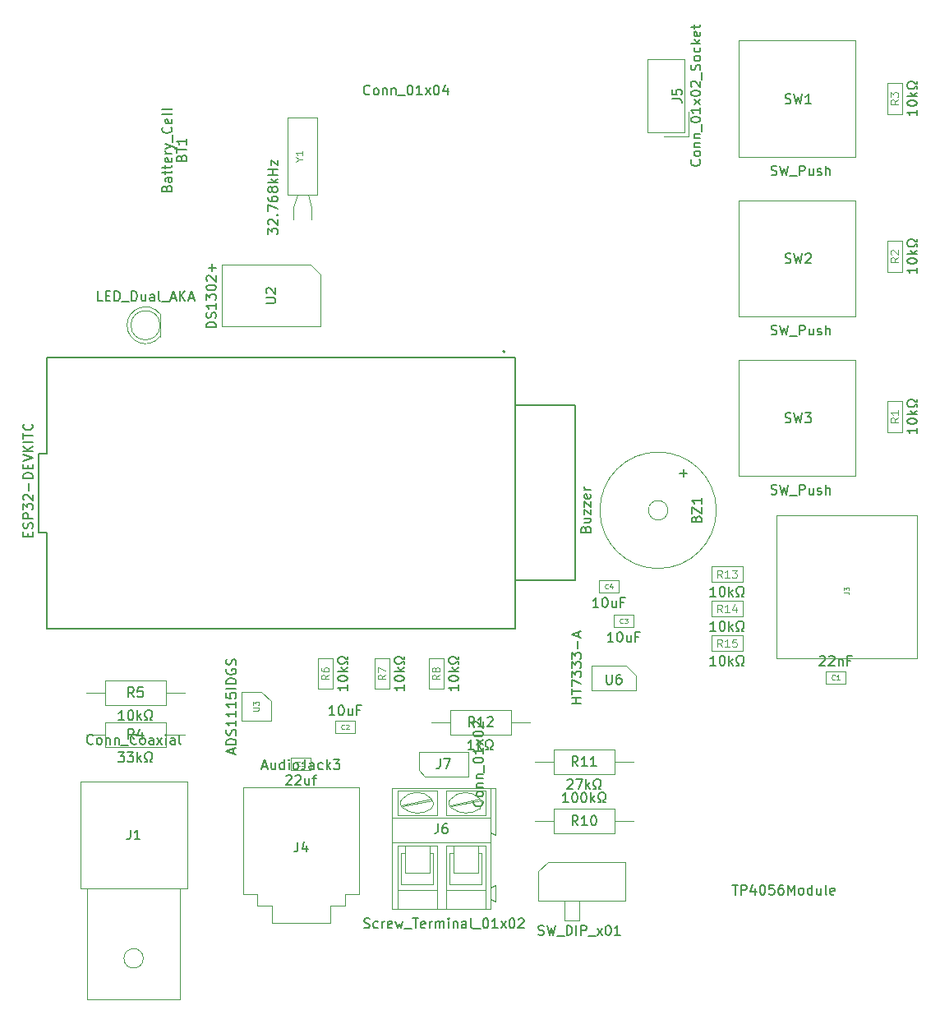
<source format=gbr>
%TF.GenerationSoftware,KiCad,Pcbnew,7.0.9*%
%TF.CreationDate,2024-02-28T20:27:22+01:00*%
%TF.ProjectId,logger_pcb_kicad,6c6f6767-6572-45f7-9063-625f6b696361,rev?*%
%TF.SameCoordinates,Original*%
%TF.FileFunction,AssemblyDrawing,Top*%
%FSLAX46Y46*%
G04 Gerber Fmt 4.6, Leading zero omitted, Abs format (unit mm)*
G04 Created by KiCad (PCBNEW 7.0.9) date 2024-02-28 20:27:22*
%MOMM*%
%LPD*%
G01*
G04 APERTURE LIST*
%ADD10C,0.150000*%
%ADD11C,0.120000*%
%ADD12C,0.080000*%
%ADD13C,0.100000*%
%ADD14C,0.105000*%
%ADD15C,0.127000*%
%ADD16C,0.200000*%
G04 APERTURE END LIST*
D10*
X126873809Y-122169104D02*
X127349999Y-122169104D01*
X126778571Y-122454819D02*
X127111904Y-121454819D01*
X127111904Y-121454819D02*
X127445237Y-122454819D01*
X128207142Y-121788152D02*
X128207142Y-122454819D01*
X127778571Y-121788152D02*
X127778571Y-122311961D01*
X127778571Y-122311961D02*
X127826190Y-122407200D01*
X127826190Y-122407200D02*
X127921428Y-122454819D01*
X127921428Y-122454819D02*
X128064285Y-122454819D01*
X128064285Y-122454819D02*
X128159523Y-122407200D01*
X128159523Y-122407200D02*
X128207142Y-122359580D01*
X129111904Y-122454819D02*
X129111904Y-121454819D01*
X129111904Y-122407200D02*
X129016666Y-122454819D01*
X129016666Y-122454819D02*
X128826190Y-122454819D01*
X128826190Y-122454819D02*
X128730952Y-122407200D01*
X128730952Y-122407200D02*
X128683333Y-122359580D01*
X128683333Y-122359580D02*
X128635714Y-122264342D01*
X128635714Y-122264342D02*
X128635714Y-121978628D01*
X128635714Y-121978628D02*
X128683333Y-121883390D01*
X128683333Y-121883390D02*
X128730952Y-121835771D01*
X128730952Y-121835771D02*
X128826190Y-121788152D01*
X128826190Y-121788152D02*
X129016666Y-121788152D01*
X129016666Y-121788152D02*
X129111904Y-121835771D01*
X129588095Y-122454819D02*
X129588095Y-121788152D01*
X129588095Y-121454819D02*
X129540476Y-121502438D01*
X129540476Y-121502438D02*
X129588095Y-121550057D01*
X129588095Y-121550057D02*
X129635714Y-121502438D01*
X129635714Y-121502438D02*
X129588095Y-121454819D01*
X129588095Y-121454819D02*
X129588095Y-121550057D01*
X130207142Y-122454819D02*
X130111904Y-122407200D01*
X130111904Y-122407200D02*
X130064285Y-122359580D01*
X130064285Y-122359580D02*
X130016666Y-122264342D01*
X130016666Y-122264342D02*
X130016666Y-121978628D01*
X130016666Y-121978628D02*
X130064285Y-121883390D01*
X130064285Y-121883390D02*
X130111904Y-121835771D01*
X130111904Y-121835771D02*
X130207142Y-121788152D01*
X130207142Y-121788152D02*
X130349999Y-121788152D01*
X130349999Y-121788152D02*
X130445237Y-121835771D01*
X130445237Y-121835771D02*
X130492856Y-121883390D01*
X130492856Y-121883390D02*
X130540475Y-121978628D01*
X130540475Y-121978628D02*
X130540475Y-122264342D01*
X130540475Y-122264342D02*
X130492856Y-122359580D01*
X130492856Y-122359580D02*
X130445237Y-122407200D01*
X130445237Y-122407200D02*
X130349999Y-122454819D01*
X130349999Y-122454819D02*
X130207142Y-122454819D01*
X131254761Y-121454819D02*
X131254761Y-122169104D01*
X131254761Y-122169104D02*
X131207142Y-122311961D01*
X131207142Y-122311961D02*
X131111904Y-122407200D01*
X131111904Y-122407200D02*
X130969047Y-122454819D01*
X130969047Y-122454819D02*
X130873809Y-122454819D01*
X132159523Y-122454819D02*
X132159523Y-121931009D01*
X132159523Y-121931009D02*
X132111904Y-121835771D01*
X132111904Y-121835771D02*
X132016666Y-121788152D01*
X132016666Y-121788152D02*
X131826190Y-121788152D01*
X131826190Y-121788152D02*
X131730952Y-121835771D01*
X132159523Y-122407200D02*
X132064285Y-122454819D01*
X132064285Y-122454819D02*
X131826190Y-122454819D01*
X131826190Y-122454819D02*
X131730952Y-122407200D01*
X131730952Y-122407200D02*
X131683333Y-122311961D01*
X131683333Y-122311961D02*
X131683333Y-122216723D01*
X131683333Y-122216723D02*
X131730952Y-122121485D01*
X131730952Y-122121485D02*
X131826190Y-122073866D01*
X131826190Y-122073866D02*
X132064285Y-122073866D01*
X132064285Y-122073866D02*
X132159523Y-122026247D01*
X133064285Y-122407200D02*
X132969047Y-122454819D01*
X132969047Y-122454819D02*
X132778571Y-122454819D01*
X132778571Y-122454819D02*
X132683333Y-122407200D01*
X132683333Y-122407200D02*
X132635714Y-122359580D01*
X132635714Y-122359580D02*
X132588095Y-122264342D01*
X132588095Y-122264342D02*
X132588095Y-121978628D01*
X132588095Y-121978628D02*
X132635714Y-121883390D01*
X132635714Y-121883390D02*
X132683333Y-121835771D01*
X132683333Y-121835771D02*
X132778571Y-121788152D01*
X132778571Y-121788152D02*
X132969047Y-121788152D01*
X132969047Y-121788152D02*
X133064285Y-121835771D01*
X133492857Y-122454819D02*
X133492857Y-121454819D01*
X133588095Y-122073866D02*
X133873809Y-122454819D01*
X133873809Y-121788152D02*
X133492857Y-122169104D01*
X134207143Y-121454819D02*
X134826190Y-121454819D01*
X134826190Y-121454819D02*
X134492857Y-121835771D01*
X134492857Y-121835771D02*
X134635714Y-121835771D01*
X134635714Y-121835771D02*
X134730952Y-121883390D01*
X134730952Y-121883390D02*
X134778571Y-121931009D01*
X134778571Y-121931009D02*
X134826190Y-122026247D01*
X134826190Y-122026247D02*
X134826190Y-122264342D01*
X134826190Y-122264342D02*
X134778571Y-122359580D01*
X134778571Y-122359580D02*
X134730952Y-122407200D01*
X134730952Y-122407200D02*
X134635714Y-122454819D01*
X134635714Y-122454819D02*
X134350000Y-122454819D01*
X134350000Y-122454819D02*
X134254762Y-122407200D01*
X134254762Y-122407200D02*
X134207143Y-122359580D01*
X130516666Y-129954819D02*
X130516666Y-130669104D01*
X130516666Y-130669104D02*
X130469047Y-130811961D01*
X130469047Y-130811961D02*
X130373809Y-130907200D01*
X130373809Y-130907200D02*
X130230952Y-130954819D01*
X130230952Y-130954819D02*
X130135714Y-130954819D01*
X131421428Y-130288152D02*
X131421428Y-130954819D01*
X131183333Y-129907200D02*
X130945238Y-130621485D01*
X130945238Y-130621485D02*
X131564285Y-130621485D01*
X173585333Y-104636819D02*
X173013905Y-104636819D01*
X173299619Y-104636819D02*
X173299619Y-103636819D01*
X173299619Y-103636819D02*
X173204381Y-103779676D01*
X173204381Y-103779676D02*
X173109143Y-103874914D01*
X173109143Y-103874914D02*
X173013905Y-103922533D01*
X174204381Y-103636819D02*
X174299619Y-103636819D01*
X174299619Y-103636819D02*
X174394857Y-103684438D01*
X174394857Y-103684438D02*
X174442476Y-103732057D01*
X174442476Y-103732057D02*
X174490095Y-103827295D01*
X174490095Y-103827295D02*
X174537714Y-104017771D01*
X174537714Y-104017771D02*
X174537714Y-104255866D01*
X174537714Y-104255866D02*
X174490095Y-104446342D01*
X174490095Y-104446342D02*
X174442476Y-104541580D01*
X174442476Y-104541580D02*
X174394857Y-104589200D01*
X174394857Y-104589200D02*
X174299619Y-104636819D01*
X174299619Y-104636819D02*
X174204381Y-104636819D01*
X174204381Y-104636819D02*
X174109143Y-104589200D01*
X174109143Y-104589200D02*
X174061524Y-104541580D01*
X174061524Y-104541580D02*
X174013905Y-104446342D01*
X174013905Y-104446342D02*
X173966286Y-104255866D01*
X173966286Y-104255866D02*
X173966286Y-104017771D01*
X173966286Y-104017771D02*
X174013905Y-103827295D01*
X174013905Y-103827295D02*
X174061524Y-103732057D01*
X174061524Y-103732057D02*
X174109143Y-103684438D01*
X174109143Y-103684438D02*
X174204381Y-103636819D01*
X174966286Y-104636819D02*
X174966286Y-103636819D01*
X175061524Y-104255866D02*
X175347238Y-104636819D01*
X175347238Y-103970152D02*
X174966286Y-104351104D01*
X175728191Y-104636819D02*
X175966286Y-104636819D01*
X175966286Y-104636819D02*
X175966286Y-104446342D01*
X175966286Y-104446342D02*
X175871048Y-104398723D01*
X175871048Y-104398723D02*
X175775810Y-104303485D01*
X175775810Y-104303485D02*
X175728191Y-104160628D01*
X175728191Y-104160628D02*
X175728191Y-103922533D01*
X175728191Y-103922533D02*
X175775810Y-103779676D01*
X175775810Y-103779676D02*
X175871048Y-103684438D01*
X175871048Y-103684438D02*
X176013905Y-103636819D01*
X176013905Y-103636819D02*
X176204381Y-103636819D01*
X176204381Y-103636819D02*
X176347238Y-103684438D01*
X176347238Y-103684438D02*
X176442476Y-103779676D01*
X176442476Y-103779676D02*
X176490095Y-103922533D01*
X176490095Y-103922533D02*
X176490095Y-104160628D01*
X176490095Y-104160628D02*
X176442476Y-104303485D01*
X176442476Y-104303485D02*
X176347238Y-104398723D01*
X176347238Y-104398723D02*
X176252000Y-104446342D01*
X176252000Y-104446342D02*
X176252000Y-104636819D01*
X176252000Y-104636819D02*
X176490095Y-104636819D01*
D11*
X174237714Y-102725855D02*
X173971047Y-102344902D01*
X173780571Y-102725855D02*
X173780571Y-101925855D01*
X173780571Y-101925855D02*
X174085333Y-101925855D01*
X174085333Y-101925855D02*
X174161523Y-101963950D01*
X174161523Y-101963950D02*
X174199618Y-102002045D01*
X174199618Y-102002045D02*
X174237714Y-102078236D01*
X174237714Y-102078236D02*
X174237714Y-102192521D01*
X174237714Y-102192521D02*
X174199618Y-102268712D01*
X174199618Y-102268712D02*
X174161523Y-102306807D01*
X174161523Y-102306807D02*
X174085333Y-102344902D01*
X174085333Y-102344902D02*
X173780571Y-102344902D01*
X174999618Y-102725855D02*
X174542475Y-102725855D01*
X174771047Y-102725855D02*
X174771047Y-101925855D01*
X174771047Y-101925855D02*
X174694856Y-102040140D01*
X174694856Y-102040140D02*
X174618666Y-102116331D01*
X174618666Y-102116331D02*
X174542475Y-102154426D01*
X175266285Y-101925855D02*
X175761523Y-101925855D01*
X175761523Y-101925855D02*
X175494857Y-102230617D01*
X175494857Y-102230617D02*
X175609142Y-102230617D01*
X175609142Y-102230617D02*
X175685333Y-102268712D01*
X175685333Y-102268712D02*
X175723428Y-102306807D01*
X175723428Y-102306807D02*
X175761523Y-102382998D01*
X175761523Y-102382998D02*
X175761523Y-102573474D01*
X175761523Y-102573474D02*
X175723428Y-102649664D01*
X175723428Y-102649664D02*
X175685333Y-102687760D01*
X175685333Y-102687760D02*
X175609142Y-102725855D01*
X175609142Y-102725855D02*
X175380571Y-102725855D01*
X175380571Y-102725855D02*
X175304380Y-102687760D01*
X175304380Y-102687760D02*
X175266285Y-102649664D01*
D10*
X194298819Y-87272666D02*
X194298819Y-87844094D01*
X194298819Y-87558380D02*
X193298819Y-87558380D01*
X193298819Y-87558380D02*
X193441676Y-87653618D01*
X193441676Y-87653618D02*
X193536914Y-87748856D01*
X193536914Y-87748856D02*
X193584533Y-87844094D01*
X193298819Y-86653618D02*
X193298819Y-86558380D01*
X193298819Y-86558380D02*
X193346438Y-86463142D01*
X193346438Y-86463142D02*
X193394057Y-86415523D01*
X193394057Y-86415523D02*
X193489295Y-86367904D01*
X193489295Y-86367904D02*
X193679771Y-86320285D01*
X193679771Y-86320285D02*
X193917866Y-86320285D01*
X193917866Y-86320285D02*
X194108342Y-86367904D01*
X194108342Y-86367904D02*
X194203580Y-86415523D01*
X194203580Y-86415523D02*
X194251200Y-86463142D01*
X194251200Y-86463142D02*
X194298819Y-86558380D01*
X194298819Y-86558380D02*
X194298819Y-86653618D01*
X194298819Y-86653618D02*
X194251200Y-86748856D01*
X194251200Y-86748856D02*
X194203580Y-86796475D01*
X194203580Y-86796475D02*
X194108342Y-86844094D01*
X194108342Y-86844094D02*
X193917866Y-86891713D01*
X193917866Y-86891713D02*
X193679771Y-86891713D01*
X193679771Y-86891713D02*
X193489295Y-86844094D01*
X193489295Y-86844094D02*
X193394057Y-86796475D01*
X193394057Y-86796475D02*
X193346438Y-86748856D01*
X193346438Y-86748856D02*
X193298819Y-86653618D01*
X194298819Y-85891713D02*
X193298819Y-85891713D01*
X193917866Y-85796475D02*
X194298819Y-85510761D01*
X193632152Y-85510761D02*
X194013104Y-85891713D01*
X194298819Y-85129808D02*
X194298819Y-84891713D01*
X194298819Y-84891713D02*
X194108342Y-84891713D01*
X194108342Y-84891713D02*
X194060723Y-84986951D01*
X194060723Y-84986951D02*
X193965485Y-85082189D01*
X193965485Y-85082189D02*
X193822628Y-85129808D01*
X193822628Y-85129808D02*
X193584533Y-85129808D01*
X193584533Y-85129808D02*
X193441676Y-85082189D01*
X193441676Y-85082189D02*
X193346438Y-84986951D01*
X193346438Y-84986951D02*
X193298819Y-84844094D01*
X193298819Y-84844094D02*
X193298819Y-84653618D01*
X193298819Y-84653618D02*
X193346438Y-84510761D01*
X193346438Y-84510761D02*
X193441676Y-84415523D01*
X193441676Y-84415523D02*
X193584533Y-84367904D01*
X193584533Y-84367904D02*
X193822628Y-84367904D01*
X193822628Y-84367904D02*
X193965485Y-84415523D01*
X193965485Y-84415523D02*
X194060723Y-84510761D01*
X194060723Y-84510761D02*
X194108342Y-84605999D01*
X194108342Y-84605999D02*
X194298819Y-84605999D01*
X194298819Y-84605999D02*
X194298819Y-84367904D01*
D11*
X192387855Y-86239332D02*
X192006902Y-86505999D01*
X192387855Y-86696475D02*
X191587855Y-86696475D01*
X191587855Y-86696475D02*
X191587855Y-86391713D01*
X191587855Y-86391713D02*
X191625950Y-86315523D01*
X191625950Y-86315523D02*
X191664045Y-86277428D01*
X191664045Y-86277428D02*
X191740236Y-86239332D01*
X191740236Y-86239332D02*
X191854521Y-86239332D01*
X191854521Y-86239332D02*
X191930712Y-86277428D01*
X191930712Y-86277428D02*
X191968807Y-86315523D01*
X191968807Y-86315523D02*
X192006902Y-86391713D01*
X192006902Y-86391713D02*
X192006902Y-86696475D01*
X192387855Y-85477428D02*
X192387855Y-85934571D01*
X192387855Y-85705999D02*
X191587855Y-85705999D01*
X191587855Y-85705999D02*
X191702140Y-85782190D01*
X191702140Y-85782190D02*
X191778331Y-85858380D01*
X191778331Y-85858380D02*
X191816426Y-85934571D01*
D10*
X141466819Y-113750166D02*
X141466819Y-114321594D01*
X141466819Y-114035880D02*
X140466819Y-114035880D01*
X140466819Y-114035880D02*
X140609676Y-114131118D01*
X140609676Y-114131118D02*
X140704914Y-114226356D01*
X140704914Y-114226356D02*
X140752533Y-114321594D01*
X140466819Y-113131118D02*
X140466819Y-113035880D01*
X140466819Y-113035880D02*
X140514438Y-112940642D01*
X140514438Y-112940642D02*
X140562057Y-112893023D01*
X140562057Y-112893023D02*
X140657295Y-112845404D01*
X140657295Y-112845404D02*
X140847771Y-112797785D01*
X140847771Y-112797785D02*
X141085866Y-112797785D01*
X141085866Y-112797785D02*
X141276342Y-112845404D01*
X141276342Y-112845404D02*
X141371580Y-112893023D01*
X141371580Y-112893023D02*
X141419200Y-112940642D01*
X141419200Y-112940642D02*
X141466819Y-113035880D01*
X141466819Y-113035880D02*
X141466819Y-113131118D01*
X141466819Y-113131118D02*
X141419200Y-113226356D01*
X141419200Y-113226356D02*
X141371580Y-113273975D01*
X141371580Y-113273975D02*
X141276342Y-113321594D01*
X141276342Y-113321594D02*
X141085866Y-113369213D01*
X141085866Y-113369213D02*
X140847771Y-113369213D01*
X140847771Y-113369213D02*
X140657295Y-113321594D01*
X140657295Y-113321594D02*
X140562057Y-113273975D01*
X140562057Y-113273975D02*
X140514438Y-113226356D01*
X140514438Y-113226356D02*
X140466819Y-113131118D01*
X141466819Y-112369213D02*
X140466819Y-112369213D01*
X141085866Y-112273975D02*
X141466819Y-111988261D01*
X140800152Y-111988261D02*
X141181104Y-112369213D01*
X141466819Y-111607308D02*
X141466819Y-111369213D01*
X141466819Y-111369213D02*
X141276342Y-111369213D01*
X141276342Y-111369213D02*
X141228723Y-111464451D01*
X141228723Y-111464451D02*
X141133485Y-111559689D01*
X141133485Y-111559689D02*
X140990628Y-111607308D01*
X140990628Y-111607308D02*
X140752533Y-111607308D01*
X140752533Y-111607308D02*
X140609676Y-111559689D01*
X140609676Y-111559689D02*
X140514438Y-111464451D01*
X140514438Y-111464451D02*
X140466819Y-111321594D01*
X140466819Y-111321594D02*
X140466819Y-111131118D01*
X140466819Y-111131118D02*
X140514438Y-110988261D01*
X140514438Y-110988261D02*
X140609676Y-110893023D01*
X140609676Y-110893023D02*
X140752533Y-110845404D01*
X140752533Y-110845404D02*
X140990628Y-110845404D01*
X140990628Y-110845404D02*
X141133485Y-110893023D01*
X141133485Y-110893023D02*
X141228723Y-110988261D01*
X141228723Y-110988261D02*
X141276342Y-111083499D01*
X141276342Y-111083499D02*
X141466819Y-111083499D01*
X141466819Y-111083499D02*
X141466819Y-110845404D01*
D11*
X139555855Y-112716832D02*
X139174902Y-112983499D01*
X139555855Y-113173975D02*
X138755855Y-113173975D01*
X138755855Y-113173975D02*
X138755855Y-112869213D01*
X138755855Y-112869213D02*
X138793950Y-112793023D01*
X138793950Y-112793023D02*
X138832045Y-112754928D01*
X138832045Y-112754928D02*
X138908236Y-112716832D01*
X138908236Y-112716832D02*
X139022521Y-112716832D01*
X139022521Y-112716832D02*
X139098712Y-112754928D01*
X139098712Y-112754928D02*
X139136807Y-112793023D01*
X139136807Y-112793023D02*
X139174902Y-112869213D01*
X139174902Y-112869213D02*
X139174902Y-113173975D01*
X138755855Y-112450166D02*
X138755855Y-111916832D01*
X138755855Y-111916832D02*
X139555855Y-112259690D01*
D10*
X137930904Y-52869580D02*
X137883285Y-52917200D01*
X137883285Y-52917200D02*
X137740428Y-52964819D01*
X137740428Y-52964819D02*
X137645190Y-52964819D01*
X137645190Y-52964819D02*
X137502333Y-52917200D01*
X137502333Y-52917200D02*
X137407095Y-52821961D01*
X137407095Y-52821961D02*
X137359476Y-52726723D01*
X137359476Y-52726723D02*
X137311857Y-52536247D01*
X137311857Y-52536247D02*
X137311857Y-52393390D01*
X137311857Y-52393390D02*
X137359476Y-52202914D01*
X137359476Y-52202914D02*
X137407095Y-52107676D01*
X137407095Y-52107676D02*
X137502333Y-52012438D01*
X137502333Y-52012438D02*
X137645190Y-51964819D01*
X137645190Y-51964819D02*
X137740428Y-51964819D01*
X137740428Y-51964819D02*
X137883285Y-52012438D01*
X137883285Y-52012438D02*
X137930904Y-52060057D01*
X138502333Y-52964819D02*
X138407095Y-52917200D01*
X138407095Y-52917200D02*
X138359476Y-52869580D01*
X138359476Y-52869580D02*
X138311857Y-52774342D01*
X138311857Y-52774342D02*
X138311857Y-52488628D01*
X138311857Y-52488628D02*
X138359476Y-52393390D01*
X138359476Y-52393390D02*
X138407095Y-52345771D01*
X138407095Y-52345771D02*
X138502333Y-52298152D01*
X138502333Y-52298152D02*
X138645190Y-52298152D01*
X138645190Y-52298152D02*
X138740428Y-52345771D01*
X138740428Y-52345771D02*
X138788047Y-52393390D01*
X138788047Y-52393390D02*
X138835666Y-52488628D01*
X138835666Y-52488628D02*
X138835666Y-52774342D01*
X138835666Y-52774342D02*
X138788047Y-52869580D01*
X138788047Y-52869580D02*
X138740428Y-52917200D01*
X138740428Y-52917200D02*
X138645190Y-52964819D01*
X138645190Y-52964819D02*
X138502333Y-52964819D01*
X139264238Y-52298152D02*
X139264238Y-52964819D01*
X139264238Y-52393390D02*
X139311857Y-52345771D01*
X139311857Y-52345771D02*
X139407095Y-52298152D01*
X139407095Y-52298152D02*
X139549952Y-52298152D01*
X139549952Y-52298152D02*
X139645190Y-52345771D01*
X139645190Y-52345771D02*
X139692809Y-52441009D01*
X139692809Y-52441009D02*
X139692809Y-52964819D01*
X140169000Y-52298152D02*
X140169000Y-52964819D01*
X140169000Y-52393390D02*
X140216619Y-52345771D01*
X140216619Y-52345771D02*
X140311857Y-52298152D01*
X140311857Y-52298152D02*
X140454714Y-52298152D01*
X140454714Y-52298152D02*
X140549952Y-52345771D01*
X140549952Y-52345771D02*
X140597571Y-52441009D01*
X140597571Y-52441009D02*
X140597571Y-52964819D01*
X140835667Y-53060057D02*
X141597571Y-53060057D01*
X142026143Y-51964819D02*
X142121381Y-51964819D01*
X142121381Y-51964819D02*
X142216619Y-52012438D01*
X142216619Y-52012438D02*
X142264238Y-52060057D01*
X142264238Y-52060057D02*
X142311857Y-52155295D01*
X142311857Y-52155295D02*
X142359476Y-52345771D01*
X142359476Y-52345771D02*
X142359476Y-52583866D01*
X142359476Y-52583866D02*
X142311857Y-52774342D01*
X142311857Y-52774342D02*
X142264238Y-52869580D01*
X142264238Y-52869580D02*
X142216619Y-52917200D01*
X142216619Y-52917200D02*
X142121381Y-52964819D01*
X142121381Y-52964819D02*
X142026143Y-52964819D01*
X142026143Y-52964819D02*
X141930905Y-52917200D01*
X141930905Y-52917200D02*
X141883286Y-52869580D01*
X141883286Y-52869580D02*
X141835667Y-52774342D01*
X141835667Y-52774342D02*
X141788048Y-52583866D01*
X141788048Y-52583866D02*
X141788048Y-52345771D01*
X141788048Y-52345771D02*
X141835667Y-52155295D01*
X141835667Y-52155295D02*
X141883286Y-52060057D01*
X141883286Y-52060057D02*
X141930905Y-52012438D01*
X141930905Y-52012438D02*
X142026143Y-51964819D01*
X143311857Y-52964819D02*
X142740429Y-52964819D01*
X143026143Y-52964819D02*
X143026143Y-51964819D01*
X143026143Y-51964819D02*
X142930905Y-52107676D01*
X142930905Y-52107676D02*
X142835667Y-52202914D01*
X142835667Y-52202914D02*
X142740429Y-52250533D01*
X143645191Y-52964819D02*
X144169000Y-52298152D01*
X143645191Y-52298152D02*
X144169000Y-52964819D01*
X144740429Y-51964819D02*
X144835667Y-51964819D01*
X144835667Y-51964819D02*
X144930905Y-52012438D01*
X144930905Y-52012438D02*
X144978524Y-52060057D01*
X144978524Y-52060057D02*
X145026143Y-52155295D01*
X145026143Y-52155295D02*
X145073762Y-52345771D01*
X145073762Y-52345771D02*
X145073762Y-52583866D01*
X145073762Y-52583866D02*
X145026143Y-52774342D01*
X145026143Y-52774342D02*
X144978524Y-52869580D01*
X144978524Y-52869580D02*
X144930905Y-52917200D01*
X144930905Y-52917200D02*
X144835667Y-52964819D01*
X144835667Y-52964819D02*
X144740429Y-52964819D01*
X144740429Y-52964819D02*
X144645191Y-52917200D01*
X144645191Y-52917200D02*
X144597572Y-52869580D01*
X144597572Y-52869580D02*
X144549953Y-52774342D01*
X144549953Y-52774342D02*
X144502334Y-52583866D01*
X144502334Y-52583866D02*
X144502334Y-52345771D01*
X144502334Y-52345771D02*
X144549953Y-52155295D01*
X144549953Y-52155295D02*
X144597572Y-52060057D01*
X144597572Y-52060057D02*
X144645191Y-52012438D01*
X144645191Y-52012438D02*
X144740429Y-51964819D01*
X145930905Y-52298152D02*
X145930905Y-52964819D01*
X145692810Y-51917200D02*
X145454715Y-52631485D01*
X145454715Y-52631485D02*
X146073762Y-52631485D01*
X194298819Y-70762666D02*
X194298819Y-71334094D01*
X194298819Y-71048380D02*
X193298819Y-71048380D01*
X193298819Y-71048380D02*
X193441676Y-71143618D01*
X193441676Y-71143618D02*
X193536914Y-71238856D01*
X193536914Y-71238856D02*
X193584533Y-71334094D01*
X193298819Y-70143618D02*
X193298819Y-70048380D01*
X193298819Y-70048380D02*
X193346438Y-69953142D01*
X193346438Y-69953142D02*
X193394057Y-69905523D01*
X193394057Y-69905523D02*
X193489295Y-69857904D01*
X193489295Y-69857904D02*
X193679771Y-69810285D01*
X193679771Y-69810285D02*
X193917866Y-69810285D01*
X193917866Y-69810285D02*
X194108342Y-69857904D01*
X194108342Y-69857904D02*
X194203580Y-69905523D01*
X194203580Y-69905523D02*
X194251200Y-69953142D01*
X194251200Y-69953142D02*
X194298819Y-70048380D01*
X194298819Y-70048380D02*
X194298819Y-70143618D01*
X194298819Y-70143618D02*
X194251200Y-70238856D01*
X194251200Y-70238856D02*
X194203580Y-70286475D01*
X194203580Y-70286475D02*
X194108342Y-70334094D01*
X194108342Y-70334094D02*
X193917866Y-70381713D01*
X193917866Y-70381713D02*
X193679771Y-70381713D01*
X193679771Y-70381713D02*
X193489295Y-70334094D01*
X193489295Y-70334094D02*
X193394057Y-70286475D01*
X193394057Y-70286475D02*
X193346438Y-70238856D01*
X193346438Y-70238856D02*
X193298819Y-70143618D01*
X194298819Y-69381713D02*
X193298819Y-69381713D01*
X193917866Y-69286475D02*
X194298819Y-69000761D01*
X193632152Y-69000761D02*
X194013104Y-69381713D01*
X194298819Y-68619808D02*
X194298819Y-68381713D01*
X194298819Y-68381713D02*
X194108342Y-68381713D01*
X194108342Y-68381713D02*
X194060723Y-68476951D01*
X194060723Y-68476951D02*
X193965485Y-68572189D01*
X193965485Y-68572189D02*
X193822628Y-68619808D01*
X193822628Y-68619808D02*
X193584533Y-68619808D01*
X193584533Y-68619808D02*
X193441676Y-68572189D01*
X193441676Y-68572189D02*
X193346438Y-68476951D01*
X193346438Y-68476951D02*
X193298819Y-68334094D01*
X193298819Y-68334094D02*
X193298819Y-68143618D01*
X193298819Y-68143618D02*
X193346438Y-68000761D01*
X193346438Y-68000761D02*
X193441676Y-67905523D01*
X193441676Y-67905523D02*
X193584533Y-67857904D01*
X193584533Y-67857904D02*
X193822628Y-67857904D01*
X193822628Y-67857904D02*
X193965485Y-67905523D01*
X193965485Y-67905523D02*
X194060723Y-68000761D01*
X194060723Y-68000761D02*
X194108342Y-68095999D01*
X194108342Y-68095999D02*
X194298819Y-68095999D01*
X194298819Y-68095999D02*
X194298819Y-67857904D01*
D11*
X192387855Y-69729332D02*
X192006902Y-69995999D01*
X192387855Y-70186475D02*
X191587855Y-70186475D01*
X191587855Y-70186475D02*
X191587855Y-69881713D01*
X191587855Y-69881713D02*
X191625950Y-69805523D01*
X191625950Y-69805523D02*
X191664045Y-69767428D01*
X191664045Y-69767428D02*
X191740236Y-69729332D01*
X191740236Y-69729332D02*
X191854521Y-69729332D01*
X191854521Y-69729332D02*
X191930712Y-69767428D01*
X191930712Y-69767428D02*
X191968807Y-69805523D01*
X191968807Y-69805523D02*
X192006902Y-69881713D01*
X192006902Y-69881713D02*
X192006902Y-70186475D01*
X191664045Y-69424571D02*
X191625950Y-69386475D01*
X191625950Y-69386475D02*
X191587855Y-69310285D01*
X191587855Y-69310285D02*
X191587855Y-69119809D01*
X191587855Y-69119809D02*
X191625950Y-69043618D01*
X191625950Y-69043618D02*
X191664045Y-69005523D01*
X191664045Y-69005523D02*
X191740236Y-68967428D01*
X191740236Y-68967428D02*
X191816426Y-68967428D01*
X191816426Y-68967428D02*
X191930712Y-69005523D01*
X191930712Y-69005523D02*
X192387855Y-69462666D01*
X192387855Y-69462666D02*
X192387855Y-68967428D01*
D10*
X179286381Y-94083200D02*
X179429238Y-94130819D01*
X179429238Y-94130819D02*
X179667333Y-94130819D01*
X179667333Y-94130819D02*
X179762571Y-94083200D01*
X179762571Y-94083200D02*
X179810190Y-94035580D01*
X179810190Y-94035580D02*
X179857809Y-93940342D01*
X179857809Y-93940342D02*
X179857809Y-93845104D01*
X179857809Y-93845104D02*
X179810190Y-93749866D01*
X179810190Y-93749866D02*
X179762571Y-93702247D01*
X179762571Y-93702247D02*
X179667333Y-93654628D01*
X179667333Y-93654628D02*
X179476857Y-93607009D01*
X179476857Y-93607009D02*
X179381619Y-93559390D01*
X179381619Y-93559390D02*
X179334000Y-93511771D01*
X179334000Y-93511771D02*
X179286381Y-93416533D01*
X179286381Y-93416533D02*
X179286381Y-93321295D01*
X179286381Y-93321295D02*
X179334000Y-93226057D01*
X179334000Y-93226057D02*
X179381619Y-93178438D01*
X179381619Y-93178438D02*
X179476857Y-93130819D01*
X179476857Y-93130819D02*
X179714952Y-93130819D01*
X179714952Y-93130819D02*
X179857809Y-93178438D01*
X180191143Y-93130819D02*
X180429238Y-94130819D01*
X180429238Y-94130819D02*
X180619714Y-93416533D01*
X180619714Y-93416533D02*
X180810190Y-94130819D01*
X180810190Y-94130819D02*
X181048286Y-93130819D01*
X181191143Y-94226057D02*
X181953047Y-94226057D01*
X182191143Y-94130819D02*
X182191143Y-93130819D01*
X182191143Y-93130819D02*
X182572095Y-93130819D01*
X182572095Y-93130819D02*
X182667333Y-93178438D01*
X182667333Y-93178438D02*
X182714952Y-93226057D01*
X182714952Y-93226057D02*
X182762571Y-93321295D01*
X182762571Y-93321295D02*
X182762571Y-93464152D01*
X182762571Y-93464152D02*
X182714952Y-93559390D01*
X182714952Y-93559390D02*
X182667333Y-93607009D01*
X182667333Y-93607009D02*
X182572095Y-93654628D01*
X182572095Y-93654628D02*
X182191143Y-93654628D01*
X183619714Y-93464152D02*
X183619714Y-94130819D01*
X183191143Y-93464152D02*
X183191143Y-93987961D01*
X183191143Y-93987961D02*
X183238762Y-94083200D01*
X183238762Y-94083200D02*
X183334000Y-94130819D01*
X183334000Y-94130819D02*
X183476857Y-94130819D01*
X183476857Y-94130819D02*
X183572095Y-94083200D01*
X183572095Y-94083200D02*
X183619714Y-94035580D01*
X184048286Y-94083200D02*
X184143524Y-94130819D01*
X184143524Y-94130819D02*
X184334000Y-94130819D01*
X184334000Y-94130819D02*
X184429238Y-94083200D01*
X184429238Y-94083200D02*
X184476857Y-93987961D01*
X184476857Y-93987961D02*
X184476857Y-93940342D01*
X184476857Y-93940342D02*
X184429238Y-93845104D01*
X184429238Y-93845104D02*
X184334000Y-93797485D01*
X184334000Y-93797485D02*
X184191143Y-93797485D01*
X184191143Y-93797485D02*
X184095905Y-93749866D01*
X184095905Y-93749866D02*
X184048286Y-93654628D01*
X184048286Y-93654628D02*
X184048286Y-93607009D01*
X184048286Y-93607009D02*
X184095905Y-93511771D01*
X184095905Y-93511771D02*
X184191143Y-93464152D01*
X184191143Y-93464152D02*
X184334000Y-93464152D01*
X184334000Y-93464152D02*
X184429238Y-93511771D01*
X184905429Y-94130819D02*
X184905429Y-93130819D01*
X185334000Y-94130819D02*
X185334000Y-93607009D01*
X185334000Y-93607009D02*
X185286381Y-93511771D01*
X185286381Y-93511771D02*
X185191143Y-93464152D01*
X185191143Y-93464152D02*
X185048286Y-93464152D01*
X185048286Y-93464152D02*
X184953048Y-93511771D01*
X184953048Y-93511771D02*
X184905429Y-93559390D01*
X180730667Y-86693200D02*
X180873524Y-86740819D01*
X180873524Y-86740819D02*
X181111619Y-86740819D01*
X181111619Y-86740819D02*
X181206857Y-86693200D01*
X181206857Y-86693200D02*
X181254476Y-86645580D01*
X181254476Y-86645580D02*
X181302095Y-86550342D01*
X181302095Y-86550342D02*
X181302095Y-86455104D01*
X181302095Y-86455104D02*
X181254476Y-86359866D01*
X181254476Y-86359866D02*
X181206857Y-86312247D01*
X181206857Y-86312247D02*
X181111619Y-86264628D01*
X181111619Y-86264628D02*
X180921143Y-86217009D01*
X180921143Y-86217009D02*
X180825905Y-86169390D01*
X180825905Y-86169390D02*
X180778286Y-86121771D01*
X180778286Y-86121771D02*
X180730667Y-86026533D01*
X180730667Y-86026533D02*
X180730667Y-85931295D01*
X180730667Y-85931295D02*
X180778286Y-85836057D01*
X180778286Y-85836057D02*
X180825905Y-85788438D01*
X180825905Y-85788438D02*
X180921143Y-85740819D01*
X180921143Y-85740819D02*
X181159238Y-85740819D01*
X181159238Y-85740819D02*
X181302095Y-85788438D01*
X181635429Y-85740819D02*
X181873524Y-86740819D01*
X181873524Y-86740819D02*
X182064000Y-86026533D01*
X182064000Y-86026533D02*
X182254476Y-86740819D01*
X182254476Y-86740819D02*
X182492572Y-85740819D01*
X182778286Y-85740819D02*
X183397333Y-85740819D01*
X183397333Y-85740819D02*
X183064000Y-86121771D01*
X183064000Y-86121771D02*
X183206857Y-86121771D01*
X183206857Y-86121771D02*
X183302095Y-86169390D01*
X183302095Y-86169390D02*
X183349714Y-86217009D01*
X183349714Y-86217009D02*
X183397333Y-86312247D01*
X183397333Y-86312247D02*
X183397333Y-86550342D01*
X183397333Y-86550342D02*
X183349714Y-86645580D01*
X183349714Y-86645580D02*
X183302095Y-86693200D01*
X183302095Y-86693200D02*
X183206857Y-86740819D01*
X183206857Y-86740819D02*
X182921143Y-86740819D01*
X182921143Y-86740819D02*
X182825905Y-86693200D01*
X182825905Y-86693200D02*
X182778286Y-86645580D01*
X161488571Y-105766819D02*
X160917143Y-105766819D01*
X161202857Y-105766819D02*
X161202857Y-104766819D01*
X161202857Y-104766819D02*
X161107619Y-104909676D01*
X161107619Y-104909676D02*
X161012381Y-105004914D01*
X161012381Y-105004914D02*
X160917143Y-105052533D01*
X162107619Y-104766819D02*
X162202857Y-104766819D01*
X162202857Y-104766819D02*
X162298095Y-104814438D01*
X162298095Y-104814438D02*
X162345714Y-104862057D01*
X162345714Y-104862057D02*
X162393333Y-104957295D01*
X162393333Y-104957295D02*
X162440952Y-105147771D01*
X162440952Y-105147771D02*
X162440952Y-105385866D01*
X162440952Y-105385866D02*
X162393333Y-105576342D01*
X162393333Y-105576342D02*
X162345714Y-105671580D01*
X162345714Y-105671580D02*
X162298095Y-105719200D01*
X162298095Y-105719200D02*
X162202857Y-105766819D01*
X162202857Y-105766819D02*
X162107619Y-105766819D01*
X162107619Y-105766819D02*
X162012381Y-105719200D01*
X162012381Y-105719200D02*
X161964762Y-105671580D01*
X161964762Y-105671580D02*
X161917143Y-105576342D01*
X161917143Y-105576342D02*
X161869524Y-105385866D01*
X161869524Y-105385866D02*
X161869524Y-105147771D01*
X161869524Y-105147771D02*
X161917143Y-104957295D01*
X161917143Y-104957295D02*
X161964762Y-104862057D01*
X161964762Y-104862057D02*
X162012381Y-104814438D01*
X162012381Y-104814438D02*
X162107619Y-104766819D01*
X163298095Y-105100152D02*
X163298095Y-105766819D01*
X162869524Y-105100152D02*
X162869524Y-105623961D01*
X162869524Y-105623961D02*
X162917143Y-105719200D01*
X162917143Y-105719200D02*
X163012381Y-105766819D01*
X163012381Y-105766819D02*
X163155238Y-105766819D01*
X163155238Y-105766819D02*
X163250476Y-105719200D01*
X163250476Y-105719200D02*
X163298095Y-105671580D01*
X164107619Y-105243009D02*
X163774286Y-105243009D01*
X163774286Y-105766819D02*
X163774286Y-104766819D01*
X163774286Y-104766819D02*
X164250476Y-104766819D01*
D12*
X162476666Y-103811530D02*
X162452857Y-103835340D01*
X162452857Y-103835340D02*
X162381428Y-103859149D01*
X162381428Y-103859149D02*
X162333809Y-103859149D01*
X162333809Y-103859149D02*
X162262381Y-103835340D01*
X162262381Y-103835340D02*
X162214762Y-103787720D01*
X162214762Y-103787720D02*
X162190952Y-103740101D01*
X162190952Y-103740101D02*
X162167143Y-103644863D01*
X162167143Y-103644863D02*
X162167143Y-103573435D01*
X162167143Y-103573435D02*
X162190952Y-103478197D01*
X162190952Y-103478197D02*
X162214762Y-103430578D01*
X162214762Y-103430578D02*
X162262381Y-103382959D01*
X162262381Y-103382959D02*
X162333809Y-103359149D01*
X162333809Y-103359149D02*
X162381428Y-103359149D01*
X162381428Y-103359149D02*
X162452857Y-103382959D01*
X162452857Y-103382959D02*
X162476666Y-103406768D01*
X162905238Y-103525816D02*
X162905238Y-103859149D01*
X162786190Y-103335340D02*
X162667143Y-103692482D01*
X162667143Y-103692482D02*
X162976666Y-103692482D01*
D10*
X117009009Y-62578763D02*
X117056628Y-62435906D01*
X117056628Y-62435906D02*
X117104247Y-62388287D01*
X117104247Y-62388287D02*
X117199485Y-62340668D01*
X117199485Y-62340668D02*
X117342342Y-62340668D01*
X117342342Y-62340668D02*
X117437580Y-62388287D01*
X117437580Y-62388287D02*
X117485200Y-62435906D01*
X117485200Y-62435906D02*
X117532819Y-62531144D01*
X117532819Y-62531144D02*
X117532819Y-62912096D01*
X117532819Y-62912096D02*
X116532819Y-62912096D01*
X116532819Y-62912096D02*
X116532819Y-62578763D01*
X116532819Y-62578763D02*
X116580438Y-62483525D01*
X116580438Y-62483525D02*
X116628057Y-62435906D01*
X116628057Y-62435906D02*
X116723295Y-62388287D01*
X116723295Y-62388287D02*
X116818533Y-62388287D01*
X116818533Y-62388287D02*
X116913771Y-62435906D01*
X116913771Y-62435906D02*
X116961390Y-62483525D01*
X116961390Y-62483525D02*
X117009009Y-62578763D01*
X117009009Y-62578763D02*
X117009009Y-62912096D01*
X117532819Y-61483525D02*
X117009009Y-61483525D01*
X117009009Y-61483525D02*
X116913771Y-61531144D01*
X116913771Y-61531144D02*
X116866152Y-61626382D01*
X116866152Y-61626382D02*
X116866152Y-61816858D01*
X116866152Y-61816858D02*
X116913771Y-61912096D01*
X117485200Y-61483525D02*
X117532819Y-61578763D01*
X117532819Y-61578763D02*
X117532819Y-61816858D01*
X117532819Y-61816858D02*
X117485200Y-61912096D01*
X117485200Y-61912096D02*
X117389961Y-61959715D01*
X117389961Y-61959715D02*
X117294723Y-61959715D01*
X117294723Y-61959715D02*
X117199485Y-61912096D01*
X117199485Y-61912096D02*
X117151866Y-61816858D01*
X117151866Y-61816858D02*
X117151866Y-61578763D01*
X117151866Y-61578763D02*
X117104247Y-61483525D01*
X116866152Y-61150191D02*
X116866152Y-60769239D01*
X116532819Y-61007334D02*
X117389961Y-61007334D01*
X117389961Y-61007334D02*
X117485200Y-60959715D01*
X117485200Y-60959715D02*
X117532819Y-60864477D01*
X117532819Y-60864477D02*
X117532819Y-60769239D01*
X116866152Y-60578762D02*
X116866152Y-60197810D01*
X116532819Y-60435905D02*
X117389961Y-60435905D01*
X117389961Y-60435905D02*
X117485200Y-60388286D01*
X117485200Y-60388286D02*
X117532819Y-60293048D01*
X117532819Y-60293048D02*
X117532819Y-60197810D01*
X117485200Y-59483524D02*
X117532819Y-59578762D01*
X117532819Y-59578762D02*
X117532819Y-59769238D01*
X117532819Y-59769238D02*
X117485200Y-59864476D01*
X117485200Y-59864476D02*
X117389961Y-59912095D01*
X117389961Y-59912095D02*
X117009009Y-59912095D01*
X117009009Y-59912095D02*
X116913771Y-59864476D01*
X116913771Y-59864476D02*
X116866152Y-59769238D01*
X116866152Y-59769238D02*
X116866152Y-59578762D01*
X116866152Y-59578762D02*
X116913771Y-59483524D01*
X116913771Y-59483524D02*
X117009009Y-59435905D01*
X117009009Y-59435905D02*
X117104247Y-59435905D01*
X117104247Y-59435905D02*
X117199485Y-59912095D01*
X117532819Y-59007333D02*
X116866152Y-59007333D01*
X117056628Y-59007333D02*
X116961390Y-58959714D01*
X116961390Y-58959714D02*
X116913771Y-58912095D01*
X116913771Y-58912095D02*
X116866152Y-58816857D01*
X116866152Y-58816857D02*
X116866152Y-58721619D01*
X116866152Y-58483523D02*
X117532819Y-58245428D01*
X116866152Y-58007333D02*
X117532819Y-58245428D01*
X117532819Y-58245428D02*
X117770914Y-58340666D01*
X117770914Y-58340666D02*
X117818533Y-58388285D01*
X117818533Y-58388285D02*
X117866152Y-58483523D01*
X117628057Y-57864476D02*
X117628057Y-57102571D01*
X117437580Y-56293047D02*
X117485200Y-56340666D01*
X117485200Y-56340666D02*
X117532819Y-56483523D01*
X117532819Y-56483523D02*
X117532819Y-56578761D01*
X117532819Y-56578761D02*
X117485200Y-56721618D01*
X117485200Y-56721618D02*
X117389961Y-56816856D01*
X117389961Y-56816856D02*
X117294723Y-56864475D01*
X117294723Y-56864475D02*
X117104247Y-56912094D01*
X117104247Y-56912094D02*
X116961390Y-56912094D01*
X116961390Y-56912094D02*
X116770914Y-56864475D01*
X116770914Y-56864475D02*
X116675676Y-56816856D01*
X116675676Y-56816856D02*
X116580438Y-56721618D01*
X116580438Y-56721618D02*
X116532819Y-56578761D01*
X116532819Y-56578761D02*
X116532819Y-56483523D01*
X116532819Y-56483523D02*
X116580438Y-56340666D01*
X116580438Y-56340666D02*
X116628057Y-56293047D01*
X117485200Y-55483523D02*
X117532819Y-55578761D01*
X117532819Y-55578761D02*
X117532819Y-55769237D01*
X117532819Y-55769237D02*
X117485200Y-55864475D01*
X117485200Y-55864475D02*
X117389961Y-55912094D01*
X117389961Y-55912094D02*
X117009009Y-55912094D01*
X117009009Y-55912094D02*
X116913771Y-55864475D01*
X116913771Y-55864475D02*
X116866152Y-55769237D01*
X116866152Y-55769237D02*
X116866152Y-55578761D01*
X116866152Y-55578761D02*
X116913771Y-55483523D01*
X116913771Y-55483523D02*
X117009009Y-55435904D01*
X117009009Y-55435904D02*
X117104247Y-55435904D01*
X117104247Y-55435904D02*
X117199485Y-55912094D01*
X117532819Y-54864475D02*
X117485200Y-54959713D01*
X117485200Y-54959713D02*
X117389961Y-55007332D01*
X117389961Y-55007332D02*
X116532819Y-55007332D01*
X117532819Y-54340665D02*
X117485200Y-54435903D01*
X117485200Y-54435903D02*
X117389961Y-54483522D01*
X117389961Y-54483522D02*
X116532819Y-54483522D01*
X118509009Y-59459714D02*
X118556628Y-59316857D01*
X118556628Y-59316857D02*
X118604247Y-59269238D01*
X118604247Y-59269238D02*
X118699485Y-59221619D01*
X118699485Y-59221619D02*
X118842342Y-59221619D01*
X118842342Y-59221619D02*
X118937580Y-59269238D01*
X118937580Y-59269238D02*
X118985200Y-59316857D01*
X118985200Y-59316857D02*
X119032819Y-59412095D01*
X119032819Y-59412095D02*
X119032819Y-59793047D01*
X119032819Y-59793047D02*
X118032819Y-59793047D01*
X118032819Y-59793047D02*
X118032819Y-59459714D01*
X118032819Y-59459714D02*
X118080438Y-59364476D01*
X118080438Y-59364476D02*
X118128057Y-59316857D01*
X118128057Y-59316857D02*
X118223295Y-59269238D01*
X118223295Y-59269238D02*
X118318533Y-59269238D01*
X118318533Y-59269238D02*
X118413771Y-59316857D01*
X118413771Y-59316857D02*
X118461390Y-59364476D01*
X118461390Y-59364476D02*
X118509009Y-59459714D01*
X118509009Y-59459714D02*
X118509009Y-59793047D01*
X118032819Y-58935904D02*
X118032819Y-58364476D01*
X119032819Y-58650190D02*
X118032819Y-58650190D01*
X119032819Y-57507333D02*
X119032819Y-58078761D01*
X119032819Y-57793047D02*
X118032819Y-57793047D01*
X118032819Y-57793047D02*
X118175676Y-57888285D01*
X118175676Y-57888285D02*
X118270914Y-57983523D01*
X118270914Y-57983523D02*
X118318533Y-58078761D01*
X147054819Y-113750166D02*
X147054819Y-114321594D01*
X147054819Y-114035880D02*
X146054819Y-114035880D01*
X146054819Y-114035880D02*
X146197676Y-114131118D01*
X146197676Y-114131118D02*
X146292914Y-114226356D01*
X146292914Y-114226356D02*
X146340533Y-114321594D01*
X146054819Y-113131118D02*
X146054819Y-113035880D01*
X146054819Y-113035880D02*
X146102438Y-112940642D01*
X146102438Y-112940642D02*
X146150057Y-112893023D01*
X146150057Y-112893023D02*
X146245295Y-112845404D01*
X146245295Y-112845404D02*
X146435771Y-112797785D01*
X146435771Y-112797785D02*
X146673866Y-112797785D01*
X146673866Y-112797785D02*
X146864342Y-112845404D01*
X146864342Y-112845404D02*
X146959580Y-112893023D01*
X146959580Y-112893023D02*
X147007200Y-112940642D01*
X147007200Y-112940642D02*
X147054819Y-113035880D01*
X147054819Y-113035880D02*
X147054819Y-113131118D01*
X147054819Y-113131118D02*
X147007200Y-113226356D01*
X147007200Y-113226356D02*
X146959580Y-113273975D01*
X146959580Y-113273975D02*
X146864342Y-113321594D01*
X146864342Y-113321594D02*
X146673866Y-113369213D01*
X146673866Y-113369213D02*
X146435771Y-113369213D01*
X146435771Y-113369213D02*
X146245295Y-113321594D01*
X146245295Y-113321594D02*
X146150057Y-113273975D01*
X146150057Y-113273975D02*
X146102438Y-113226356D01*
X146102438Y-113226356D02*
X146054819Y-113131118D01*
X147054819Y-112369213D02*
X146054819Y-112369213D01*
X146673866Y-112273975D02*
X147054819Y-111988261D01*
X146388152Y-111988261D02*
X146769104Y-112369213D01*
X147054819Y-111607308D02*
X147054819Y-111369213D01*
X147054819Y-111369213D02*
X146864342Y-111369213D01*
X146864342Y-111369213D02*
X146816723Y-111464451D01*
X146816723Y-111464451D02*
X146721485Y-111559689D01*
X146721485Y-111559689D02*
X146578628Y-111607308D01*
X146578628Y-111607308D02*
X146340533Y-111607308D01*
X146340533Y-111607308D02*
X146197676Y-111559689D01*
X146197676Y-111559689D02*
X146102438Y-111464451D01*
X146102438Y-111464451D02*
X146054819Y-111321594D01*
X146054819Y-111321594D02*
X146054819Y-111131118D01*
X146054819Y-111131118D02*
X146102438Y-110988261D01*
X146102438Y-110988261D02*
X146197676Y-110893023D01*
X146197676Y-110893023D02*
X146340533Y-110845404D01*
X146340533Y-110845404D02*
X146578628Y-110845404D01*
X146578628Y-110845404D02*
X146721485Y-110893023D01*
X146721485Y-110893023D02*
X146816723Y-110988261D01*
X146816723Y-110988261D02*
X146864342Y-111083499D01*
X146864342Y-111083499D02*
X147054819Y-111083499D01*
X147054819Y-111083499D02*
X147054819Y-110845404D01*
D11*
X145143855Y-112716832D02*
X144762902Y-112983499D01*
X145143855Y-113173975D02*
X144343855Y-113173975D01*
X144343855Y-113173975D02*
X144343855Y-112869213D01*
X144343855Y-112869213D02*
X144381950Y-112793023D01*
X144381950Y-112793023D02*
X144420045Y-112754928D01*
X144420045Y-112754928D02*
X144496236Y-112716832D01*
X144496236Y-112716832D02*
X144610521Y-112716832D01*
X144610521Y-112716832D02*
X144686712Y-112754928D01*
X144686712Y-112754928D02*
X144724807Y-112793023D01*
X144724807Y-112793023D02*
X144762902Y-112869213D01*
X144762902Y-112869213D02*
X144762902Y-113173975D01*
X144686712Y-112259690D02*
X144648617Y-112335880D01*
X144648617Y-112335880D02*
X144610521Y-112373975D01*
X144610521Y-112373975D02*
X144534331Y-112412071D01*
X144534331Y-112412071D02*
X144496236Y-112412071D01*
X144496236Y-112412071D02*
X144420045Y-112373975D01*
X144420045Y-112373975D02*
X144381950Y-112335880D01*
X144381950Y-112335880D02*
X144343855Y-112259690D01*
X144343855Y-112259690D02*
X144343855Y-112107309D01*
X144343855Y-112107309D02*
X144381950Y-112031118D01*
X144381950Y-112031118D02*
X144420045Y-111993023D01*
X144420045Y-111993023D02*
X144496236Y-111954928D01*
X144496236Y-111954928D02*
X144534331Y-111954928D01*
X144534331Y-111954928D02*
X144610521Y-111993023D01*
X144610521Y-111993023D02*
X144648617Y-112031118D01*
X144648617Y-112031118D02*
X144686712Y-112107309D01*
X144686712Y-112107309D02*
X144686712Y-112259690D01*
X144686712Y-112259690D02*
X144724807Y-112335880D01*
X144724807Y-112335880D02*
X144762902Y-112373975D01*
X144762902Y-112373975D02*
X144839093Y-112412071D01*
X144839093Y-112412071D02*
X144991474Y-112412071D01*
X144991474Y-112412071D02*
X145067664Y-112373975D01*
X145067664Y-112373975D02*
X145105760Y-112335880D01*
X145105760Y-112335880D02*
X145143855Y-112259690D01*
X145143855Y-112259690D02*
X145143855Y-112107309D01*
X145143855Y-112107309D02*
X145105760Y-112031118D01*
X145105760Y-112031118D02*
X145067664Y-111993023D01*
X145067664Y-111993023D02*
X144991474Y-111954928D01*
X144991474Y-111954928D02*
X144839093Y-111954928D01*
X144839093Y-111954928D02*
X144762902Y-111993023D01*
X144762902Y-111993023D02*
X144724807Y-112031118D01*
X144724807Y-112031118D02*
X144686712Y-112107309D01*
D10*
X134310571Y-116884819D02*
X133739143Y-116884819D01*
X134024857Y-116884819D02*
X134024857Y-115884819D01*
X134024857Y-115884819D02*
X133929619Y-116027676D01*
X133929619Y-116027676D02*
X133834381Y-116122914D01*
X133834381Y-116122914D02*
X133739143Y-116170533D01*
X134929619Y-115884819D02*
X135024857Y-115884819D01*
X135024857Y-115884819D02*
X135120095Y-115932438D01*
X135120095Y-115932438D02*
X135167714Y-115980057D01*
X135167714Y-115980057D02*
X135215333Y-116075295D01*
X135215333Y-116075295D02*
X135262952Y-116265771D01*
X135262952Y-116265771D02*
X135262952Y-116503866D01*
X135262952Y-116503866D02*
X135215333Y-116694342D01*
X135215333Y-116694342D02*
X135167714Y-116789580D01*
X135167714Y-116789580D02*
X135120095Y-116837200D01*
X135120095Y-116837200D02*
X135024857Y-116884819D01*
X135024857Y-116884819D02*
X134929619Y-116884819D01*
X134929619Y-116884819D02*
X134834381Y-116837200D01*
X134834381Y-116837200D02*
X134786762Y-116789580D01*
X134786762Y-116789580D02*
X134739143Y-116694342D01*
X134739143Y-116694342D02*
X134691524Y-116503866D01*
X134691524Y-116503866D02*
X134691524Y-116265771D01*
X134691524Y-116265771D02*
X134739143Y-116075295D01*
X134739143Y-116075295D02*
X134786762Y-115980057D01*
X134786762Y-115980057D02*
X134834381Y-115932438D01*
X134834381Y-115932438D02*
X134929619Y-115884819D01*
X136120095Y-116218152D02*
X136120095Y-116884819D01*
X135691524Y-116218152D02*
X135691524Y-116741961D01*
X135691524Y-116741961D02*
X135739143Y-116837200D01*
X135739143Y-116837200D02*
X135834381Y-116884819D01*
X135834381Y-116884819D02*
X135977238Y-116884819D01*
X135977238Y-116884819D02*
X136072476Y-116837200D01*
X136072476Y-116837200D02*
X136120095Y-116789580D01*
X136929619Y-116361009D02*
X136596286Y-116361009D01*
X136596286Y-116884819D02*
X136596286Y-115884819D01*
X136596286Y-115884819D02*
X137072476Y-115884819D01*
D12*
X135298666Y-118289530D02*
X135274857Y-118313340D01*
X135274857Y-118313340D02*
X135203428Y-118337149D01*
X135203428Y-118337149D02*
X135155809Y-118337149D01*
X135155809Y-118337149D02*
X135084381Y-118313340D01*
X135084381Y-118313340D02*
X135036762Y-118265720D01*
X135036762Y-118265720D02*
X135012952Y-118218101D01*
X135012952Y-118218101D02*
X134989143Y-118122863D01*
X134989143Y-118122863D02*
X134989143Y-118051435D01*
X134989143Y-118051435D02*
X135012952Y-117956197D01*
X135012952Y-117956197D02*
X135036762Y-117908578D01*
X135036762Y-117908578D02*
X135084381Y-117860959D01*
X135084381Y-117860959D02*
X135155809Y-117837149D01*
X135155809Y-117837149D02*
X135203428Y-117837149D01*
X135203428Y-117837149D02*
X135274857Y-117860959D01*
X135274857Y-117860959D02*
X135298666Y-117884768D01*
X135489143Y-117884768D02*
X135512952Y-117860959D01*
X135512952Y-117860959D02*
X135560571Y-117837149D01*
X135560571Y-117837149D02*
X135679619Y-117837149D01*
X135679619Y-117837149D02*
X135727238Y-117860959D01*
X135727238Y-117860959D02*
X135751047Y-117884768D01*
X135751047Y-117884768D02*
X135774857Y-117932387D01*
X135774857Y-117932387D02*
X135774857Y-117980006D01*
X135774857Y-117980006D02*
X135751047Y-118051435D01*
X135751047Y-118051435D02*
X135465333Y-118337149D01*
X135465333Y-118337149D02*
X135774857Y-118337149D01*
D10*
X109402523Y-119790580D02*
X109354904Y-119838200D01*
X109354904Y-119838200D02*
X109212047Y-119885819D01*
X109212047Y-119885819D02*
X109116809Y-119885819D01*
X109116809Y-119885819D02*
X108973952Y-119838200D01*
X108973952Y-119838200D02*
X108878714Y-119742961D01*
X108878714Y-119742961D02*
X108831095Y-119647723D01*
X108831095Y-119647723D02*
X108783476Y-119457247D01*
X108783476Y-119457247D02*
X108783476Y-119314390D01*
X108783476Y-119314390D02*
X108831095Y-119123914D01*
X108831095Y-119123914D02*
X108878714Y-119028676D01*
X108878714Y-119028676D02*
X108973952Y-118933438D01*
X108973952Y-118933438D02*
X109116809Y-118885819D01*
X109116809Y-118885819D02*
X109212047Y-118885819D01*
X109212047Y-118885819D02*
X109354904Y-118933438D01*
X109354904Y-118933438D02*
X109402523Y-118981057D01*
X109973952Y-119885819D02*
X109878714Y-119838200D01*
X109878714Y-119838200D02*
X109831095Y-119790580D01*
X109831095Y-119790580D02*
X109783476Y-119695342D01*
X109783476Y-119695342D02*
X109783476Y-119409628D01*
X109783476Y-119409628D02*
X109831095Y-119314390D01*
X109831095Y-119314390D02*
X109878714Y-119266771D01*
X109878714Y-119266771D02*
X109973952Y-119219152D01*
X109973952Y-119219152D02*
X110116809Y-119219152D01*
X110116809Y-119219152D02*
X110212047Y-119266771D01*
X110212047Y-119266771D02*
X110259666Y-119314390D01*
X110259666Y-119314390D02*
X110307285Y-119409628D01*
X110307285Y-119409628D02*
X110307285Y-119695342D01*
X110307285Y-119695342D02*
X110259666Y-119790580D01*
X110259666Y-119790580D02*
X110212047Y-119838200D01*
X110212047Y-119838200D02*
X110116809Y-119885819D01*
X110116809Y-119885819D02*
X109973952Y-119885819D01*
X110735857Y-119219152D02*
X110735857Y-119885819D01*
X110735857Y-119314390D02*
X110783476Y-119266771D01*
X110783476Y-119266771D02*
X110878714Y-119219152D01*
X110878714Y-119219152D02*
X111021571Y-119219152D01*
X111021571Y-119219152D02*
X111116809Y-119266771D01*
X111116809Y-119266771D02*
X111164428Y-119362009D01*
X111164428Y-119362009D02*
X111164428Y-119885819D01*
X111640619Y-119219152D02*
X111640619Y-119885819D01*
X111640619Y-119314390D02*
X111688238Y-119266771D01*
X111688238Y-119266771D02*
X111783476Y-119219152D01*
X111783476Y-119219152D02*
X111926333Y-119219152D01*
X111926333Y-119219152D02*
X112021571Y-119266771D01*
X112021571Y-119266771D02*
X112069190Y-119362009D01*
X112069190Y-119362009D02*
X112069190Y-119885819D01*
X112307286Y-119981057D02*
X113069190Y-119981057D01*
X113878714Y-119790580D02*
X113831095Y-119838200D01*
X113831095Y-119838200D02*
X113688238Y-119885819D01*
X113688238Y-119885819D02*
X113593000Y-119885819D01*
X113593000Y-119885819D02*
X113450143Y-119838200D01*
X113450143Y-119838200D02*
X113354905Y-119742961D01*
X113354905Y-119742961D02*
X113307286Y-119647723D01*
X113307286Y-119647723D02*
X113259667Y-119457247D01*
X113259667Y-119457247D02*
X113259667Y-119314390D01*
X113259667Y-119314390D02*
X113307286Y-119123914D01*
X113307286Y-119123914D02*
X113354905Y-119028676D01*
X113354905Y-119028676D02*
X113450143Y-118933438D01*
X113450143Y-118933438D02*
X113593000Y-118885819D01*
X113593000Y-118885819D02*
X113688238Y-118885819D01*
X113688238Y-118885819D02*
X113831095Y-118933438D01*
X113831095Y-118933438D02*
X113878714Y-118981057D01*
X114450143Y-119885819D02*
X114354905Y-119838200D01*
X114354905Y-119838200D02*
X114307286Y-119790580D01*
X114307286Y-119790580D02*
X114259667Y-119695342D01*
X114259667Y-119695342D02*
X114259667Y-119409628D01*
X114259667Y-119409628D02*
X114307286Y-119314390D01*
X114307286Y-119314390D02*
X114354905Y-119266771D01*
X114354905Y-119266771D02*
X114450143Y-119219152D01*
X114450143Y-119219152D02*
X114593000Y-119219152D01*
X114593000Y-119219152D02*
X114688238Y-119266771D01*
X114688238Y-119266771D02*
X114735857Y-119314390D01*
X114735857Y-119314390D02*
X114783476Y-119409628D01*
X114783476Y-119409628D02*
X114783476Y-119695342D01*
X114783476Y-119695342D02*
X114735857Y-119790580D01*
X114735857Y-119790580D02*
X114688238Y-119838200D01*
X114688238Y-119838200D02*
X114593000Y-119885819D01*
X114593000Y-119885819D02*
X114450143Y-119885819D01*
X115640619Y-119885819D02*
X115640619Y-119362009D01*
X115640619Y-119362009D02*
X115593000Y-119266771D01*
X115593000Y-119266771D02*
X115497762Y-119219152D01*
X115497762Y-119219152D02*
X115307286Y-119219152D01*
X115307286Y-119219152D02*
X115212048Y-119266771D01*
X115640619Y-119838200D02*
X115545381Y-119885819D01*
X115545381Y-119885819D02*
X115307286Y-119885819D01*
X115307286Y-119885819D02*
X115212048Y-119838200D01*
X115212048Y-119838200D02*
X115164429Y-119742961D01*
X115164429Y-119742961D02*
X115164429Y-119647723D01*
X115164429Y-119647723D02*
X115212048Y-119552485D01*
X115212048Y-119552485D02*
X115307286Y-119504866D01*
X115307286Y-119504866D02*
X115545381Y-119504866D01*
X115545381Y-119504866D02*
X115640619Y-119457247D01*
X116021572Y-119885819D02*
X116545381Y-119219152D01*
X116021572Y-119219152D02*
X116545381Y-119885819D01*
X116926334Y-119885819D02*
X116926334Y-119219152D01*
X116926334Y-118885819D02*
X116878715Y-118933438D01*
X116878715Y-118933438D02*
X116926334Y-118981057D01*
X116926334Y-118981057D02*
X116973953Y-118933438D01*
X116973953Y-118933438D02*
X116926334Y-118885819D01*
X116926334Y-118885819D02*
X116926334Y-118981057D01*
X117831095Y-119885819D02*
X117831095Y-119362009D01*
X117831095Y-119362009D02*
X117783476Y-119266771D01*
X117783476Y-119266771D02*
X117688238Y-119219152D01*
X117688238Y-119219152D02*
X117497762Y-119219152D01*
X117497762Y-119219152D02*
X117402524Y-119266771D01*
X117831095Y-119838200D02*
X117735857Y-119885819D01*
X117735857Y-119885819D02*
X117497762Y-119885819D01*
X117497762Y-119885819D02*
X117402524Y-119838200D01*
X117402524Y-119838200D02*
X117354905Y-119742961D01*
X117354905Y-119742961D02*
X117354905Y-119647723D01*
X117354905Y-119647723D02*
X117402524Y-119552485D01*
X117402524Y-119552485D02*
X117497762Y-119504866D01*
X117497762Y-119504866D02*
X117735857Y-119504866D01*
X117735857Y-119504866D02*
X117831095Y-119457247D01*
X118450143Y-119885819D02*
X118354905Y-119838200D01*
X118354905Y-119838200D02*
X118307286Y-119742961D01*
X118307286Y-119742961D02*
X118307286Y-118885819D01*
X113259666Y-128685819D02*
X113259666Y-129400104D01*
X113259666Y-129400104D02*
X113212047Y-129542961D01*
X113212047Y-129542961D02*
X113116809Y-129638200D01*
X113116809Y-129638200D02*
X112973952Y-129685819D01*
X112973952Y-129685819D02*
X112878714Y-129685819D01*
X114259666Y-129685819D02*
X113688238Y-129685819D01*
X113973952Y-129685819D02*
X113973952Y-128685819D01*
X113973952Y-128685819D02*
X113878714Y-128828676D01*
X113878714Y-128828676D02*
X113783476Y-128923914D01*
X113783476Y-128923914D02*
X113688238Y-128971533D01*
X148661523Y-120426819D02*
X148090095Y-120426819D01*
X148375809Y-120426819D02*
X148375809Y-119426819D01*
X148375809Y-119426819D02*
X148280571Y-119569676D01*
X148280571Y-119569676D02*
X148185333Y-119664914D01*
X148185333Y-119664914D02*
X148090095Y-119712533D01*
X149090095Y-120426819D02*
X149090095Y-119426819D01*
X149185333Y-120045866D02*
X149471047Y-120426819D01*
X149471047Y-119760152D02*
X149090095Y-120141104D01*
X149852000Y-120426819D02*
X150090095Y-120426819D01*
X150090095Y-120426819D02*
X150090095Y-120236342D01*
X150090095Y-120236342D02*
X149994857Y-120188723D01*
X149994857Y-120188723D02*
X149899619Y-120093485D01*
X149899619Y-120093485D02*
X149852000Y-119950628D01*
X149852000Y-119950628D02*
X149852000Y-119712533D01*
X149852000Y-119712533D02*
X149899619Y-119569676D01*
X149899619Y-119569676D02*
X149994857Y-119474438D01*
X149994857Y-119474438D02*
X150137714Y-119426819D01*
X150137714Y-119426819D02*
X150328190Y-119426819D01*
X150328190Y-119426819D02*
X150471047Y-119474438D01*
X150471047Y-119474438D02*
X150566285Y-119569676D01*
X150566285Y-119569676D02*
X150613904Y-119712533D01*
X150613904Y-119712533D02*
X150613904Y-119950628D01*
X150613904Y-119950628D02*
X150566285Y-120093485D01*
X150566285Y-120093485D02*
X150471047Y-120188723D01*
X150471047Y-120188723D02*
X150375809Y-120236342D01*
X150375809Y-120236342D02*
X150375809Y-120426819D01*
X150375809Y-120426819D02*
X150613904Y-120426819D01*
X148709142Y-118056819D02*
X148375809Y-117580628D01*
X148137714Y-118056819D02*
X148137714Y-117056819D01*
X148137714Y-117056819D02*
X148518666Y-117056819D01*
X148518666Y-117056819D02*
X148613904Y-117104438D01*
X148613904Y-117104438D02*
X148661523Y-117152057D01*
X148661523Y-117152057D02*
X148709142Y-117247295D01*
X148709142Y-117247295D02*
X148709142Y-117390152D01*
X148709142Y-117390152D02*
X148661523Y-117485390D01*
X148661523Y-117485390D02*
X148613904Y-117533009D01*
X148613904Y-117533009D02*
X148518666Y-117580628D01*
X148518666Y-117580628D02*
X148137714Y-117580628D01*
X149661523Y-118056819D02*
X149090095Y-118056819D01*
X149375809Y-118056819D02*
X149375809Y-117056819D01*
X149375809Y-117056819D02*
X149280571Y-117199676D01*
X149280571Y-117199676D02*
X149185333Y-117294914D01*
X149185333Y-117294914D02*
X149090095Y-117342533D01*
X150042476Y-117152057D02*
X150090095Y-117104438D01*
X150090095Y-117104438D02*
X150185333Y-117056819D01*
X150185333Y-117056819D02*
X150423428Y-117056819D01*
X150423428Y-117056819D02*
X150518666Y-117104438D01*
X150518666Y-117104438D02*
X150566285Y-117152057D01*
X150566285Y-117152057D02*
X150613904Y-117247295D01*
X150613904Y-117247295D02*
X150613904Y-117342533D01*
X150613904Y-117342533D02*
X150566285Y-117485390D01*
X150566285Y-117485390D02*
X149994857Y-118056819D01*
X149994857Y-118056819D02*
X150613904Y-118056819D01*
X175302976Y-134367319D02*
X175874404Y-134367319D01*
X175588690Y-135367319D02*
X175588690Y-134367319D01*
X176207738Y-135367319D02*
X176207738Y-134367319D01*
X176207738Y-134367319D02*
X176588690Y-134367319D01*
X176588690Y-134367319D02*
X176683928Y-134414938D01*
X176683928Y-134414938D02*
X176731547Y-134462557D01*
X176731547Y-134462557D02*
X176779166Y-134557795D01*
X176779166Y-134557795D02*
X176779166Y-134700652D01*
X176779166Y-134700652D02*
X176731547Y-134795890D01*
X176731547Y-134795890D02*
X176683928Y-134843509D01*
X176683928Y-134843509D02*
X176588690Y-134891128D01*
X176588690Y-134891128D02*
X176207738Y-134891128D01*
X177636309Y-134700652D02*
X177636309Y-135367319D01*
X177398214Y-134319700D02*
X177160119Y-135033985D01*
X177160119Y-135033985D02*
X177779166Y-135033985D01*
X178350595Y-134367319D02*
X178445833Y-134367319D01*
X178445833Y-134367319D02*
X178541071Y-134414938D01*
X178541071Y-134414938D02*
X178588690Y-134462557D01*
X178588690Y-134462557D02*
X178636309Y-134557795D01*
X178636309Y-134557795D02*
X178683928Y-134748271D01*
X178683928Y-134748271D02*
X178683928Y-134986366D01*
X178683928Y-134986366D02*
X178636309Y-135176842D01*
X178636309Y-135176842D02*
X178588690Y-135272080D01*
X178588690Y-135272080D02*
X178541071Y-135319700D01*
X178541071Y-135319700D02*
X178445833Y-135367319D01*
X178445833Y-135367319D02*
X178350595Y-135367319D01*
X178350595Y-135367319D02*
X178255357Y-135319700D01*
X178255357Y-135319700D02*
X178207738Y-135272080D01*
X178207738Y-135272080D02*
X178160119Y-135176842D01*
X178160119Y-135176842D02*
X178112500Y-134986366D01*
X178112500Y-134986366D02*
X178112500Y-134748271D01*
X178112500Y-134748271D02*
X178160119Y-134557795D01*
X178160119Y-134557795D02*
X178207738Y-134462557D01*
X178207738Y-134462557D02*
X178255357Y-134414938D01*
X178255357Y-134414938D02*
X178350595Y-134367319D01*
X179588690Y-134367319D02*
X179112500Y-134367319D01*
X179112500Y-134367319D02*
X179064881Y-134843509D01*
X179064881Y-134843509D02*
X179112500Y-134795890D01*
X179112500Y-134795890D02*
X179207738Y-134748271D01*
X179207738Y-134748271D02*
X179445833Y-134748271D01*
X179445833Y-134748271D02*
X179541071Y-134795890D01*
X179541071Y-134795890D02*
X179588690Y-134843509D01*
X179588690Y-134843509D02*
X179636309Y-134938747D01*
X179636309Y-134938747D02*
X179636309Y-135176842D01*
X179636309Y-135176842D02*
X179588690Y-135272080D01*
X179588690Y-135272080D02*
X179541071Y-135319700D01*
X179541071Y-135319700D02*
X179445833Y-135367319D01*
X179445833Y-135367319D02*
X179207738Y-135367319D01*
X179207738Y-135367319D02*
X179112500Y-135319700D01*
X179112500Y-135319700D02*
X179064881Y-135272080D01*
X180493452Y-134367319D02*
X180302976Y-134367319D01*
X180302976Y-134367319D02*
X180207738Y-134414938D01*
X180207738Y-134414938D02*
X180160119Y-134462557D01*
X180160119Y-134462557D02*
X180064881Y-134605414D01*
X180064881Y-134605414D02*
X180017262Y-134795890D01*
X180017262Y-134795890D02*
X180017262Y-135176842D01*
X180017262Y-135176842D02*
X180064881Y-135272080D01*
X180064881Y-135272080D02*
X180112500Y-135319700D01*
X180112500Y-135319700D02*
X180207738Y-135367319D01*
X180207738Y-135367319D02*
X180398214Y-135367319D01*
X180398214Y-135367319D02*
X180493452Y-135319700D01*
X180493452Y-135319700D02*
X180541071Y-135272080D01*
X180541071Y-135272080D02*
X180588690Y-135176842D01*
X180588690Y-135176842D02*
X180588690Y-134938747D01*
X180588690Y-134938747D02*
X180541071Y-134843509D01*
X180541071Y-134843509D02*
X180493452Y-134795890D01*
X180493452Y-134795890D02*
X180398214Y-134748271D01*
X180398214Y-134748271D02*
X180207738Y-134748271D01*
X180207738Y-134748271D02*
X180112500Y-134795890D01*
X180112500Y-134795890D02*
X180064881Y-134843509D01*
X180064881Y-134843509D02*
X180017262Y-134938747D01*
X181017262Y-135367319D02*
X181017262Y-134367319D01*
X181017262Y-134367319D02*
X181350595Y-135081604D01*
X181350595Y-135081604D02*
X181683928Y-134367319D01*
X181683928Y-134367319D02*
X181683928Y-135367319D01*
X182302976Y-135367319D02*
X182207738Y-135319700D01*
X182207738Y-135319700D02*
X182160119Y-135272080D01*
X182160119Y-135272080D02*
X182112500Y-135176842D01*
X182112500Y-135176842D02*
X182112500Y-134891128D01*
X182112500Y-134891128D02*
X182160119Y-134795890D01*
X182160119Y-134795890D02*
X182207738Y-134748271D01*
X182207738Y-134748271D02*
X182302976Y-134700652D01*
X182302976Y-134700652D02*
X182445833Y-134700652D01*
X182445833Y-134700652D02*
X182541071Y-134748271D01*
X182541071Y-134748271D02*
X182588690Y-134795890D01*
X182588690Y-134795890D02*
X182636309Y-134891128D01*
X182636309Y-134891128D02*
X182636309Y-135176842D01*
X182636309Y-135176842D02*
X182588690Y-135272080D01*
X182588690Y-135272080D02*
X182541071Y-135319700D01*
X182541071Y-135319700D02*
X182445833Y-135367319D01*
X182445833Y-135367319D02*
X182302976Y-135367319D01*
X183493452Y-135367319D02*
X183493452Y-134367319D01*
X183493452Y-135319700D02*
X183398214Y-135367319D01*
X183398214Y-135367319D02*
X183207738Y-135367319D01*
X183207738Y-135367319D02*
X183112500Y-135319700D01*
X183112500Y-135319700D02*
X183064881Y-135272080D01*
X183064881Y-135272080D02*
X183017262Y-135176842D01*
X183017262Y-135176842D02*
X183017262Y-134891128D01*
X183017262Y-134891128D02*
X183064881Y-134795890D01*
X183064881Y-134795890D02*
X183112500Y-134748271D01*
X183112500Y-134748271D02*
X183207738Y-134700652D01*
X183207738Y-134700652D02*
X183398214Y-134700652D01*
X183398214Y-134700652D02*
X183493452Y-134748271D01*
X184398214Y-134700652D02*
X184398214Y-135367319D01*
X183969643Y-134700652D02*
X183969643Y-135224461D01*
X183969643Y-135224461D02*
X184017262Y-135319700D01*
X184017262Y-135319700D02*
X184112500Y-135367319D01*
X184112500Y-135367319D02*
X184255357Y-135367319D01*
X184255357Y-135367319D02*
X184350595Y-135319700D01*
X184350595Y-135319700D02*
X184398214Y-135272080D01*
X185017262Y-135367319D02*
X184922024Y-135319700D01*
X184922024Y-135319700D02*
X184874405Y-135224461D01*
X184874405Y-135224461D02*
X184874405Y-134367319D01*
X185779167Y-135319700D02*
X185683929Y-135367319D01*
X185683929Y-135367319D02*
X185493453Y-135367319D01*
X185493453Y-135367319D02*
X185398215Y-135319700D01*
X185398215Y-135319700D02*
X185350596Y-135224461D01*
X185350596Y-135224461D02*
X185350596Y-134843509D01*
X185350596Y-134843509D02*
X185398215Y-134748271D01*
X185398215Y-134748271D02*
X185493453Y-134700652D01*
X185493453Y-134700652D02*
X185683929Y-134700652D01*
X185683929Y-134700652D02*
X185779167Y-134748271D01*
X185779167Y-134748271D02*
X185826786Y-134843509D01*
X185826786Y-134843509D02*
X185826786Y-134938747D01*
X185826786Y-134938747D02*
X185350596Y-135033985D01*
X159712819Y-115633047D02*
X158712819Y-115633047D01*
X159189009Y-115633047D02*
X159189009Y-115061619D01*
X159712819Y-115061619D02*
X158712819Y-115061619D01*
X158712819Y-114728285D02*
X158712819Y-114156857D01*
X159712819Y-114442571D02*
X158712819Y-114442571D01*
X158712819Y-113918761D02*
X158712819Y-113252095D01*
X158712819Y-113252095D02*
X159712819Y-113680666D01*
X158712819Y-112966380D02*
X158712819Y-112347333D01*
X158712819Y-112347333D02*
X159093771Y-112680666D01*
X159093771Y-112680666D02*
X159093771Y-112537809D01*
X159093771Y-112537809D02*
X159141390Y-112442571D01*
X159141390Y-112442571D02*
X159189009Y-112394952D01*
X159189009Y-112394952D02*
X159284247Y-112347333D01*
X159284247Y-112347333D02*
X159522342Y-112347333D01*
X159522342Y-112347333D02*
X159617580Y-112394952D01*
X159617580Y-112394952D02*
X159665200Y-112442571D01*
X159665200Y-112442571D02*
X159712819Y-112537809D01*
X159712819Y-112537809D02*
X159712819Y-112823523D01*
X159712819Y-112823523D02*
X159665200Y-112918761D01*
X159665200Y-112918761D02*
X159617580Y-112966380D01*
X158712819Y-112013999D02*
X158712819Y-111394952D01*
X158712819Y-111394952D02*
X159093771Y-111728285D01*
X159093771Y-111728285D02*
X159093771Y-111585428D01*
X159093771Y-111585428D02*
X159141390Y-111490190D01*
X159141390Y-111490190D02*
X159189009Y-111442571D01*
X159189009Y-111442571D02*
X159284247Y-111394952D01*
X159284247Y-111394952D02*
X159522342Y-111394952D01*
X159522342Y-111394952D02*
X159617580Y-111442571D01*
X159617580Y-111442571D02*
X159665200Y-111490190D01*
X159665200Y-111490190D02*
X159712819Y-111585428D01*
X159712819Y-111585428D02*
X159712819Y-111871142D01*
X159712819Y-111871142D02*
X159665200Y-111966380D01*
X159665200Y-111966380D02*
X159617580Y-112013999D01*
X158712819Y-111061618D02*
X158712819Y-110442571D01*
X158712819Y-110442571D02*
X159093771Y-110775904D01*
X159093771Y-110775904D02*
X159093771Y-110633047D01*
X159093771Y-110633047D02*
X159141390Y-110537809D01*
X159141390Y-110537809D02*
X159189009Y-110490190D01*
X159189009Y-110490190D02*
X159284247Y-110442571D01*
X159284247Y-110442571D02*
X159522342Y-110442571D01*
X159522342Y-110442571D02*
X159617580Y-110490190D01*
X159617580Y-110490190D02*
X159665200Y-110537809D01*
X159665200Y-110537809D02*
X159712819Y-110633047D01*
X159712819Y-110633047D02*
X159712819Y-110918761D01*
X159712819Y-110918761D02*
X159665200Y-111013999D01*
X159665200Y-111013999D02*
X159617580Y-111061618D01*
X159331866Y-110013999D02*
X159331866Y-109252095D01*
X159427104Y-108823523D02*
X159427104Y-108347333D01*
X159712819Y-108918761D02*
X158712819Y-108585428D01*
X158712819Y-108585428D02*
X159712819Y-108252095D01*
X162306095Y-112684819D02*
X162306095Y-113494342D01*
X162306095Y-113494342D02*
X162353714Y-113589580D01*
X162353714Y-113589580D02*
X162401333Y-113637200D01*
X162401333Y-113637200D02*
X162496571Y-113684819D01*
X162496571Y-113684819D02*
X162687047Y-113684819D01*
X162687047Y-113684819D02*
X162782285Y-113637200D01*
X162782285Y-113637200D02*
X162829904Y-113589580D01*
X162829904Y-113589580D02*
X162877523Y-113494342D01*
X162877523Y-113494342D02*
X162877523Y-112684819D01*
X163782285Y-112684819D02*
X163591809Y-112684819D01*
X163591809Y-112684819D02*
X163496571Y-112732438D01*
X163496571Y-112732438D02*
X163448952Y-112780057D01*
X163448952Y-112780057D02*
X163353714Y-112922914D01*
X163353714Y-112922914D02*
X163306095Y-113113390D01*
X163306095Y-113113390D02*
X163306095Y-113494342D01*
X163306095Y-113494342D02*
X163353714Y-113589580D01*
X163353714Y-113589580D02*
X163401333Y-113637200D01*
X163401333Y-113637200D02*
X163496571Y-113684819D01*
X163496571Y-113684819D02*
X163687047Y-113684819D01*
X163687047Y-113684819D02*
X163782285Y-113637200D01*
X163782285Y-113637200D02*
X163829904Y-113589580D01*
X163829904Y-113589580D02*
X163877523Y-113494342D01*
X163877523Y-113494342D02*
X163877523Y-113256247D01*
X163877523Y-113256247D02*
X163829904Y-113161009D01*
X163829904Y-113161009D02*
X163782285Y-113113390D01*
X163782285Y-113113390D02*
X163687047Y-113065771D01*
X163687047Y-113065771D02*
X163496571Y-113065771D01*
X163496571Y-113065771D02*
X163401333Y-113113390D01*
X163401333Y-113113390D02*
X163353714Y-113161009D01*
X163353714Y-113161009D02*
X163306095Y-113256247D01*
X171907580Y-59661239D02*
X171955200Y-59708858D01*
X171955200Y-59708858D02*
X172002819Y-59851715D01*
X172002819Y-59851715D02*
X172002819Y-59946953D01*
X172002819Y-59946953D02*
X171955200Y-60089810D01*
X171955200Y-60089810D02*
X171859961Y-60185048D01*
X171859961Y-60185048D02*
X171764723Y-60232667D01*
X171764723Y-60232667D02*
X171574247Y-60280286D01*
X171574247Y-60280286D02*
X171431390Y-60280286D01*
X171431390Y-60280286D02*
X171240914Y-60232667D01*
X171240914Y-60232667D02*
X171145676Y-60185048D01*
X171145676Y-60185048D02*
X171050438Y-60089810D01*
X171050438Y-60089810D02*
X171002819Y-59946953D01*
X171002819Y-59946953D02*
X171002819Y-59851715D01*
X171002819Y-59851715D02*
X171050438Y-59708858D01*
X171050438Y-59708858D02*
X171098057Y-59661239D01*
X172002819Y-59089810D02*
X171955200Y-59185048D01*
X171955200Y-59185048D02*
X171907580Y-59232667D01*
X171907580Y-59232667D02*
X171812342Y-59280286D01*
X171812342Y-59280286D02*
X171526628Y-59280286D01*
X171526628Y-59280286D02*
X171431390Y-59232667D01*
X171431390Y-59232667D02*
X171383771Y-59185048D01*
X171383771Y-59185048D02*
X171336152Y-59089810D01*
X171336152Y-59089810D02*
X171336152Y-58946953D01*
X171336152Y-58946953D02*
X171383771Y-58851715D01*
X171383771Y-58851715D02*
X171431390Y-58804096D01*
X171431390Y-58804096D02*
X171526628Y-58756477D01*
X171526628Y-58756477D02*
X171812342Y-58756477D01*
X171812342Y-58756477D02*
X171907580Y-58804096D01*
X171907580Y-58804096D02*
X171955200Y-58851715D01*
X171955200Y-58851715D02*
X172002819Y-58946953D01*
X172002819Y-58946953D02*
X172002819Y-59089810D01*
X171336152Y-58327905D02*
X172002819Y-58327905D01*
X171431390Y-58327905D02*
X171383771Y-58280286D01*
X171383771Y-58280286D02*
X171336152Y-58185048D01*
X171336152Y-58185048D02*
X171336152Y-58042191D01*
X171336152Y-58042191D02*
X171383771Y-57946953D01*
X171383771Y-57946953D02*
X171479009Y-57899334D01*
X171479009Y-57899334D02*
X172002819Y-57899334D01*
X171336152Y-57423143D02*
X172002819Y-57423143D01*
X171431390Y-57423143D02*
X171383771Y-57375524D01*
X171383771Y-57375524D02*
X171336152Y-57280286D01*
X171336152Y-57280286D02*
X171336152Y-57137429D01*
X171336152Y-57137429D02*
X171383771Y-57042191D01*
X171383771Y-57042191D02*
X171479009Y-56994572D01*
X171479009Y-56994572D02*
X172002819Y-56994572D01*
X172098057Y-56756477D02*
X172098057Y-55994572D01*
X171002819Y-55566000D02*
X171002819Y-55470762D01*
X171002819Y-55470762D02*
X171050438Y-55375524D01*
X171050438Y-55375524D02*
X171098057Y-55327905D01*
X171098057Y-55327905D02*
X171193295Y-55280286D01*
X171193295Y-55280286D02*
X171383771Y-55232667D01*
X171383771Y-55232667D02*
X171621866Y-55232667D01*
X171621866Y-55232667D02*
X171812342Y-55280286D01*
X171812342Y-55280286D02*
X171907580Y-55327905D01*
X171907580Y-55327905D02*
X171955200Y-55375524D01*
X171955200Y-55375524D02*
X172002819Y-55470762D01*
X172002819Y-55470762D02*
X172002819Y-55566000D01*
X172002819Y-55566000D02*
X171955200Y-55661238D01*
X171955200Y-55661238D02*
X171907580Y-55708857D01*
X171907580Y-55708857D02*
X171812342Y-55756476D01*
X171812342Y-55756476D02*
X171621866Y-55804095D01*
X171621866Y-55804095D02*
X171383771Y-55804095D01*
X171383771Y-55804095D02*
X171193295Y-55756476D01*
X171193295Y-55756476D02*
X171098057Y-55708857D01*
X171098057Y-55708857D02*
X171050438Y-55661238D01*
X171050438Y-55661238D02*
X171002819Y-55566000D01*
X172002819Y-54280286D02*
X172002819Y-54851714D01*
X172002819Y-54566000D02*
X171002819Y-54566000D01*
X171002819Y-54566000D02*
X171145676Y-54661238D01*
X171145676Y-54661238D02*
X171240914Y-54756476D01*
X171240914Y-54756476D02*
X171288533Y-54851714D01*
X172002819Y-53946952D02*
X171336152Y-53423143D01*
X171336152Y-53946952D02*
X172002819Y-53423143D01*
X171002819Y-52851714D02*
X171002819Y-52756476D01*
X171002819Y-52756476D02*
X171050438Y-52661238D01*
X171050438Y-52661238D02*
X171098057Y-52613619D01*
X171098057Y-52613619D02*
X171193295Y-52566000D01*
X171193295Y-52566000D02*
X171383771Y-52518381D01*
X171383771Y-52518381D02*
X171621866Y-52518381D01*
X171621866Y-52518381D02*
X171812342Y-52566000D01*
X171812342Y-52566000D02*
X171907580Y-52613619D01*
X171907580Y-52613619D02*
X171955200Y-52661238D01*
X171955200Y-52661238D02*
X172002819Y-52756476D01*
X172002819Y-52756476D02*
X172002819Y-52851714D01*
X172002819Y-52851714D02*
X171955200Y-52946952D01*
X171955200Y-52946952D02*
X171907580Y-52994571D01*
X171907580Y-52994571D02*
X171812342Y-53042190D01*
X171812342Y-53042190D02*
X171621866Y-53089809D01*
X171621866Y-53089809D02*
X171383771Y-53089809D01*
X171383771Y-53089809D02*
X171193295Y-53042190D01*
X171193295Y-53042190D02*
X171098057Y-52994571D01*
X171098057Y-52994571D02*
X171050438Y-52946952D01*
X171050438Y-52946952D02*
X171002819Y-52851714D01*
X171098057Y-52137428D02*
X171050438Y-52089809D01*
X171050438Y-52089809D02*
X171002819Y-51994571D01*
X171002819Y-51994571D02*
X171002819Y-51756476D01*
X171002819Y-51756476D02*
X171050438Y-51661238D01*
X171050438Y-51661238D02*
X171098057Y-51613619D01*
X171098057Y-51613619D02*
X171193295Y-51566000D01*
X171193295Y-51566000D02*
X171288533Y-51566000D01*
X171288533Y-51566000D02*
X171431390Y-51613619D01*
X171431390Y-51613619D02*
X172002819Y-52185047D01*
X172002819Y-52185047D02*
X172002819Y-51566000D01*
X172098057Y-51375524D02*
X172098057Y-50613619D01*
X171955200Y-50423142D02*
X172002819Y-50280285D01*
X172002819Y-50280285D02*
X172002819Y-50042190D01*
X172002819Y-50042190D02*
X171955200Y-49946952D01*
X171955200Y-49946952D02*
X171907580Y-49899333D01*
X171907580Y-49899333D02*
X171812342Y-49851714D01*
X171812342Y-49851714D02*
X171717104Y-49851714D01*
X171717104Y-49851714D02*
X171621866Y-49899333D01*
X171621866Y-49899333D02*
X171574247Y-49946952D01*
X171574247Y-49946952D02*
X171526628Y-50042190D01*
X171526628Y-50042190D02*
X171479009Y-50232666D01*
X171479009Y-50232666D02*
X171431390Y-50327904D01*
X171431390Y-50327904D02*
X171383771Y-50375523D01*
X171383771Y-50375523D02*
X171288533Y-50423142D01*
X171288533Y-50423142D02*
X171193295Y-50423142D01*
X171193295Y-50423142D02*
X171098057Y-50375523D01*
X171098057Y-50375523D02*
X171050438Y-50327904D01*
X171050438Y-50327904D02*
X171002819Y-50232666D01*
X171002819Y-50232666D02*
X171002819Y-49994571D01*
X171002819Y-49994571D02*
X171050438Y-49851714D01*
X172002819Y-49280285D02*
X171955200Y-49375523D01*
X171955200Y-49375523D02*
X171907580Y-49423142D01*
X171907580Y-49423142D02*
X171812342Y-49470761D01*
X171812342Y-49470761D02*
X171526628Y-49470761D01*
X171526628Y-49470761D02*
X171431390Y-49423142D01*
X171431390Y-49423142D02*
X171383771Y-49375523D01*
X171383771Y-49375523D02*
X171336152Y-49280285D01*
X171336152Y-49280285D02*
X171336152Y-49137428D01*
X171336152Y-49137428D02*
X171383771Y-49042190D01*
X171383771Y-49042190D02*
X171431390Y-48994571D01*
X171431390Y-48994571D02*
X171526628Y-48946952D01*
X171526628Y-48946952D02*
X171812342Y-48946952D01*
X171812342Y-48946952D02*
X171907580Y-48994571D01*
X171907580Y-48994571D02*
X171955200Y-49042190D01*
X171955200Y-49042190D02*
X172002819Y-49137428D01*
X172002819Y-49137428D02*
X172002819Y-49280285D01*
X171955200Y-48089809D02*
X172002819Y-48185047D01*
X172002819Y-48185047D02*
X172002819Y-48375523D01*
X172002819Y-48375523D02*
X171955200Y-48470761D01*
X171955200Y-48470761D02*
X171907580Y-48518380D01*
X171907580Y-48518380D02*
X171812342Y-48565999D01*
X171812342Y-48565999D02*
X171526628Y-48565999D01*
X171526628Y-48565999D02*
X171431390Y-48518380D01*
X171431390Y-48518380D02*
X171383771Y-48470761D01*
X171383771Y-48470761D02*
X171336152Y-48375523D01*
X171336152Y-48375523D02*
X171336152Y-48185047D01*
X171336152Y-48185047D02*
X171383771Y-48089809D01*
X172002819Y-47661237D02*
X171002819Y-47661237D01*
X171621866Y-47565999D02*
X172002819Y-47280285D01*
X171336152Y-47280285D02*
X171717104Y-47661237D01*
X171955200Y-46470761D02*
X172002819Y-46565999D01*
X172002819Y-46565999D02*
X172002819Y-46756475D01*
X172002819Y-46756475D02*
X171955200Y-46851713D01*
X171955200Y-46851713D02*
X171859961Y-46899332D01*
X171859961Y-46899332D02*
X171479009Y-46899332D01*
X171479009Y-46899332D02*
X171383771Y-46851713D01*
X171383771Y-46851713D02*
X171336152Y-46756475D01*
X171336152Y-46756475D02*
X171336152Y-46565999D01*
X171336152Y-46565999D02*
X171383771Y-46470761D01*
X171383771Y-46470761D02*
X171479009Y-46423142D01*
X171479009Y-46423142D02*
X171574247Y-46423142D01*
X171574247Y-46423142D02*
X171669485Y-46899332D01*
X171336152Y-46137427D02*
X171336152Y-45756475D01*
X171002819Y-45994570D02*
X171859961Y-45994570D01*
X171859961Y-45994570D02*
X171955200Y-45946951D01*
X171955200Y-45946951D02*
X172002819Y-45851713D01*
X172002819Y-45851713D02*
X172002819Y-45756475D01*
X169102819Y-53399333D02*
X169817104Y-53399333D01*
X169817104Y-53399333D02*
X169959961Y-53446952D01*
X169959961Y-53446952D02*
X170055200Y-53542190D01*
X170055200Y-53542190D02*
X170102819Y-53685047D01*
X170102819Y-53685047D02*
X170102819Y-53780285D01*
X169102819Y-52446952D02*
X169102819Y-52923142D01*
X169102819Y-52923142D02*
X169579009Y-52970761D01*
X169579009Y-52970761D02*
X169531390Y-52923142D01*
X169531390Y-52923142D02*
X169483771Y-52827904D01*
X169483771Y-52827904D02*
X169483771Y-52589809D01*
X169483771Y-52589809D02*
X169531390Y-52494571D01*
X169531390Y-52494571D02*
X169579009Y-52446952D01*
X169579009Y-52446952D02*
X169674247Y-52399333D01*
X169674247Y-52399333D02*
X169912342Y-52399333D01*
X169912342Y-52399333D02*
X170007580Y-52446952D01*
X170007580Y-52446952D02*
X170055200Y-52494571D01*
X170055200Y-52494571D02*
X170102819Y-52589809D01*
X170102819Y-52589809D02*
X170102819Y-52827904D01*
X170102819Y-52827904D02*
X170055200Y-52923142D01*
X170055200Y-52923142D02*
X170007580Y-52970761D01*
X129310000Y-123150057D02*
X129357619Y-123102438D01*
X129357619Y-123102438D02*
X129452857Y-123054819D01*
X129452857Y-123054819D02*
X129690952Y-123054819D01*
X129690952Y-123054819D02*
X129786190Y-123102438D01*
X129786190Y-123102438D02*
X129833809Y-123150057D01*
X129833809Y-123150057D02*
X129881428Y-123245295D01*
X129881428Y-123245295D02*
X129881428Y-123340533D01*
X129881428Y-123340533D02*
X129833809Y-123483390D01*
X129833809Y-123483390D02*
X129262381Y-124054819D01*
X129262381Y-124054819D02*
X129881428Y-124054819D01*
X130262381Y-123150057D02*
X130310000Y-123102438D01*
X130310000Y-123102438D02*
X130405238Y-123054819D01*
X130405238Y-123054819D02*
X130643333Y-123054819D01*
X130643333Y-123054819D02*
X130738571Y-123102438D01*
X130738571Y-123102438D02*
X130786190Y-123150057D01*
X130786190Y-123150057D02*
X130833809Y-123245295D01*
X130833809Y-123245295D02*
X130833809Y-123340533D01*
X130833809Y-123340533D02*
X130786190Y-123483390D01*
X130786190Y-123483390D02*
X130214762Y-124054819D01*
X130214762Y-124054819D02*
X130833809Y-124054819D01*
X131690952Y-123388152D02*
X131690952Y-124054819D01*
X131262381Y-123388152D02*
X131262381Y-123911961D01*
X131262381Y-123911961D02*
X131310000Y-124007200D01*
X131310000Y-124007200D02*
X131405238Y-124054819D01*
X131405238Y-124054819D02*
X131548095Y-124054819D01*
X131548095Y-124054819D02*
X131643333Y-124007200D01*
X131643333Y-124007200D02*
X131690952Y-123959580D01*
X132024286Y-123388152D02*
X132405238Y-123388152D01*
X132167143Y-124054819D02*
X132167143Y-123197676D01*
X132167143Y-123197676D02*
X132214762Y-123102438D01*
X132214762Y-123102438D02*
X132310000Y-123054819D01*
X132310000Y-123054819D02*
X132405238Y-123054819D01*
D12*
X130726666Y-122099530D02*
X130702857Y-122123340D01*
X130702857Y-122123340D02*
X130631428Y-122147149D01*
X130631428Y-122147149D02*
X130583809Y-122147149D01*
X130583809Y-122147149D02*
X130512381Y-122123340D01*
X130512381Y-122123340D02*
X130464762Y-122075720D01*
X130464762Y-122075720D02*
X130440952Y-122028101D01*
X130440952Y-122028101D02*
X130417143Y-121932863D01*
X130417143Y-121932863D02*
X130417143Y-121861435D01*
X130417143Y-121861435D02*
X130440952Y-121766197D01*
X130440952Y-121766197D02*
X130464762Y-121718578D01*
X130464762Y-121718578D02*
X130512381Y-121670959D01*
X130512381Y-121670959D02*
X130583809Y-121647149D01*
X130583809Y-121647149D02*
X130631428Y-121647149D01*
X130631428Y-121647149D02*
X130702857Y-121670959D01*
X130702857Y-121670959D02*
X130726666Y-121694768D01*
X131179047Y-121647149D02*
X130940952Y-121647149D01*
X130940952Y-121647149D02*
X130917143Y-121885244D01*
X130917143Y-121885244D02*
X130940952Y-121861435D01*
X130940952Y-121861435D02*
X130988571Y-121837625D01*
X130988571Y-121837625D02*
X131107619Y-121837625D01*
X131107619Y-121837625D02*
X131155238Y-121861435D01*
X131155238Y-121861435D02*
X131179047Y-121885244D01*
X131179047Y-121885244D02*
X131202857Y-121932863D01*
X131202857Y-121932863D02*
X131202857Y-122051911D01*
X131202857Y-122051911D02*
X131179047Y-122099530D01*
X131179047Y-122099530D02*
X131155238Y-122123340D01*
X131155238Y-122123340D02*
X131107619Y-122147149D01*
X131107619Y-122147149D02*
X130988571Y-122147149D01*
X130988571Y-122147149D02*
X130940952Y-122123340D01*
X130940952Y-122123340D02*
X130917143Y-122099530D01*
D10*
X122076819Y-76921904D02*
X121076819Y-76921904D01*
X121076819Y-76921904D02*
X121076819Y-76683809D01*
X121076819Y-76683809D02*
X121124438Y-76540952D01*
X121124438Y-76540952D02*
X121219676Y-76445714D01*
X121219676Y-76445714D02*
X121314914Y-76398095D01*
X121314914Y-76398095D02*
X121505390Y-76350476D01*
X121505390Y-76350476D02*
X121648247Y-76350476D01*
X121648247Y-76350476D02*
X121838723Y-76398095D01*
X121838723Y-76398095D02*
X121933961Y-76445714D01*
X121933961Y-76445714D02*
X122029200Y-76540952D01*
X122029200Y-76540952D02*
X122076819Y-76683809D01*
X122076819Y-76683809D02*
X122076819Y-76921904D01*
X122029200Y-75969523D02*
X122076819Y-75826666D01*
X122076819Y-75826666D02*
X122076819Y-75588571D01*
X122076819Y-75588571D02*
X122029200Y-75493333D01*
X122029200Y-75493333D02*
X121981580Y-75445714D01*
X121981580Y-75445714D02*
X121886342Y-75398095D01*
X121886342Y-75398095D02*
X121791104Y-75398095D01*
X121791104Y-75398095D02*
X121695866Y-75445714D01*
X121695866Y-75445714D02*
X121648247Y-75493333D01*
X121648247Y-75493333D02*
X121600628Y-75588571D01*
X121600628Y-75588571D02*
X121553009Y-75779047D01*
X121553009Y-75779047D02*
X121505390Y-75874285D01*
X121505390Y-75874285D02*
X121457771Y-75921904D01*
X121457771Y-75921904D02*
X121362533Y-75969523D01*
X121362533Y-75969523D02*
X121267295Y-75969523D01*
X121267295Y-75969523D02*
X121172057Y-75921904D01*
X121172057Y-75921904D02*
X121124438Y-75874285D01*
X121124438Y-75874285D02*
X121076819Y-75779047D01*
X121076819Y-75779047D02*
X121076819Y-75540952D01*
X121076819Y-75540952D02*
X121124438Y-75398095D01*
X122076819Y-74445714D02*
X122076819Y-75017142D01*
X122076819Y-74731428D02*
X121076819Y-74731428D01*
X121076819Y-74731428D02*
X121219676Y-74826666D01*
X121219676Y-74826666D02*
X121314914Y-74921904D01*
X121314914Y-74921904D02*
X121362533Y-75017142D01*
X121076819Y-74112380D02*
X121076819Y-73493333D01*
X121076819Y-73493333D02*
X121457771Y-73826666D01*
X121457771Y-73826666D02*
X121457771Y-73683809D01*
X121457771Y-73683809D02*
X121505390Y-73588571D01*
X121505390Y-73588571D02*
X121553009Y-73540952D01*
X121553009Y-73540952D02*
X121648247Y-73493333D01*
X121648247Y-73493333D02*
X121886342Y-73493333D01*
X121886342Y-73493333D02*
X121981580Y-73540952D01*
X121981580Y-73540952D02*
X122029200Y-73588571D01*
X122029200Y-73588571D02*
X122076819Y-73683809D01*
X122076819Y-73683809D02*
X122076819Y-73969523D01*
X122076819Y-73969523D02*
X122029200Y-74064761D01*
X122029200Y-74064761D02*
X121981580Y-74112380D01*
X121076819Y-72874285D02*
X121076819Y-72779047D01*
X121076819Y-72779047D02*
X121124438Y-72683809D01*
X121124438Y-72683809D02*
X121172057Y-72636190D01*
X121172057Y-72636190D02*
X121267295Y-72588571D01*
X121267295Y-72588571D02*
X121457771Y-72540952D01*
X121457771Y-72540952D02*
X121695866Y-72540952D01*
X121695866Y-72540952D02*
X121886342Y-72588571D01*
X121886342Y-72588571D02*
X121981580Y-72636190D01*
X121981580Y-72636190D02*
X122029200Y-72683809D01*
X122029200Y-72683809D02*
X122076819Y-72779047D01*
X122076819Y-72779047D02*
X122076819Y-72874285D01*
X122076819Y-72874285D02*
X122029200Y-72969523D01*
X122029200Y-72969523D02*
X121981580Y-73017142D01*
X121981580Y-73017142D02*
X121886342Y-73064761D01*
X121886342Y-73064761D02*
X121695866Y-73112380D01*
X121695866Y-73112380D02*
X121457771Y-73112380D01*
X121457771Y-73112380D02*
X121267295Y-73064761D01*
X121267295Y-73064761D02*
X121172057Y-73017142D01*
X121172057Y-73017142D02*
X121124438Y-72969523D01*
X121124438Y-72969523D02*
X121076819Y-72874285D01*
X121172057Y-72159999D02*
X121124438Y-72112380D01*
X121124438Y-72112380D02*
X121076819Y-72017142D01*
X121076819Y-72017142D02*
X121076819Y-71779047D01*
X121076819Y-71779047D02*
X121124438Y-71683809D01*
X121124438Y-71683809D02*
X121172057Y-71636190D01*
X121172057Y-71636190D02*
X121267295Y-71588571D01*
X121267295Y-71588571D02*
X121362533Y-71588571D01*
X121362533Y-71588571D02*
X121505390Y-71636190D01*
X121505390Y-71636190D02*
X122076819Y-72207618D01*
X122076819Y-72207618D02*
X122076819Y-71588571D01*
X121695866Y-71159999D02*
X121695866Y-70398095D01*
X122076819Y-70779047D02*
X121314914Y-70779047D01*
X127216819Y-74421904D02*
X128026342Y-74421904D01*
X128026342Y-74421904D02*
X128121580Y-74374285D01*
X128121580Y-74374285D02*
X128169200Y-74326666D01*
X128169200Y-74326666D02*
X128216819Y-74231428D01*
X128216819Y-74231428D02*
X128216819Y-74040952D01*
X128216819Y-74040952D02*
X128169200Y-73945714D01*
X128169200Y-73945714D02*
X128121580Y-73898095D01*
X128121580Y-73898095D02*
X128026342Y-73850476D01*
X128026342Y-73850476D02*
X127216819Y-73850476D01*
X127312057Y-73421904D02*
X127264438Y-73374285D01*
X127264438Y-73374285D02*
X127216819Y-73279047D01*
X127216819Y-73279047D02*
X127216819Y-73040952D01*
X127216819Y-73040952D02*
X127264438Y-72945714D01*
X127264438Y-72945714D02*
X127312057Y-72898095D01*
X127312057Y-72898095D02*
X127407295Y-72850476D01*
X127407295Y-72850476D02*
X127502533Y-72850476D01*
X127502533Y-72850476D02*
X127645390Y-72898095D01*
X127645390Y-72898095D02*
X128216819Y-73469523D01*
X128216819Y-73469523D02*
X128216819Y-72850476D01*
X123857104Y-120793332D02*
X123857104Y-120317142D01*
X124142819Y-120888570D02*
X123142819Y-120555237D01*
X123142819Y-120555237D02*
X124142819Y-120221904D01*
X124142819Y-119888570D02*
X123142819Y-119888570D01*
X123142819Y-119888570D02*
X123142819Y-119650475D01*
X123142819Y-119650475D02*
X123190438Y-119507618D01*
X123190438Y-119507618D02*
X123285676Y-119412380D01*
X123285676Y-119412380D02*
X123380914Y-119364761D01*
X123380914Y-119364761D02*
X123571390Y-119317142D01*
X123571390Y-119317142D02*
X123714247Y-119317142D01*
X123714247Y-119317142D02*
X123904723Y-119364761D01*
X123904723Y-119364761D02*
X123999961Y-119412380D01*
X123999961Y-119412380D02*
X124095200Y-119507618D01*
X124095200Y-119507618D02*
X124142819Y-119650475D01*
X124142819Y-119650475D02*
X124142819Y-119888570D01*
X124095200Y-118936189D02*
X124142819Y-118793332D01*
X124142819Y-118793332D02*
X124142819Y-118555237D01*
X124142819Y-118555237D02*
X124095200Y-118459999D01*
X124095200Y-118459999D02*
X124047580Y-118412380D01*
X124047580Y-118412380D02*
X123952342Y-118364761D01*
X123952342Y-118364761D02*
X123857104Y-118364761D01*
X123857104Y-118364761D02*
X123761866Y-118412380D01*
X123761866Y-118412380D02*
X123714247Y-118459999D01*
X123714247Y-118459999D02*
X123666628Y-118555237D01*
X123666628Y-118555237D02*
X123619009Y-118745713D01*
X123619009Y-118745713D02*
X123571390Y-118840951D01*
X123571390Y-118840951D02*
X123523771Y-118888570D01*
X123523771Y-118888570D02*
X123428533Y-118936189D01*
X123428533Y-118936189D02*
X123333295Y-118936189D01*
X123333295Y-118936189D02*
X123238057Y-118888570D01*
X123238057Y-118888570D02*
X123190438Y-118840951D01*
X123190438Y-118840951D02*
X123142819Y-118745713D01*
X123142819Y-118745713D02*
X123142819Y-118507618D01*
X123142819Y-118507618D02*
X123190438Y-118364761D01*
X124142819Y-117412380D02*
X124142819Y-117983808D01*
X124142819Y-117698094D02*
X123142819Y-117698094D01*
X123142819Y-117698094D02*
X123285676Y-117793332D01*
X123285676Y-117793332D02*
X123380914Y-117888570D01*
X123380914Y-117888570D02*
X123428533Y-117983808D01*
X124142819Y-116459999D02*
X124142819Y-117031427D01*
X124142819Y-116745713D02*
X123142819Y-116745713D01*
X123142819Y-116745713D02*
X123285676Y-116840951D01*
X123285676Y-116840951D02*
X123380914Y-116936189D01*
X123380914Y-116936189D02*
X123428533Y-117031427D01*
X124142819Y-115507618D02*
X124142819Y-116079046D01*
X124142819Y-115793332D02*
X123142819Y-115793332D01*
X123142819Y-115793332D02*
X123285676Y-115888570D01*
X123285676Y-115888570D02*
X123380914Y-115983808D01*
X123380914Y-115983808D02*
X123428533Y-116079046D01*
X123142819Y-114602856D02*
X123142819Y-115079046D01*
X123142819Y-115079046D02*
X123619009Y-115126665D01*
X123619009Y-115126665D02*
X123571390Y-115079046D01*
X123571390Y-115079046D02*
X123523771Y-114983808D01*
X123523771Y-114983808D02*
X123523771Y-114745713D01*
X123523771Y-114745713D02*
X123571390Y-114650475D01*
X123571390Y-114650475D02*
X123619009Y-114602856D01*
X123619009Y-114602856D02*
X123714247Y-114555237D01*
X123714247Y-114555237D02*
X123952342Y-114555237D01*
X123952342Y-114555237D02*
X124047580Y-114602856D01*
X124047580Y-114602856D02*
X124095200Y-114650475D01*
X124095200Y-114650475D02*
X124142819Y-114745713D01*
X124142819Y-114745713D02*
X124142819Y-114983808D01*
X124142819Y-114983808D02*
X124095200Y-115079046D01*
X124095200Y-115079046D02*
X124047580Y-115126665D01*
X124142819Y-114126665D02*
X123142819Y-114126665D01*
X124142819Y-113650475D02*
X123142819Y-113650475D01*
X123142819Y-113650475D02*
X123142819Y-113412380D01*
X123142819Y-113412380D02*
X123190438Y-113269523D01*
X123190438Y-113269523D02*
X123285676Y-113174285D01*
X123285676Y-113174285D02*
X123380914Y-113126666D01*
X123380914Y-113126666D02*
X123571390Y-113079047D01*
X123571390Y-113079047D02*
X123714247Y-113079047D01*
X123714247Y-113079047D02*
X123904723Y-113126666D01*
X123904723Y-113126666D02*
X123999961Y-113174285D01*
X123999961Y-113174285D02*
X124095200Y-113269523D01*
X124095200Y-113269523D02*
X124142819Y-113412380D01*
X124142819Y-113412380D02*
X124142819Y-113650475D01*
X123190438Y-112126666D02*
X123142819Y-112221904D01*
X123142819Y-112221904D02*
X123142819Y-112364761D01*
X123142819Y-112364761D02*
X123190438Y-112507618D01*
X123190438Y-112507618D02*
X123285676Y-112602856D01*
X123285676Y-112602856D02*
X123380914Y-112650475D01*
X123380914Y-112650475D02*
X123571390Y-112698094D01*
X123571390Y-112698094D02*
X123714247Y-112698094D01*
X123714247Y-112698094D02*
X123904723Y-112650475D01*
X123904723Y-112650475D02*
X123999961Y-112602856D01*
X123999961Y-112602856D02*
X124095200Y-112507618D01*
X124095200Y-112507618D02*
X124142819Y-112364761D01*
X124142819Y-112364761D02*
X124142819Y-112269523D01*
X124142819Y-112269523D02*
X124095200Y-112126666D01*
X124095200Y-112126666D02*
X124047580Y-112079047D01*
X124047580Y-112079047D02*
X123714247Y-112079047D01*
X123714247Y-112079047D02*
X123714247Y-112269523D01*
X124095200Y-111698094D02*
X124142819Y-111555237D01*
X124142819Y-111555237D02*
X124142819Y-111317142D01*
X124142819Y-111317142D02*
X124095200Y-111221904D01*
X124095200Y-111221904D02*
X124047580Y-111174285D01*
X124047580Y-111174285D02*
X123952342Y-111126666D01*
X123952342Y-111126666D02*
X123857104Y-111126666D01*
X123857104Y-111126666D02*
X123761866Y-111174285D01*
X123761866Y-111174285D02*
X123714247Y-111221904D01*
X123714247Y-111221904D02*
X123666628Y-111317142D01*
X123666628Y-111317142D02*
X123619009Y-111507618D01*
X123619009Y-111507618D02*
X123571390Y-111602856D01*
X123571390Y-111602856D02*
X123523771Y-111650475D01*
X123523771Y-111650475D02*
X123428533Y-111698094D01*
X123428533Y-111698094D02*
X123333295Y-111698094D01*
X123333295Y-111698094D02*
X123238057Y-111650475D01*
X123238057Y-111650475D02*
X123190438Y-111602856D01*
X123190438Y-111602856D02*
X123142819Y-111507618D01*
X123142819Y-111507618D02*
X123142819Y-111269523D01*
X123142819Y-111269523D02*
X123190438Y-111126666D01*
D13*
X125910371Y-116417142D02*
X126396085Y-116417142D01*
X126396085Y-116417142D02*
X126453228Y-116388571D01*
X126453228Y-116388571D02*
X126481800Y-116360000D01*
X126481800Y-116360000D02*
X126510371Y-116302857D01*
X126510371Y-116302857D02*
X126510371Y-116188571D01*
X126510371Y-116188571D02*
X126481800Y-116131428D01*
X126481800Y-116131428D02*
X126453228Y-116102857D01*
X126453228Y-116102857D02*
X126396085Y-116074285D01*
X126396085Y-116074285D02*
X125910371Y-116074285D01*
X125910371Y-115845714D02*
X125910371Y-115474286D01*
X125910371Y-115474286D02*
X126138942Y-115674286D01*
X126138942Y-115674286D02*
X126138942Y-115588571D01*
X126138942Y-115588571D02*
X126167514Y-115531429D01*
X126167514Y-115531429D02*
X126196085Y-115502857D01*
X126196085Y-115502857D02*
X126253228Y-115474286D01*
X126253228Y-115474286D02*
X126396085Y-115474286D01*
X126396085Y-115474286D02*
X126453228Y-115502857D01*
X126453228Y-115502857D02*
X126481800Y-115531429D01*
X126481800Y-115531429D02*
X126510371Y-115588571D01*
X126510371Y-115588571D02*
X126510371Y-115760000D01*
X126510371Y-115760000D02*
X126481800Y-115817143D01*
X126481800Y-115817143D02*
X126453228Y-115845714D01*
D10*
X173585333Y-108192819D02*
X173013905Y-108192819D01*
X173299619Y-108192819D02*
X173299619Y-107192819D01*
X173299619Y-107192819D02*
X173204381Y-107335676D01*
X173204381Y-107335676D02*
X173109143Y-107430914D01*
X173109143Y-107430914D02*
X173013905Y-107478533D01*
X174204381Y-107192819D02*
X174299619Y-107192819D01*
X174299619Y-107192819D02*
X174394857Y-107240438D01*
X174394857Y-107240438D02*
X174442476Y-107288057D01*
X174442476Y-107288057D02*
X174490095Y-107383295D01*
X174490095Y-107383295D02*
X174537714Y-107573771D01*
X174537714Y-107573771D02*
X174537714Y-107811866D01*
X174537714Y-107811866D02*
X174490095Y-108002342D01*
X174490095Y-108002342D02*
X174442476Y-108097580D01*
X174442476Y-108097580D02*
X174394857Y-108145200D01*
X174394857Y-108145200D02*
X174299619Y-108192819D01*
X174299619Y-108192819D02*
X174204381Y-108192819D01*
X174204381Y-108192819D02*
X174109143Y-108145200D01*
X174109143Y-108145200D02*
X174061524Y-108097580D01*
X174061524Y-108097580D02*
X174013905Y-108002342D01*
X174013905Y-108002342D02*
X173966286Y-107811866D01*
X173966286Y-107811866D02*
X173966286Y-107573771D01*
X173966286Y-107573771D02*
X174013905Y-107383295D01*
X174013905Y-107383295D02*
X174061524Y-107288057D01*
X174061524Y-107288057D02*
X174109143Y-107240438D01*
X174109143Y-107240438D02*
X174204381Y-107192819D01*
X174966286Y-108192819D02*
X174966286Y-107192819D01*
X175061524Y-107811866D02*
X175347238Y-108192819D01*
X175347238Y-107526152D02*
X174966286Y-107907104D01*
X175728191Y-108192819D02*
X175966286Y-108192819D01*
X175966286Y-108192819D02*
X175966286Y-108002342D01*
X175966286Y-108002342D02*
X175871048Y-107954723D01*
X175871048Y-107954723D02*
X175775810Y-107859485D01*
X175775810Y-107859485D02*
X175728191Y-107716628D01*
X175728191Y-107716628D02*
X175728191Y-107478533D01*
X175728191Y-107478533D02*
X175775810Y-107335676D01*
X175775810Y-107335676D02*
X175871048Y-107240438D01*
X175871048Y-107240438D02*
X176013905Y-107192819D01*
X176013905Y-107192819D02*
X176204381Y-107192819D01*
X176204381Y-107192819D02*
X176347238Y-107240438D01*
X176347238Y-107240438D02*
X176442476Y-107335676D01*
X176442476Y-107335676D02*
X176490095Y-107478533D01*
X176490095Y-107478533D02*
X176490095Y-107716628D01*
X176490095Y-107716628D02*
X176442476Y-107859485D01*
X176442476Y-107859485D02*
X176347238Y-107954723D01*
X176347238Y-107954723D02*
X176252000Y-108002342D01*
X176252000Y-108002342D02*
X176252000Y-108192819D01*
X176252000Y-108192819D02*
X176490095Y-108192819D01*
D11*
X174237714Y-106281855D02*
X173971047Y-105900902D01*
X173780571Y-106281855D02*
X173780571Y-105481855D01*
X173780571Y-105481855D02*
X174085333Y-105481855D01*
X174085333Y-105481855D02*
X174161523Y-105519950D01*
X174161523Y-105519950D02*
X174199618Y-105558045D01*
X174199618Y-105558045D02*
X174237714Y-105634236D01*
X174237714Y-105634236D02*
X174237714Y-105748521D01*
X174237714Y-105748521D02*
X174199618Y-105824712D01*
X174199618Y-105824712D02*
X174161523Y-105862807D01*
X174161523Y-105862807D02*
X174085333Y-105900902D01*
X174085333Y-105900902D02*
X173780571Y-105900902D01*
X174999618Y-106281855D02*
X174542475Y-106281855D01*
X174771047Y-106281855D02*
X174771047Y-105481855D01*
X174771047Y-105481855D02*
X174694856Y-105596140D01*
X174694856Y-105596140D02*
X174618666Y-105672331D01*
X174618666Y-105672331D02*
X174542475Y-105710426D01*
X175685333Y-105748521D02*
X175685333Y-106281855D01*
X175494857Y-105443760D02*
X175304380Y-106015188D01*
X175304380Y-106015188D02*
X175799619Y-106015188D01*
D10*
X135624819Y-113750166D02*
X135624819Y-114321594D01*
X135624819Y-114035880D02*
X134624819Y-114035880D01*
X134624819Y-114035880D02*
X134767676Y-114131118D01*
X134767676Y-114131118D02*
X134862914Y-114226356D01*
X134862914Y-114226356D02*
X134910533Y-114321594D01*
X134624819Y-113131118D02*
X134624819Y-113035880D01*
X134624819Y-113035880D02*
X134672438Y-112940642D01*
X134672438Y-112940642D02*
X134720057Y-112893023D01*
X134720057Y-112893023D02*
X134815295Y-112845404D01*
X134815295Y-112845404D02*
X135005771Y-112797785D01*
X135005771Y-112797785D02*
X135243866Y-112797785D01*
X135243866Y-112797785D02*
X135434342Y-112845404D01*
X135434342Y-112845404D02*
X135529580Y-112893023D01*
X135529580Y-112893023D02*
X135577200Y-112940642D01*
X135577200Y-112940642D02*
X135624819Y-113035880D01*
X135624819Y-113035880D02*
X135624819Y-113131118D01*
X135624819Y-113131118D02*
X135577200Y-113226356D01*
X135577200Y-113226356D02*
X135529580Y-113273975D01*
X135529580Y-113273975D02*
X135434342Y-113321594D01*
X135434342Y-113321594D02*
X135243866Y-113369213D01*
X135243866Y-113369213D02*
X135005771Y-113369213D01*
X135005771Y-113369213D02*
X134815295Y-113321594D01*
X134815295Y-113321594D02*
X134720057Y-113273975D01*
X134720057Y-113273975D02*
X134672438Y-113226356D01*
X134672438Y-113226356D02*
X134624819Y-113131118D01*
X135624819Y-112369213D02*
X134624819Y-112369213D01*
X135243866Y-112273975D02*
X135624819Y-111988261D01*
X134958152Y-111988261D02*
X135339104Y-112369213D01*
X135624819Y-111607308D02*
X135624819Y-111369213D01*
X135624819Y-111369213D02*
X135434342Y-111369213D01*
X135434342Y-111369213D02*
X135386723Y-111464451D01*
X135386723Y-111464451D02*
X135291485Y-111559689D01*
X135291485Y-111559689D02*
X135148628Y-111607308D01*
X135148628Y-111607308D02*
X134910533Y-111607308D01*
X134910533Y-111607308D02*
X134767676Y-111559689D01*
X134767676Y-111559689D02*
X134672438Y-111464451D01*
X134672438Y-111464451D02*
X134624819Y-111321594D01*
X134624819Y-111321594D02*
X134624819Y-111131118D01*
X134624819Y-111131118D02*
X134672438Y-110988261D01*
X134672438Y-110988261D02*
X134767676Y-110893023D01*
X134767676Y-110893023D02*
X134910533Y-110845404D01*
X134910533Y-110845404D02*
X135148628Y-110845404D01*
X135148628Y-110845404D02*
X135291485Y-110893023D01*
X135291485Y-110893023D02*
X135386723Y-110988261D01*
X135386723Y-110988261D02*
X135434342Y-111083499D01*
X135434342Y-111083499D02*
X135624819Y-111083499D01*
X135624819Y-111083499D02*
X135624819Y-110845404D01*
D11*
X133713855Y-112716832D02*
X133332902Y-112983499D01*
X133713855Y-113173975D02*
X132913855Y-113173975D01*
X132913855Y-113173975D02*
X132913855Y-112869213D01*
X132913855Y-112869213D02*
X132951950Y-112793023D01*
X132951950Y-112793023D02*
X132990045Y-112754928D01*
X132990045Y-112754928D02*
X133066236Y-112716832D01*
X133066236Y-112716832D02*
X133180521Y-112716832D01*
X133180521Y-112716832D02*
X133256712Y-112754928D01*
X133256712Y-112754928D02*
X133294807Y-112793023D01*
X133294807Y-112793023D02*
X133332902Y-112869213D01*
X133332902Y-112869213D02*
X133332902Y-113173975D01*
X132913855Y-112031118D02*
X132913855Y-112183499D01*
X132913855Y-112183499D02*
X132951950Y-112259690D01*
X132951950Y-112259690D02*
X132990045Y-112297785D01*
X132990045Y-112297785D02*
X133104331Y-112373975D01*
X133104331Y-112373975D02*
X133256712Y-112412071D01*
X133256712Y-112412071D02*
X133561474Y-112412071D01*
X133561474Y-112412071D02*
X133637664Y-112373975D01*
X133637664Y-112373975D02*
X133675760Y-112335880D01*
X133675760Y-112335880D02*
X133713855Y-112259690D01*
X133713855Y-112259690D02*
X133713855Y-112107309D01*
X133713855Y-112107309D02*
X133675760Y-112031118D01*
X133675760Y-112031118D02*
X133637664Y-111993023D01*
X133637664Y-111993023D02*
X133561474Y-111954928D01*
X133561474Y-111954928D02*
X133370998Y-111954928D01*
X133370998Y-111954928D02*
X133294807Y-111993023D01*
X133294807Y-111993023D02*
X133256712Y-112031118D01*
X133256712Y-112031118D02*
X133218617Y-112107309D01*
X133218617Y-112107309D02*
X133218617Y-112259690D01*
X133218617Y-112259690D02*
X133256712Y-112335880D01*
X133256712Y-112335880D02*
X133294807Y-112373975D01*
X133294807Y-112373975D02*
X133370998Y-112412071D01*
D10*
X137341904Y-138757200D02*
X137484761Y-138804819D01*
X137484761Y-138804819D02*
X137722856Y-138804819D01*
X137722856Y-138804819D02*
X137818094Y-138757200D01*
X137818094Y-138757200D02*
X137865713Y-138709580D01*
X137865713Y-138709580D02*
X137913332Y-138614342D01*
X137913332Y-138614342D02*
X137913332Y-138519104D01*
X137913332Y-138519104D02*
X137865713Y-138423866D01*
X137865713Y-138423866D02*
X137818094Y-138376247D01*
X137818094Y-138376247D02*
X137722856Y-138328628D01*
X137722856Y-138328628D02*
X137532380Y-138281009D01*
X137532380Y-138281009D02*
X137437142Y-138233390D01*
X137437142Y-138233390D02*
X137389523Y-138185771D01*
X137389523Y-138185771D02*
X137341904Y-138090533D01*
X137341904Y-138090533D02*
X137341904Y-137995295D01*
X137341904Y-137995295D02*
X137389523Y-137900057D01*
X137389523Y-137900057D02*
X137437142Y-137852438D01*
X137437142Y-137852438D02*
X137532380Y-137804819D01*
X137532380Y-137804819D02*
X137770475Y-137804819D01*
X137770475Y-137804819D02*
X137913332Y-137852438D01*
X138770475Y-138757200D02*
X138675237Y-138804819D01*
X138675237Y-138804819D02*
X138484761Y-138804819D01*
X138484761Y-138804819D02*
X138389523Y-138757200D01*
X138389523Y-138757200D02*
X138341904Y-138709580D01*
X138341904Y-138709580D02*
X138294285Y-138614342D01*
X138294285Y-138614342D02*
X138294285Y-138328628D01*
X138294285Y-138328628D02*
X138341904Y-138233390D01*
X138341904Y-138233390D02*
X138389523Y-138185771D01*
X138389523Y-138185771D02*
X138484761Y-138138152D01*
X138484761Y-138138152D02*
X138675237Y-138138152D01*
X138675237Y-138138152D02*
X138770475Y-138185771D01*
X139199047Y-138804819D02*
X139199047Y-138138152D01*
X139199047Y-138328628D02*
X139246666Y-138233390D01*
X139246666Y-138233390D02*
X139294285Y-138185771D01*
X139294285Y-138185771D02*
X139389523Y-138138152D01*
X139389523Y-138138152D02*
X139484761Y-138138152D01*
X140199047Y-138757200D02*
X140103809Y-138804819D01*
X140103809Y-138804819D02*
X139913333Y-138804819D01*
X139913333Y-138804819D02*
X139818095Y-138757200D01*
X139818095Y-138757200D02*
X139770476Y-138661961D01*
X139770476Y-138661961D02*
X139770476Y-138281009D01*
X139770476Y-138281009D02*
X139818095Y-138185771D01*
X139818095Y-138185771D02*
X139913333Y-138138152D01*
X139913333Y-138138152D02*
X140103809Y-138138152D01*
X140103809Y-138138152D02*
X140199047Y-138185771D01*
X140199047Y-138185771D02*
X140246666Y-138281009D01*
X140246666Y-138281009D02*
X140246666Y-138376247D01*
X140246666Y-138376247D02*
X139770476Y-138471485D01*
X140580000Y-138138152D02*
X140770476Y-138804819D01*
X140770476Y-138804819D02*
X140960952Y-138328628D01*
X140960952Y-138328628D02*
X141151428Y-138804819D01*
X141151428Y-138804819D02*
X141341904Y-138138152D01*
X141484762Y-138900057D02*
X142246666Y-138900057D01*
X142341905Y-137804819D02*
X142913333Y-137804819D01*
X142627619Y-138804819D02*
X142627619Y-137804819D01*
X143627619Y-138757200D02*
X143532381Y-138804819D01*
X143532381Y-138804819D02*
X143341905Y-138804819D01*
X143341905Y-138804819D02*
X143246667Y-138757200D01*
X143246667Y-138757200D02*
X143199048Y-138661961D01*
X143199048Y-138661961D02*
X143199048Y-138281009D01*
X143199048Y-138281009D02*
X143246667Y-138185771D01*
X143246667Y-138185771D02*
X143341905Y-138138152D01*
X143341905Y-138138152D02*
X143532381Y-138138152D01*
X143532381Y-138138152D02*
X143627619Y-138185771D01*
X143627619Y-138185771D02*
X143675238Y-138281009D01*
X143675238Y-138281009D02*
X143675238Y-138376247D01*
X143675238Y-138376247D02*
X143199048Y-138471485D01*
X144103810Y-138804819D02*
X144103810Y-138138152D01*
X144103810Y-138328628D02*
X144151429Y-138233390D01*
X144151429Y-138233390D02*
X144199048Y-138185771D01*
X144199048Y-138185771D02*
X144294286Y-138138152D01*
X144294286Y-138138152D02*
X144389524Y-138138152D01*
X144722858Y-138804819D02*
X144722858Y-138138152D01*
X144722858Y-138233390D02*
X144770477Y-138185771D01*
X144770477Y-138185771D02*
X144865715Y-138138152D01*
X144865715Y-138138152D02*
X145008572Y-138138152D01*
X145008572Y-138138152D02*
X145103810Y-138185771D01*
X145103810Y-138185771D02*
X145151429Y-138281009D01*
X145151429Y-138281009D02*
X145151429Y-138804819D01*
X145151429Y-138281009D02*
X145199048Y-138185771D01*
X145199048Y-138185771D02*
X145294286Y-138138152D01*
X145294286Y-138138152D02*
X145437143Y-138138152D01*
X145437143Y-138138152D02*
X145532382Y-138185771D01*
X145532382Y-138185771D02*
X145580001Y-138281009D01*
X145580001Y-138281009D02*
X145580001Y-138804819D01*
X146056191Y-138804819D02*
X146056191Y-138138152D01*
X146056191Y-137804819D02*
X146008572Y-137852438D01*
X146008572Y-137852438D02*
X146056191Y-137900057D01*
X146056191Y-137900057D02*
X146103810Y-137852438D01*
X146103810Y-137852438D02*
X146056191Y-137804819D01*
X146056191Y-137804819D02*
X146056191Y-137900057D01*
X146532381Y-138138152D02*
X146532381Y-138804819D01*
X146532381Y-138233390D02*
X146580000Y-138185771D01*
X146580000Y-138185771D02*
X146675238Y-138138152D01*
X146675238Y-138138152D02*
X146818095Y-138138152D01*
X146818095Y-138138152D02*
X146913333Y-138185771D01*
X146913333Y-138185771D02*
X146960952Y-138281009D01*
X146960952Y-138281009D02*
X146960952Y-138804819D01*
X147865714Y-138804819D02*
X147865714Y-138281009D01*
X147865714Y-138281009D02*
X147818095Y-138185771D01*
X147818095Y-138185771D02*
X147722857Y-138138152D01*
X147722857Y-138138152D02*
X147532381Y-138138152D01*
X147532381Y-138138152D02*
X147437143Y-138185771D01*
X147865714Y-138757200D02*
X147770476Y-138804819D01*
X147770476Y-138804819D02*
X147532381Y-138804819D01*
X147532381Y-138804819D02*
X147437143Y-138757200D01*
X147437143Y-138757200D02*
X147389524Y-138661961D01*
X147389524Y-138661961D02*
X147389524Y-138566723D01*
X147389524Y-138566723D02*
X147437143Y-138471485D01*
X147437143Y-138471485D02*
X147532381Y-138423866D01*
X147532381Y-138423866D02*
X147770476Y-138423866D01*
X147770476Y-138423866D02*
X147865714Y-138376247D01*
X148484762Y-138804819D02*
X148389524Y-138757200D01*
X148389524Y-138757200D02*
X148341905Y-138661961D01*
X148341905Y-138661961D02*
X148341905Y-137804819D01*
X148627620Y-138900057D02*
X149389524Y-138900057D01*
X149818096Y-137804819D02*
X149913334Y-137804819D01*
X149913334Y-137804819D02*
X150008572Y-137852438D01*
X150008572Y-137852438D02*
X150056191Y-137900057D01*
X150056191Y-137900057D02*
X150103810Y-137995295D01*
X150103810Y-137995295D02*
X150151429Y-138185771D01*
X150151429Y-138185771D02*
X150151429Y-138423866D01*
X150151429Y-138423866D02*
X150103810Y-138614342D01*
X150103810Y-138614342D02*
X150056191Y-138709580D01*
X150056191Y-138709580D02*
X150008572Y-138757200D01*
X150008572Y-138757200D02*
X149913334Y-138804819D01*
X149913334Y-138804819D02*
X149818096Y-138804819D01*
X149818096Y-138804819D02*
X149722858Y-138757200D01*
X149722858Y-138757200D02*
X149675239Y-138709580D01*
X149675239Y-138709580D02*
X149627620Y-138614342D01*
X149627620Y-138614342D02*
X149580001Y-138423866D01*
X149580001Y-138423866D02*
X149580001Y-138185771D01*
X149580001Y-138185771D02*
X149627620Y-137995295D01*
X149627620Y-137995295D02*
X149675239Y-137900057D01*
X149675239Y-137900057D02*
X149722858Y-137852438D01*
X149722858Y-137852438D02*
X149818096Y-137804819D01*
X151103810Y-138804819D02*
X150532382Y-138804819D01*
X150818096Y-138804819D02*
X150818096Y-137804819D01*
X150818096Y-137804819D02*
X150722858Y-137947676D01*
X150722858Y-137947676D02*
X150627620Y-138042914D01*
X150627620Y-138042914D02*
X150532382Y-138090533D01*
X151437144Y-138804819D02*
X151960953Y-138138152D01*
X151437144Y-138138152D02*
X151960953Y-138804819D01*
X152532382Y-137804819D02*
X152627620Y-137804819D01*
X152627620Y-137804819D02*
X152722858Y-137852438D01*
X152722858Y-137852438D02*
X152770477Y-137900057D01*
X152770477Y-137900057D02*
X152818096Y-137995295D01*
X152818096Y-137995295D02*
X152865715Y-138185771D01*
X152865715Y-138185771D02*
X152865715Y-138423866D01*
X152865715Y-138423866D02*
X152818096Y-138614342D01*
X152818096Y-138614342D02*
X152770477Y-138709580D01*
X152770477Y-138709580D02*
X152722858Y-138757200D01*
X152722858Y-138757200D02*
X152627620Y-138804819D01*
X152627620Y-138804819D02*
X152532382Y-138804819D01*
X152532382Y-138804819D02*
X152437144Y-138757200D01*
X152437144Y-138757200D02*
X152389525Y-138709580D01*
X152389525Y-138709580D02*
X152341906Y-138614342D01*
X152341906Y-138614342D02*
X152294287Y-138423866D01*
X152294287Y-138423866D02*
X152294287Y-138185771D01*
X152294287Y-138185771D02*
X152341906Y-137995295D01*
X152341906Y-137995295D02*
X152389525Y-137900057D01*
X152389525Y-137900057D02*
X152437144Y-137852438D01*
X152437144Y-137852438D02*
X152532382Y-137804819D01*
X153246668Y-137900057D02*
X153294287Y-137852438D01*
X153294287Y-137852438D02*
X153389525Y-137804819D01*
X153389525Y-137804819D02*
X153627620Y-137804819D01*
X153627620Y-137804819D02*
X153722858Y-137852438D01*
X153722858Y-137852438D02*
X153770477Y-137900057D01*
X153770477Y-137900057D02*
X153818096Y-137995295D01*
X153818096Y-137995295D02*
X153818096Y-138090533D01*
X153818096Y-138090533D02*
X153770477Y-138233390D01*
X153770477Y-138233390D02*
X153199049Y-138804819D01*
X153199049Y-138804819D02*
X153818096Y-138804819D01*
X144966666Y-128054819D02*
X144966666Y-128769104D01*
X144966666Y-128769104D02*
X144919047Y-128911961D01*
X144919047Y-128911961D02*
X144823809Y-129007200D01*
X144823809Y-129007200D02*
X144680952Y-129054819D01*
X144680952Y-129054819D02*
X144585714Y-129054819D01*
X145871428Y-128054819D02*
X145680952Y-128054819D01*
X145680952Y-128054819D02*
X145585714Y-128102438D01*
X145585714Y-128102438D02*
X145538095Y-128150057D01*
X145538095Y-128150057D02*
X145442857Y-128292914D01*
X145442857Y-128292914D02*
X145395238Y-128483390D01*
X145395238Y-128483390D02*
X145395238Y-128864342D01*
X145395238Y-128864342D02*
X145442857Y-128959580D01*
X145442857Y-128959580D02*
X145490476Y-129007200D01*
X145490476Y-129007200D02*
X145585714Y-129054819D01*
X145585714Y-129054819D02*
X145776190Y-129054819D01*
X145776190Y-129054819D02*
X145871428Y-129007200D01*
X145871428Y-129007200D02*
X145919047Y-128959580D01*
X145919047Y-128959580D02*
X145966666Y-128864342D01*
X145966666Y-128864342D02*
X145966666Y-128626247D01*
X145966666Y-128626247D02*
X145919047Y-128531009D01*
X145919047Y-128531009D02*
X145871428Y-128483390D01*
X145871428Y-128483390D02*
X145776190Y-128435771D01*
X145776190Y-128435771D02*
X145585714Y-128435771D01*
X145585714Y-128435771D02*
X145490476Y-128483390D01*
X145490476Y-128483390D02*
X145442857Y-128531009D01*
X145442857Y-128531009D02*
X145395238Y-128626247D01*
X160171009Y-97696571D02*
X160218628Y-97553714D01*
X160218628Y-97553714D02*
X160266247Y-97506095D01*
X160266247Y-97506095D02*
X160361485Y-97458476D01*
X160361485Y-97458476D02*
X160504342Y-97458476D01*
X160504342Y-97458476D02*
X160599580Y-97506095D01*
X160599580Y-97506095D02*
X160647200Y-97553714D01*
X160647200Y-97553714D02*
X160694819Y-97648952D01*
X160694819Y-97648952D02*
X160694819Y-98029904D01*
X160694819Y-98029904D02*
X159694819Y-98029904D01*
X159694819Y-98029904D02*
X159694819Y-97696571D01*
X159694819Y-97696571D02*
X159742438Y-97601333D01*
X159742438Y-97601333D02*
X159790057Y-97553714D01*
X159790057Y-97553714D02*
X159885295Y-97506095D01*
X159885295Y-97506095D02*
X159980533Y-97506095D01*
X159980533Y-97506095D02*
X160075771Y-97553714D01*
X160075771Y-97553714D02*
X160123390Y-97601333D01*
X160123390Y-97601333D02*
X160171009Y-97696571D01*
X160171009Y-97696571D02*
X160171009Y-98029904D01*
X160028152Y-96601333D02*
X160694819Y-96601333D01*
X160028152Y-97029904D02*
X160551961Y-97029904D01*
X160551961Y-97029904D02*
X160647200Y-96982285D01*
X160647200Y-96982285D02*
X160694819Y-96887047D01*
X160694819Y-96887047D02*
X160694819Y-96744190D01*
X160694819Y-96744190D02*
X160647200Y-96648952D01*
X160647200Y-96648952D02*
X160599580Y-96601333D01*
X160028152Y-96220380D02*
X160028152Y-95696571D01*
X160028152Y-95696571D02*
X160694819Y-96220380D01*
X160694819Y-96220380D02*
X160694819Y-95696571D01*
X160028152Y-95410856D02*
X160028152Y-94887047D01*
X160028152Y-94887047D02*
X160694819Y-95410856D01*
X160694819Y-95410856D02*
X160694819Y-94887047D01*
X160647200Y-94125142D02*
X160694819Y-94220380D01*
X160694819Y-94220380D02*
X160694819Y-94410856D01*
X160694819Y-94410856D02*
X160647200Y-94506094D01*
X160647200Y-94506094D02*
X160551961Y-94553713D01*
X160551961Y-94553713D02*
X160171009Y-94553713D01*
X160171009Y-94553713D02*
X160075771Y-94506094D01*
X160075771Y-94506094D02*
X160028152Y-94410856D01*
X160028152Y-94410856D02*
X160028152Y-94220380D01*
X160028152Y-94220380D02*
X160075771Y-94125142D01*
X160075771Y-94125142D02*
X160171009Y-94077523D01*
X160171009Y-94077523D02*
X160266247Y-94077523D01*
X160266247Y-94077523D02*
X160361485Y-94553713D01*
X160694819Y-93648951D02*
X160028152Y-93648951D01*
X160218628Y-93648951D02*
X160123390Y-93601332D01*
X160123390Y-93601332D02*
X160075771Y-93553713D01*
X160075771Y-93553713D02*
X160028152Y-93458475D01*
X160028152Y-93458475D02*
X160028152Y-93363237D01*
X170253866Y-92338951D02*
X170253866Y-91577047D01*
X170634819Y-91957999D02*
X169872914Y-91957999D01*
X171571009Y-96648952D02*
X171618628Y-96506095D01*
X171618628Y-96506095D02*
X171666247Y-96458476D01*
X171666247Y-96458476D02*
X171761485Y-96410857D01*
X171761485Y-96410857D02*
X171904342Y-96410857D01*
X171904342Y-96410857D02*
X171999580Y-96458476D01*
X171999580Y-96458476D02*
X172047200Y-96506095D01*
X172047200Y-96506095D02*
X172094819Y-96601333D01*
X172094819Y-96601333D02*
X172094819Y-96982285D01*
X172094819Y-96982285D02*
X171094819Y-96982285D01*
X171094819Y-96982285D02*
X171094819Y-96648952D01*
X171094819Y-96648952D02*
X171142438Y-96553714D01*
X171142438Y-96553714D02*
X171190057Y-96506095D01*
X171190057Y-96506095D02*
X171285295Y-96458476D01*
X171285295Y-96458476D02*
X171380533Y-96458476D01*
X171380533Y-96458476D02*
X171475771Y-96506095D01*
X171475771Y-96506095D02*
X171523390Y-96553714D01*
X171523390Y-96553714D02*
X171571009Y-96648952D01*
X171571009Y-96648952D02*
X171571009Y-96982285D01*
X171094819Y-96077523D02*
X171094819Y-95410857D01*
X171094819Y-95410857D02*
X172094819Y-96077523D01*
X172094819Y-96077523D02*
X172094819Y-95410857D01*
X172094819Y-94506095D02*
X172094819Y-95077523D01*
X172094819Y-94791809D02*
X171094819Y-94791809D01*
X171094819Y-94791809D02*
X171237676Y-94887047D01*
X171237676Y-94887047D02*
X171332914Y-94982285D01*
X171332914Y-94982285D02*
X171380533Y-95077523D01*
X179286381Y-61217200D02*
X179429238Y-61264819D01*
X179429238Y-61264819D02*
X179667333Y-61264819D01*
X179667333Y-61264819D02*
X179762571Y-61217200D01*
X179762571Y-61217200D02*
X179810190Y-61169580D01*
X179810190Y-61169580D02*
X179857809Y-61074342D01*
X179857809Y-61074342D02*
X179857809Y-60979104D01*
X179857809Y-60979104D02*
X179810190Y-60883866D01*
X179810190Y-60883866D02*
X179762571Y-60836247D01*
X179762571Y-60836247D02*
X179667333Y-60788628D01*
X179667333Y-60788628D02*
X179476857Y-60741009D01*
X179476857Y-60741009D02*
X179381619Y-60693390D01*
X179381619Y-60693390D02*
X179334000Y-60645771D01*
X179334000Y-60645771D02*
X179286381Y-60550533D01*
X179286381Y-60550533D02*
X179286381Y-60455295D01*
X179286381Y-60455295D02*
X179334000Y-60360057D01*
X179334000Y-60360057D02*
X179381619Y-60312438D01*
X179381619Y-60312438D02*
X179476857Y-60264819D01*
X179476857Y-60264819D02*
X179714952Y-60264819D01*
X179714952Y-60264819D02*
X179857809Y-60312438D01*
X180191143Y-60264819D02*
X180429238Y-61264819D01*
X180429238Y-61264819D02*
X180619714Y-60550533D01*
X180619714Y-60550533D02*
X180810190Y-61264819D01*
X180810190Y-61264819D02*
X181048286Y-60264819D01*
X181191143Y-61360057D02*
X181953047Y-61360057D01*
X182191143Y-61264819D02*
X182191143Y-60264819D01*
X182191143Y-60264819D02*
X182572095Y-60264819D01*
X182572095Y-60264819D02*
X182667333Y-60312438D01*
X182667333Y-60312438D02*
X182714952Y-60360057D01*
X182714952Y-60360057D02*
X182762571Y-60455295D01*
X182762571Y-60455295D02*
X182762571Y-60598152D01*
X182762571Y-60598152D02*
X182714952Y-60693390D01*
X182714952Y-60693390D02*
X182667333Y-60741009D01*
X182667333Y-60741009D02*
X182572095Y-60788628D01*
X182572095Y-60788628D02*
X182191143Y-60788628D01*
X183619714Y-60598152D02*
X183619714Y-61264819D01*
X183191143Y-60598152D02*
X183191143Y-61121961D01*
X183191143Y-61121961D02*
X183238762Y-61217200D01*
X183238762Y-61217200D02*
X183334000Y-61264819D01*
X183334000Y-61264819D02*
X183476857Y-61264819D01*
X183476857Y-61264819D02*
X183572095Y-61217200D01*
X183572095Y-61217200D02*
X183619714Y-61169580D01*
X184048286Y-61217200D02*
X184143524Y-61264819D01*
X184143524Y-61264819D02*
X184334000Y-61264819D01*
X184334000Y-61264819D02*
X184429238Y-61217200D01*
X184429238Y-61217200D02*
X184476857Y-61121961D01*
X184476857Y-61121961D02*
X184476857Y-61074342D01*
X184476857Y-61074342D02*
X184429238Y-60979104D01*
X184429238Y-60979104D02*
X184334000Y-60931485D01*
X184334000Y-60931485D02*
X184191143Y-60931485D01*
X184191143Y-60931485D02*
X184095905Y-60883866D01*
X184095905Y-60883866D02*
X184048286Y-60788628D01*
X184048286Y-60788628D02*
X184048286Y-60741009D01*
X184048286Y-60741009D02*
X184095905Y-60645771D01*
X184095905Y-60645771D02*
X184191143Y-60598152D01*
X184191143Y-60598152D02*
X184334000Y-60598152D01*
X184334000Y-60598152D02*
X184429238Y-60645771D01*
X184905429Y-61264819D02*
X184905429Y-60264819D01*
X185334000Y-61264819D02*
X185334000Y-60741009D01*
X185334000Y-60741009D02*
X185286381Y-60645771D01*
X185286381Y-60645771D02*
X185191143Y-60598152D01*
X185191143Y-60598152D02*
X185048286Y-60598152D01*
X185048286Y-60598152D02*
X184953048Y-60645771D01*
X184953048Y-60645771D02*
X184905429Y-60693390D01*
X180730667Y-53827200D02*
X180873524Y-53874819D01*
X180873524Y-53874819D02*
X181111619Y-53874819D01*
X181111619Y-53874819D02*
X181206857Y-53827200D01*
X181206857Y-53827200D02*
X181254476Y-53779580D01*
X181254476Y-53779580D02*
X181302095Y-53684342D01*
X181302095Y-53684342D02*
X181302095Y-53589104D01*
X181302095Y-53589104D02*
X181254476Y-53493866D01*
X181254476Y-53493866D02*
X181206857Y-53446247D01*
X181206857Y-53446247D02*
X181111619Y-53398628D01*
X181111619Y-53398628D02*
X180921143Y-53351009D01*
X180921143Y-53351009D02*
X180825905Y-53303390D01*
X180825905Y-53303390D02*
X180778286Y-53255771D01*
X180778286Y-53255771D02*
X180730667Y-53160533D01*
X180730667Y-53160533D02*
X180730667Y-53065295D01*
X180730667Y-53065295D02*
X180778286Y-52970057D01*
X180778286Y-52970057D02*
X180825905Y-52922438D01*
X180825905Y-52922438D02*
X180921143Y-52874819D01*
X180921143Y-52874819D02*
X181159238Y-52874819D01*
X181159238Y-52874819D02*
X181302095Y-52922438D01*
X181635429Y-52874819D02*
X181873524Y-53874819D01*
X181873524Y-53874819D02*
X182064000Y-53160533D01*
X182064000Y-53160533D02*
X182254476Y-53874819D01*
X182254476Y-53874819D02*
X182492572Y-52874819D01*
X183397333Y-53874819D02*
X182825905Y-53874819D01*
X183111619Y-53874819D02*
X183111619Y-52874819D01*
X183111619Y-52874819D02*
X183016381Y-53017676D01*
X183016381Y-53017676D02*
X182921143Y-53112914D01*
X182921143Y-53112914D02*
X182825905Y-53160533D01*
X155301714Y-139491200D02*
X155444571Y-139538819D01*
X155444571Y-139538819D02*
X155682666Y-139538819D01*
X155682666Y-139538819D02*
X155777904Y-139491200D01*
X155777904Y-139491200D02*
X155825523Y-139443580D01*
X155825523Y-139443580D02*
X155873142Y-139348342D01*
X155873142Y-139348342D02*
X155873142Y-139253104D01*
X155873142Y-139253104D02*
X155825523Y-139157866D01*
X155825523Y-139157866D02*
X155777904Y-139110247D01*
X155777904Y-139110247D02*
X155682666Y-139062628D01*
X155682666Y-139062628D02*
X155492190Y-139015009D01*
X155492190Y-139015009D02*
X155396952Y-138967390D01*
X155396952Y-138967390D02*
X155349333Y-138919771D01*
X155349333Y-138919771D02*
X155301714Y-138824533D01*
X155301714Y-138824533D02*
X155301714Y-138729295D01*
X155301714Y-138729295D02*
X155349333Y-138634057D01*
X155349333Y-138634057D02*
X155396952Y-138586438D01*
X155396952Y-138586438D02*
X155492190Y-138538819D01*
X155492190Y-138538819D02*
X155730285Y-138538819D01*
X155730285Y-138538819D02*
X155873142Y-138586438D01*
X156206476Y-138538819D02*
X156444571Y-139538819D01*
X156444571Y-139538819D02*
X156635047Y-138824533D01*
X156635047Y-138824533D02*
X156825523Y-139538819D01*
X156825523Y-139538819D02*
X157063619Y-138538819D01*
X157206476Y-139634057D02*
X157968380Y-139634057D01*
X158206476Y-139538819D02*
X158206476Y-138538819D01*
X158206476Y-138538819D02*
X158444571Y-138538819D01*
X158444571Y-138538819D02*
X158587428Y-138586438D01*
X158587428Y-138586438D02*
X158682666Y-138681676D01*
X158682666Y-138681676D02*
X158730285Y-138776914D01*
X158730285Y-138776914D02*
X158777904Y-138967390D01*
X158777904Y-138967390D02*
X158777904Y-139110247D01*
X158777904Y-139110247D02*
X158730285Y-139300723D01*
X158730285Y-139300723D02*
X158682666Y-139395961D01*
X158682666Y-139395961D02*
X158587428Y-139491200D01*
X158587428Y-139491200D02*
X158444571Y-139538819D01*
X158444571Y-139538819D02*
X158206476Y-139538819D01*
X159206476Y-139538819D02*
X159206476Y-138538819D01*
X159682666Y-139538819D02*
X159682666Y-138538819D01*
X159682666Y-138538819D02*
X160063618Y-138538819D01*
X160063618Y-138538819D02*
X160158856Y-138586438D01*
X160158856Y-138586438D02*
X160206475Y-138634057D01*
X160206475Y-138634057D02*
X160254094Y-138729295D01*
X160254094Y-138729295D02*
X160254094Y-138872152D01*
X160254094Y-138872152D02*
X160206475Y-138967390D01*
X160206475Y-138967390D02*
X160158856Y-139015009D01*
X160158856Y-139015009D02*
X160063618Y-139062628D01*
X160063618Y-139062628D02*
X159682666Y-139062628D01*
X160444571Y-139634057D02*
X161206475Y-139634057D01*
X161349333Y-139538819D02*
X161873142Y-138872152D01*
X161349333Y-138872152D02*
X161873142Y-139538819D01*
X162444571Y-138538819D02*
X162539809Y-138538819D01*
X162539809Y-138538819D02*
X162635047Y-138586438D01*
X162635047Y-138586438D02*
X162682666Y-138634057D01*
X162682666Y-138634057D02*
X162730285Y-138729295D01*
X162730285Y-138729295D02*
X162777904Y-138919771D01*
X162777904Y-138919771D02*
X162777904Y-139157866D01*
X162777904Y-139157866D02*
X162730285Y-139348342D01*
X162730285Y-139348342D02*
X162682666Y-139443580D01*
X162682666Y-139443580D02*
X162635047Y-139491200D01*
X162635047Y-139491200D02*
X162539809Y-139538819D01*
X162539809Y-139538819D02*
X162444571Y-139538819D01*
X162444571Y-139538819D02*
X162349333Y-139491200D01*
X162349333Y-139491200D02*
X162301714Y-139443580D01*
X162301714Y-139443580D02*
X162254095Y-139348342D01*
X162254095Y-139348342D02*
X162206476Y-139157866D01*
X162206476Y-139157866D02*
X162206476Y-138919771D01*
X162206476Y-138919771D02*
X162254095Y-138729295D01*
X162254095Y-138729295D02*
X162301714Y-138634057D01*
X162301714Y-138634057D02*
X162349333Y-138586438D01*
X162349333Y-138586438D02*
X162444571Y-138538819D01*
X163730285Y-139538819D02*
X163158857Y-139538819D01*
X163444571Y-139538819D02*
X163444571Y-138538819D01*
X163444571Y-138538819D02*
X163349333Y-138681676D01*
X163349333Y-138681676D02*
X163254095Y-138776914D01*
X163254095Y-138776914D02*
X163158857Y-138824533D01*
D13*
X186812564Y-104204898D02*
X187169707Y-104204898D01*
X187169707Y-104204898D02*
X187241135Y-104228707D01*
X187241135Y-104228707D02*
X187288755Y-104276326D01*
X187288755Y-104276326D02*
X187312564Y-104347755D01*
X187312564Y-104347755D02*
X187312564Y-104395374D01*
X186812564Y-104014422D02*
X186812564Y-103704898D01*
X186812564Y-103704898D02*
X187003040Y-103871565D01*
X187003040Y-103871565D02*
X187003040Y-103800136D01*
X187003040Y-103800136D02*
X187026850Y-103752517D01*
X187026850Y-103752517D02*
X187050659Y-103728708D01*
X187050659Y-103728708D02*
X187098278Y-103704898D01*
X187098278Y-103704898D02*
X187217326Y-103704898D01*
X187217326Y-103704898D02*
X187264945Y-103728708D01*
X187264945Y-103728708D02*
X187288755Y-103752517D01*
X187288755Y-103752517D02*
X187312564Y-103800136D01*
X187312564Y-103800136D02*
X187312564Y-103942993D01*
X187312564Y-103942993D02*
X187288755Y-103990612D01*
X187288755Y-103990612D02*
X187264945Y-104014422D01*
D10*
X184285143Y-110870057D02*
X184332762Y-110822438D01*
X184332762Y-110822438D02*
X184428000Y-110774819D01*
X184428000Y-110774819D02*
X184666095Y-110774819D01*
X184666095Y-110774819D02*
X184761333Y-110822438D01*
X184761333Y-110822438D02*
X184808952Y-110870057D01*
X184808952Y-110870057D02*
X184856571Y-110965295D01*
X184856571Y-110965295D02*
X184856571Y-111060533D01*
X184856571Y-111060533D02*
X184808952Y-111203390D01*
X184808952Y-111203390D02*
X184237524Y-111774819D01*
X184237524Y-111774819D02*
X184856571Y-111774819D01*
X185237524Y-110870057D02*
X185285143Y-110822438D01*
X185285143Y-110822438D02*
X185380381Y-110774819D01*
X185380381Y-110774819D02*
X185618476Y-110774819D01*
X185618476Y-110774819D02*
X185713714Y-110822438D01*
X185713714Y-110822438D02*
X185761333Y-110870057D01*
X185761333Y-110870057D02*
X185808952Y-110965295D01*
X185808952Y-110965295D02*
X185808952Y-111060533D01*
X185808952Y-111060533D02*
X185761333Y-111203390D01*
X185761333Y-111203390D02*
X185189905Y-111774819D01*
X185189905Y-111774819D02*
X185808952Y-111774819D01*
X186237524Y-111108152D02*
X186237524Y-111774819D01*
X186237524Y-111203390D02*
X186285143Y-111155771D01*
X186285143Y-111155771D02*
X186380381Y-111108152D01*
X186380381Y-111108152D02*
X186523238Y-111108152D01*
X186523238Y-111108152D02*
X186618476Y-111155771D01*
X186618476Y-111155771D02*
X186666095Y-111251009D01*
X186666095Y-111251009D02*
X186666095Y-111774819D01*
X187475619Y-111251009D02*
X187142286Y-111251009D01*
X187142286Y-111774819D02*
X187142286Y-110774819D01*
X187142286Y-110774819D02*
X187618476Y-110774819D01*
D12*
X185844666Y-113179530D02*
X185820857Y-113203340D01*
X185820857Y-113203340D02*
X185749428Y-113227149D01*
X185749428Y-113227149D02*
X185701809Y-113227149D01*
X185701809Y-113227149D02*
X185630381Y-113203340D01*
X185630381Y-113203340D02*
X185582762Y-113155720D01*
X185582762Y-113155720D02*
X185558952Y-113108101D01*
X185558952Y-113108101D02*
X185535143Y-113012863D01*
X185535143Y-113012863D02*
X185535143Y-112941435D01*
X185535143Y-112941435D02*
X185558952Y-112846197D01*
X185558952Y-112846197D02*
X185582762Y-112798578D01*
X185582762Y-112798578D02*
X185630381Y-112750959D01*
X185630381Y-112750959D02*
X185701809Y-112727149D01*
X185701809Y-112727149D02*
X185749428Y-112727149D01*
X185749428Y-112727149D02*
X185820857Y-112750959D01*
X185820857Y-112750959D02*
X185844666Y-112774768D01*
X186320857Y-113227149D02*
X186035143Y-113227149D01*
X186178000Y-113227149D02*
X186178000Y-112727149D01*
X186178000Y-112727149D02*
X186130381Y-112798578D01*
X186130381Y-112798578D02*
X186082762Y-112846197D01*
X186082762Y-112846197D02*
X186035143Y-112870006D01*
D10*
X194298819Y-54506666D02*
X194298819Y-55078094D01*
X194298819Y-54792380D02*
X193298819Y-54792380D01*
X193298819Y-54792380D02*
X193441676Y-54887618D01*
X193441676Y-54887618D02*
X193536914Y-54982856D01*
X193536914Y-54982856D02*
X193584533Y-55078094D01*
X193298819Y-53887618D02*
X193298819Y-53792380D01*
X193298819Y-53792380D02*
X193346438Y-53697142D01*
X193346438Y-53697142D02*
X193394057Y-53649523D01*
X193394057Y-53649523D02*
X193489295Y-53601904D01*
X193489295Y-53601904D02*
X193679771Y-53554285D01*
X193679771Y-53554285D02*
X193917866Y-53554285D01*
X193917866Y-53554285D02*
X194108342Y-53601904D01*
X194108342Y-53601904D02*
X194203580Y-53649523D01*
X194203580Y-53649523D02*
X194251200Y-53697142D01*
X194251200Y-53697142D02*
X194298819Y-53792380D01*
X194298819Y-53792380D02*
X194298819Y-53887618D01*
X194298819Y-53887618D02*
X194251200Y-53982856D01*
X194251200Y-53982856D02*
X194203580Y-54030475D01*
X194203580Y-54030475D02*
X194108342Y-54078094D01*
X194108342Y-54078094D02*
X193917866Y-54125713D01*
X193917866Y-54125713D02*
X193679771Y-54125713D01*
X193679771Y-54125713D02*
X193489295Y-54078094D01*
X193489295Y-54078094D02*
X193394057Y-54030475D01*
X193394057Y-54030475D02*
X193346438Y-53982856D01*
X193346438Y-53982856D02*
X193298819Y-53887618D01*
X194298819Y-53125713D02*
X193298819Y-53125713D01*
X193917866Y-53030475D02*
X194298819Y-52744761D01*
X193632152Y-52744761D02*
X194013104Y-53125713D01*
X194298819Y-52363808D02*
X194298819Y-52125713D01*
X194298819Y-52125713D02*
X194108342Y-52125713D01*
X194108342Y-52125713D02*
X194060723Y-52220951D01*
X194060723Y-52220951D02*
X193965485Y-52316189D01*
X193965485Y-52316189D02*
X193822628Y-52363808D01*
X193822628Y-52363808D02*
X193584533Y-52363808D01*
X193584533Y-52363808D02*
X193441676Y-52316189D01*
X193441676Y-52316189D02*
X193346438Y-52220951D01*
X193346438Y-52220951D02*
X193298819Y-52078094D01*
X193298819Y-52078094D02*
X193298819Y-51887618D01*
X193298819Y-51887618D02*
X193346438Y-51744761D01*
X193346438Y-51744761D02*
X193441676Y-51649523D01*
X193441676Y-51649523D02*
X193584533Y-51601904D01*
X193584533Y-51601904D02*
X193822628Y-51601904D01*
X193822628Y-51601904D02*
X193965485Y-51649523D01*
X193965485Y-51649523D02*
X194060723Y-51744761D01*
X194060723Y-51744761D02*
X194108342Y-51839999D01*
X194108342Y-51839999D02*
X194298819Y-51839999D01*
X194298819Y-51839999D02*
X194298819Y-51601904D01*
D11*
X192387855Y-53473332D02*
X192006902Y-53739999D01*
X192387855Y-53930475D02*
X191587855Y-53930475D01*
X191587855Y-53930475D02*
X191587855Y-53625713D01*
X191587855Y-53625713D02*
X191625950Y-53549523D01*
X191625950Y-53549523D02*
X191664045Y-53511428D01*
X191664045Y-53511428D02*
X191740236Y-53473332D01*
X191740236Y-53473332D02*
X191854521Y-53473332D01*
X191854521Y-53473332D02*
X191930712Y-53511428D01*
X191930712Y-53511428D02*
X191968807Y-53549523D01*
X191968807Y-53549523D02*
X192006902Y-53625713D01*
X192006902Y-53625713D02*
X192006902Y-53930475D01*
X191587855Y-53206666D02*
X191587855Y-52711428D01*
X191587855Y-52711428D02*
X191892617Y-52978094D01*
X191892617Y-52978094D02*
X191892617Y-52863809D01*
X191892617Y-52863809D02*
X191930712Y-52787618D01*
X191930712Y-52787618D02*
X191968807Y-52749523D01*
X191968807Y-52749523D02*
X192044998Y-52711428D01*
X192044998Y-52711428D02*
X192235474Y-52711428D01*
X192235474Y-52711428D02*
X192311664Y-52749523D01*
X192311664Y-52749523D02*
X192349760Y-52787618D01*
X192349760Y-52787618D02*
X192387855Y-52863809D01*
X192387855Y-52863809D02*
X192387855Y-53092380D01*
X192387855Y-53092380D02*
X192349760Y-53168571D01*
X192349760Y-53168571D02*
X192311664Y-53206666D01*
D10*
X179286381Y-77653200D02*
X179429238Y-77700819D01*
X179429238Y-77700819D02*
X179667333Y-77700819D01*
X179667333Y-77700819D02*
X179762571Y-77653200D01*
X179762571Y-77653200D02*
X179810190Y-77605580D01*
X179810190Y-77605580D02*
X179857809Y-77510342D01*
X179857809Y-77510342D02*
X179857809Y-77415104D01*
X179857809Y-77415104D02*
X179810190Y-77319866D01*
X179810190Y-77319866D02*
X179762571Y-77272247D01*
X179762571Y-77272247D02*
X179667333Y-77224628D01*
X179667333Y-77224628D02*
X179476857Y-77177009D01*
X179476857Y-77177009D02*
X179381619Y-77129390D01*
X179381619Y-77129390D02*
X179334000Y-77081771D01*
X179334000Y-77081771D02*
X179286381Y-76986533D01*
X179286381Y-76986533D02*
X179286381Y-76891295D01*
X179286381Y-76891295D02*
X179334000Y-76796057D01*
X179334000Y-76796057D02*
X179381619Y-76748438D01*
X179381619Y-76748438D02*
X179476857Y-76700819D01*
X179476857Y-76700819D02*
X179714952Y-76700819D01*
X179714952Y-76700819D02*
X179857809Y-76748438D01*
X180191143Y-76700819D02*
X180429238Y-77700819D01*
X180429238Y-77700819D02*
X180619714Y-76986533D01*
X180619714Y-76986533D02*
X180810190Y-77700819D01*
X180810190Y-77700819D02*
X181048286Y-76700819D01*
X181191143Y-77796057D02*
X181953047Y-77796057D01*
X182191143Y-77700819D02*
X182191143Y-76700819D01*
X182191143Y-76700819D02*
X182572095Y-76700819D01*
X182572095Y-76700819D02*
X182667333Y-76748438D01*
X182667333Y-76748438D02*
X182714952Y-76796057D01*
X182714952Y-76796057D02*
X182762571Y-76891295D01*
X182762571Y-76891295D02*
X182762571Y-77034152D01*
X182762571Y-77034152D02*
X182714952Y-77129390D01*
X182714952Y-77129390D02*
X182667333Y-77177009D01*
X182667333Y-77177009D02*
X182572095Y-77224628D01*
X182572095Y-77224628D02*
X182191143Y-77224628D01*
X183619714Y-77034152D02*
X183619714Y-77700819D01*
X183191143Y-77034152D02*
X183191143Y-77557961D01*
X183191143Y-77557961D02*
X183238762Y-77653200D01*
X183238762Y-77653200D02*
X183334000Y-77700819D01*
X183334000Y-77700819D02*
X183476857Y-77700819D01*
X183476857Y-77700819D02*
X183572095Y-77653200D01*
X183572095Y-77653200D02*
X183619714Y-77605580D01*
X184048286Y-77653200D02*
X184143524Y-77700819D01*
X184143524Y-77700819D02*
X184334000Y-77700819D01*
X184334000Y-77700819D02*
X184429238Y-77653200D01*
X184429238Y-77653200D02*
X184476857Y-77557961D01*
X184476857Y-77557961D02*
X184476857Y-77510342D01*
X184476857Y-77510342D02*
X184429238Y-77415104D01*
X184429238Y-77415104D02*
X184334000Y-77367485D01*
X184334000Y-77367485D02*
X184191143Y-77367485D01*
X184191143Y-77367485D02*
X184095905Y-77319866D01*
X184095905Y-77319866D02*
X184048286Y-77224628D01*
X184048286Y-77224628D02*
X184048286Y-77177009D01*
X184048286Y-77177009D02*
X184095905Y-77081771D01*
X184095905Y-77081771D02*
X184191143Y-77034152D01*
X184191143Y-77034152D02*
X184334000Y-77034152D01*
X184334000Y-77034152D02*
X184429238Y-77081771D01*
X184905429Y-77700819D02*
X184905429Y-76700819D01*
X185334000Y-77700819D02*
X185334000Y-77177009D01*
X185334000Y-77177009D02*
X185286381Y-77081771D01*
X185286381Y-77081771D02*
X185191143Y-77034152D01*
X185191143Y-77034152D02*
X185048286Y-77034152D01*
X185048286Y-77034152D02*
X184953048Y-77081771D01*
X184953048Y-77081771D02*
X184905429Y-77129390D01*
X180730667Y-70263200D02*
X180873524Y-70310819D01*
X180873524Y-70310819D02*
X181111619Y-70310819D01*
X181111619Y-70310819D02*
X181206857Y-70263200D01*
X181206857Y-70263200D02*
X181254476Y-70215580D01*
X181254476Y-70215580D02*
X181302095Y-70120342D01*
X181302095Y-70120342D02*
X181302095Y-70025104D01*
X181302095Y-70025104D02*
X181254476Y-69929866D01*
X181254476Y-69929866D02*
X181206857Y-69882247D01*
X181206857Y-69882247D02*
X181111619Y-69834628D01*
X181111619Y-69834628D02*
X180921143Y-69787009D01*
X180921143Y-69787009D02*
X180825905Y-69739390D01*
X180825905Y-69739390D02*
X180778286Y-69691771D01*
X180778286Y-69691771D02*
X180730667Y-69596533D01*
X180730667Y-69596533D02*
X180730667Y-69501295D01*
X180730667Y-69501295D02*
X180778286Y-69406057D01*
X180778286Y-69406057D02*
X180825905Y-69358438D01*
X180825905Y-69358438D02*
X180921143Y-69310819D01*
X180921143Y-69310819D02*
X181159238Y-69310819D01*
X181159238Y-69310819D02*
X181302095Y-69358438D01*
X181635429Y-69310819D02*
X181873524Y-70310819D01*
X181873524Y-70310819D02*
X182064000Y-69596533D01*
X182064000Y-69596533D02*
X182254476Y-70310819D01*
X182254476Y-70310819D02*
X182492572Y-69310819D01*
X182825905Y-69406057D02*
X182873524Y-69358438D01*
X182873524Y-69358438D02*
X182968762Y-69310819D01*
X182968762Y-69310819D02*
X183206857Y-69310819D01*
X183206857Y-69310819D02*
X183302095Y-69358438D01*
X183302095Y-69358438D02*
X183349714Y-69406057D01*
X183349714Y-69406057D02*
X183397333Y-69501295D01*
X183397333Y-69501295D02*
X183397333Y-69596533D01*
X183397333Y-69596533D02*
X183349714Y-69739390D01*
X183349714Y-69739390D02*
X182778286Y-70310819D01*
X182778286Y-70310819D02*
X183397333Y-70310819D01*
X110389427Y-74202819D02*
X109913237Y-74202819D01*
X109913237Y-74202819D02*
X109913237Y-73202819D01*
X110722761Y-73679009D02*
X111056094Y-73679009D01*
X111198951Y-74202819D02*
X110722761Y-74202819D01*
X110722761Y-74202819D02*
X110722761Y-73202819D01*
X110722761Y-73202819D02*
X111198951Y-73202819D01*
X111627523Y-74202819D02*
X111627523Y-73202819D01*
X111627523Y-73202819D02*
X111865618Y-73202819D01*
X111865618Y-73202819D02*
X112008475Y-73250438D01*
X112008475Y-73250438D02*
X112103713Y-73345676D01*
X112103713Y-73345676D02*
X112151332Y-73440914D01*
X112151332Y-73440914D02*
X112198951Y-73631390D01*
X112198951Y-73631390D02*
X112198951Y-73774247D01*
X112198951Y-73774247D02*
X112151332Y-73964723D01*
X112151332Y-73964723D02*
X112103713Y-74059961D01*
X112103713Y-74059961D02*
X112008475Y-74155200D01*
X112008475Y-74155200D02*
X111865618Y-74202819D01*
X111865618Y-74202819D02*
X111627523Y-74202819D01*
X112389428Y-74298057D02*
X113151332Y-74298057D01*
X113389428Y-74202819D02*
X113389428Y-73202819D01*
X113389428Y-73202819D02*
X113627523Y-73202819D01*
X113627523Y-73202819D02*
X113770380Y-73250438D01*
X113770380Y-73250438D02*
X113865618Y-73345676D01*
X113865618Y-73345676D02*
X113913237Y-73440914D01*
X113913237Y-73440914D02*
X113960856Y-73631390D01*
X113960856Y-73631390D02*
X113960856Y-73774247D01*
X113960856Y-73774247D02*
X113913237Y-73964723D01*
X113913237Y-73964723D02*
X113865618Y-74059961D01*
X113865618Y-74059961D02*
X113770380Y-74155200D01*
X113770380Y-74155200D02*
X113627523Y-74202819D01*
X113627523Y-74202819D02*
X113389428Y-74202819D01*
X114817999Y-73536152D02*
X114817999Y-74202819D01*
X114389428Y-73536152D02*
X114389428Y-74059961D01*
X114389428Y-74059961D02*
X114437047Y-74155200D01*
X114437047Y-74155200D02*
X114532285Y-74202819D01*
X114532285Y-74202819D02*
X114675142Y-74202819D01*
X114675142Y-74202819D02*
X114770380Y-74155200D01*
X114770380Y-74155200D02*
X114817999Y-74107580D01*
X115722761Y-74202819D02*
X115722761Y-73679009D01*
X115722761Y-73679009D02*
X115675142Y-73583771D01*
X115675142Y-73583771D02*
X115579904Y-73536152D01*
X115579904Y-73536152D02*
X115389428Y-73536152D01*
X115389428Y-73536152D02*
X115294190Y-73583771D01*
X115722761Y-74155200D02*
X115627523Y-74202819D01*
X115627523Y-74202819D02*
X115389428Y-74202819D01*
X115389428Y-74202819D02*
X115294190Y-74155200D01*
X115294190Y-74155200D02*
X115246571Y-74059961D01*
X115246571Y-74059961D02*
X115246571Y-73964723D01*
X115246571Y-73964723D02*
X115294190Y-73869485D01*
X115294190Y-73869485D02*
X115389428Y-73821866D01*
X115389428Y-73821866D02*
X115627523Y-73821866D01*
X115627523Y-73821866D02*
X115722761Y-73774247D01*
X116341809Y-74202819D02*
X116246571Y-74155200D01*
X116246571Y-74155200D02*
X116198952Y-74059961D01*
X116198952Y-74059961D02*
X116198952Y-73202819D01*
X116484667Y-74298057D02*
X117246571Y-74298057D01*
X117437048Y-73917104D02*
X117913238Y-73917104D01*
X117341810Y-74202819D02*
X117675143Y-73202819D01*
X117675143Y-73202819D02*
X118008476Y-74202819D01*
X118341810Y-74202819D02*
X118341810Y-73202819D01*
X118913238Y-74202819D02*
X118484667Y-73631390D01*
X118913238Y-73202819D02*
X118341810Y-73774247D01*
X119294191Y-73917104D02*
X119770381Y-73917104D01*
X119198953Y-74202819D02*
X119532286Y-73202819D01*
X119532286Y-73202819D02*
X119865619Y-74202819D01*
X112625333Y-117378819D02*
X112053905Y-117378819D01*
X112339619Y-117378819D02*
X112339619Y-116378819D01*
X112339619Y-116378819D02*
X112244381Y-116521676D01*
X112244381Y-116521676D02*
X112149143Y-116616914D01*
X112149143Y-116616914D02*
X112053905Y-116664533D01*
X113244381Y-116378819D02*
X113339619Y-116378819D01*
X113339619Y-116378819D02*
X113434857Y-116426438D01*
X113434857Y-116426438D02*
X113482476Y-116474057D01*
X113482476Y-116474057D02*
X113530095Y-116569295D01*
X113530095Y-116569295D02*
X113577714Y-116759771D01*
X113577714Y-116759771D02*
X113577714Y-116997866D01*
X113577714Y-116997866D02*
X113530095Y-117188342D01*
X113530095Y-117188342D02*
X113482476Y-117283580D01*
X113482476Y-117283580D02*
X113434857Y-117331200D01*
X113434857Y-117331200D02*
X113339619Y-117378819D01*
X113339619Y-117378819D02*
X113244381Y-117378819D01*
X113244381Y-117378819D02*
X113149143Y-117331200D01*
X113149143Y-117331200D02*
X113101524Y-117283580D01*
X113101524Y-117283580D02*
X113053905Y-117188342D01*
X113053905Y-117188342D02*
X113006286Y-116997866D01*
X113006286Y-116997866D02*
X113006286Y-116759771D01*
X113006286Y-116759771D02*
X113053905Y-116569295D01*
X113053905Y-116569295D02*
X113101524Y-116474057D01*
X113101524Y-116474057D02*
X113149143Y-116426438D01*
X113149143Y-116426438D02*
X113244381Y-116378819D01*
X114006286Y-117378819D02*
X114006286Y-116378819D01*
X114101524Y-116997866D02*
X114387238Y-117378819D01*
X114387238Y-116712152D02*
X114006286Y-117093104D01*
X114768191Y-117378819D02*
X115006286Y-117378819D01*
X115006286Y-117378819D02*
X115006286Y-117188342D01*
X115006286Y-117188342D02*
X114911048Y-117140723D01*
X114911048Y-117140723D02*
X114815810Y-117045485D01*
X114815810Y-117045485D02*
X114768191Y-116902628D01*
X114768191Y-116902628D02*
X114768191Y-116664533D01*
X114768191Y-116664533D02*
X114815810Y-116521676D01*
X114815810Y-116521676D02*
X114911048Y-116426438D01*
X114911048Y-116426438D02*
X115053905Y-116378819D01*
X115053905Y-116378819D02*
X115244381Y-116378819D01*
X115244381Y-116378819D02*
X115387238Y-116426438D01*
X115387238Y-116426438D02*
X115482476Y-116521676D01*
X115482476Y-116521676D02*
X115530095Y-116664533D01*
X115530095Y-116664533D02*
X115530095Y-116902628D01*
X115530095Y-116902628D02*
X115482476Y-117045485D01*
X115482476Y-117045485D02*
X115387238Y-117140723D01*
X115387238Y-117140723D02*
X115292000Y-117188342D01*
X115292000Y-117188342D02*
X115292000Y-117378819D01*
X115292000Y-117378819D02*
X115530095Y-117378819D01*
X113625333Y-115008819D02*
X113292000Y-114532628D01*
X113053905Y-115008819D02*
X113053905Y-114008819D01*
X113053905Y-114008819D02*
X113434857Y-114008819D01*
X113434857Y-114008819D02*
X113530095Y-114056438D01*
X113530095Y-114056438D02*
X113577714Y-114104057D01*
X113577714Y-114104057D02*
X113625333Y-114199295D01*
X113625333Y-114199295D02*
X113625333Y-114342152D01*
X113625333Y-114342152D02*
X113577714Y-114437390D01*
X113577714Y-114437390D02*
X113530095Y-114485009D01*
X113530095Y-114485009D02*
X113434857Y-114532628D01*
X113434857Y-114532628D02*
X113053905Y-114532628D01*
X114530095Y-114008819D02*
X114053905Y-114008819D01*
X114053905Y-114008819D02*
X114006286Y-114485009D01*
X114006286Y-114485009D02*
X114053905Y-114437390D01*
X114053905Y-114437390D02*
X114149143Y-114389771D01*
X114149143Y-114389771D02*
X114387238Y-114389771D01*
X114387238Y-114389771D02*
X114482476Y-114437390D01*
X114482476Y-114437390D02*
X114530095Y-114485009D01*
X114530095Y-114485009D02*
X114577714Y-114580247D01*
X114577714Y-114580247D02*
X114577714Y-114818342D01*
X114577714Y-114818342D02*
X114530095Y-114913580D01*
X114530095Y-114913580D02*
X114482476Y-114961200D01*
X114482476Y-114961200D02*
X114387238Y-115008819D01*
X114387238Y-115008819D02*
X114149143Y-115008819D01*
X114149143Y-115008819D02*
X114053905Y-114961200D01*
X114053905Y-114961200D02*
X114006286Y-114913580D01*
X149496580Y-125658095D02*
X149544200Y-125705714D01*
X149544200Y-125705714D02*
X149591819Y-125848571D01*
X149591819Y-125848571D02*
X149591819Y-125943809D01*
X149591819Y-125943809D02*
X149544200Y-126086666D01*
X149544200Y-126086666D02*
X149448961Y-126181904D01*
X149448961Y-126181904D02*
X149353723Y-126229523D01*
X149353723Y-126229523D02*
X149163247Y-126277142D01*
X149163247Y-126277142D02*
X149020390Y-126277142D01*
X149020390Y-126277142D02*
X148829914Y-126229523D01*
X148829914Y-126229523D02*
X148734676Y-126181904D01*
X148734676Y-126181904D02*
X148639438Y-126086666D01*
X148639438Y-126086666D02*
X148591819Y-125943809D01*
X148591819Y-125943809D02*
X148591819Y-125848571D01*
X148591819Y-125848571D02*
X148639438Y-125705714D01*
X148639438Y-125705714D02*
X148687057Y-125658095D01*
X149591819Y-125086666D02*
X149544200Y-125181904D01*
X149544200Y-125181904D02*
X149496580Y-125229523D01*
X149496580Y-125229523D02*
X149401342Y-125277142D01*
X149401342Y-125277142D02*
X149115628Y-125277142D01*
X149115628Y-125277142D02*
X149020390Y-125229523D01*
X149020390Y-125229523D02*
X148972771Y-125181904D01*
X148972771Y-125181904D02*
X148925152Y-125086666D01*
X148925152Y-125086666D02*
X148925152Y-124943809D01*
X148925152Y-124943809D02*
X148972771Y-124848571D01*
X148972771Y-124848571D02*
X149020390Y-124800952D01*
X149020390Y-124800952D02*
X149115628Y-124753333D01*
X149115628Y-124753333D02*
X149401342Y-124753333D01*
X149401342Y-124753333D02*
X149496580Y-124800952D01*
X149496580Y-124800952D02*
X149544200Y-124848571D01*
X149544200Y-124848571D02*
X149591819Y-124943809D01*
X149591819Y-124943809D02*
X149591819Y-125086666D01*
X148925152Y-124324761D02*
X149591819Y-124324761D01*
X149020390Y-124324761D02*
X148972771Y-124277142D01*
X148972771Y-124277142D02*
X148925152Y-124181904D01*
X148925152Y-124181904D02*
X148925152Y-124039047D01*
X148925152Y-124039047D02*
X148972771Y-123943809D01*
X148972771Y-123943809D02*
X149068009Y-123896190D01*
X149068009Y-123896190D02*
X149591819Y-123896190D01*
X148925152Y-123419999D02*
X149591819Y-123419999D01*
X149020390Y-123419999D02*
X148972771Y-123372380D01*
X148972771Y-123372380D02*
X148925152Y-123277142D01*
X148925152Y-123277142D02*
X148925152Y-123134285D01*
X148925152Y-123134285D02*
X148972771Y-123039047D01*
X148972771Y-123039047D02*
X149068009Y-122991428D01*
X149068009Y-122991428D02*
X149591819Y-122991428D01*
X149687057Y-122753333D02*
X149687057Y-121991428D01*
X148591819Y-121562856D02*
X148591819Y-121467618D01*
X148591819Y-121467618D02*
X148639438Y-121372380D01*
X148639438Y-121372380D02*
X148687057Y-121324761D01*
X148687057Y-121324761D02*
X148782295Y-121277142D01*
X148782295Y-121277142D02*
X148972771Y-121229523D01*
X148972771Y-121229523D02*
X149210866Y-121229523D01*
X149210866Y-121229523D02*
X149401342Y-121277142D01*
X149401342Y-121277142D02*
X149496580Y-121324761D01*
X149496580Y-121324761D02*
X149544200Y-121372380D01*
X149544200Y-121372380D02*
X149591819Y-121467618D01*
X149591819Y-121467618D02*
X149591819Y-121562856D01*
X149591819Y-121562856D02*
X149544200Y-121658094D01*
X149544200Y-121658094D02*
X149496580Y-121705713D01*
X149496580Y-121705713D02*
X149401342Y-121753332D01*
X149401342Y-121753332D02*
X149210866Y-121800951D01*
X149210866Y-121800951D02*
X148972771Y-121800951D01*
X148972771Y-121800951D02*
X148782295Y-121753332D01*
X148782295Y-121753332D02*
X148687057Y-121705713D01*
X148687057Y-121705713D02*
X148639438Y-121658094D01*
X148639438Y-121658094D02*
X148591819Y-121562856D01*
X149591819Y-120277142D02*
X149591819Y-120848570D01*
X149591819Y-120562856D02*
X148591819Y-120562856D01*
X148591819Y-120562856D02*
X148734676Y-120658094D01*
X148734676Y-120658094D02*
X148829914Y-120753332D01*
X148829914Y-120753332D02*
X148877533Y-120848570D01*
X149591819Y-119943808D02*
X148925152Y-119419999D01*
X148925152Y-119943808D02*
X149591819Y-119419999D01*
X148591819Y-118848570D02*
X148591819Y-118753332D01*
X148591819Y-118753332D02*
X148639438Y-118658094D01*
X148639438Y-118658094D02*
X148687057Y-118610475D01*
X148687057Y-118610475D02*
X148782295Y-118562856D01*
X148782295Y-118562856D02*
X148972771Y-118515237D01*
X148972771Y-118515237D02*
X149210866Y-118515237D01*
X149210866Y-118515237D02*
X149401342Y-118562856D01*
X149401342Y-118562856D02*
X149496580Y-118610475D01*
X149496580Y-118610475D02*
X149544200Y-118658094D01*
X149544200Y-118658094D02*
X149591819Y-118753332D01*
X149591819Y-118753332D02*
X149591819Y-118848570D01*
X149591819Y-118848570D02*
X149544200Y-118943808D01*
X149544200Y-118943808D02*
X149496580Y-118991427D01*
X149496580Y-118991427D02*
X149401342Y-119039046D01*
X149401342Y-119039046D02*
X149210866Y-119086665D01*
X149210866Y-119086665D02*
X148972771Y-119086665D01*
X148972771Y-119086665D02*
X148782295Y-119039046D01*
X148782295Y-119039046D02*
X148687057Y-118991427D01*
X148687057Y-118991427D02*
X148639438Y-118943808D01*
X148639438Y-118943808D02*
X148591819Y-118848570D01*
X148687057Y-118134284D02*
X148639438Y-118086665D01*
X148639438Y-118086665D02*
X148591819Y-117991427D01*
X148591819Y-117991427D02*
X148591819Y-117753332D01*
X148591819Y-117753332D02*
X148639438Y-117658094D01*
X148639438Y-117658094D02*
X148687057Y-117610475D01*
X148687057Y-117610475D02*
X148782295Y-117562856D01*
X148782295Y-117562856D02*
X148877533Y-117562856D01*
X148877533Y-117562856D02*
X149020390Y-117610475D01*
X149020390Y-117610475D02*
X149591819Y-118181903D01*
X149591819Y-118181903D02*
X149591819Y-117562856D01*
X145203666Y-121374819D02*
X145203666Y-122089104D01*
X145203666Y-122089104D02*
X145156047Y-122231961D01*
X145156047Y-122231961D02*
X145060809Y-122327200D01*
X145060809Y-122327200D02*
X144917952Y-122374819D01*
X144917952Y-122374819D02*
X144822714Y-122374819D01*
X145584619Y-121374819D02*
X146251285Y-121374819D01*
X146251285Y-121374819D02*
X145822714Y-122374819D01*
X102684009Y-98471904D02*
X102684009Y-98138571D01*
X103207819Y-97995714D02*
X103207819Y-98471904D01*
X103207819Y-98471904D02*
X102207819Y-98471904D01*
X102207819Y-98471904D02*
X102207819Y-97995714D01*
X103160200Y-97614761D02*
X103207819Y-97471904D01*
X103207819Y-97471904D02*
X103207819Y-97233809D01*
X103207819Y-97233809D02*
X103160200Y-97138571D01*
X103160200Y-97138571D02*
X103112580Y-97090952D01*
X103112580Y-97090952D02*
X103017342Y-97043333D01*
X103017342Y-97043333D02*
X102922104Y-97043333D01*
X102922104Y-97043333D02*
X102826866Y-97090952D01*
X102826866Y-97090952D02*
X102779247Y-97138571D01*
X102779247Y-97138571D02*
X102731628Y-97233809D01*
X102731628Y-97233809D02*
X102684009Y-97424285D01*
X102684009Y-97424285D02*
X102636390Y-97519523D01*
X102636390Y-97519523D02*
X102588771Y-97567142D01*
X102588771Y-97567142D02*
X102493533Y-97614761D01*
X102493533Y-97614761D02*
X102398295Y-97614761D01*
X102398295Y-97614761D02*
X102303057Y-97567142D01*
X102303057Y-97567142D02*
X102255438Y-97519523D01*
X102255438Y-97519523D02*
X102207819Y-97424285D01*
X102207819Y-97424285D02*
X102207819Y-97186190D01*
X102207819Y-97186190D02*
X102255438Y-97043333D01*
X103207819Y-96614761D02*
X102207819Y-96614761D01*
X102207819Y-96614761D02*
X102207819Y-96233809D01*
X102207819Y-96233809D02*
X102255438Y-96138571D01*
X102255438Y-96138571D02*
X102303057Y-96090952D01*
X102303057Y-96090952D02*
X102398295Y-96043333D01*
X102398295Y-96043333D02*
X102541152Y-96043333D01*
X102541152Y-96043333D02*
X102636390Y-96090952D01*
X102636390Y-96090952D02*
X102684009Y-96138571D01*
X102684009Y-96138571D02*
X102731628Y-96233809D01*
X102731628Y-96233809D02*
X102731628Y-96614761D01*
X102207819Y-95709999D02*
X102207819Y-95090952D01*
X102207819Y-95090952D02*
X102588771Y-95424285D01*
X102588771Y-95424285D02*
X102588771Y-95281428D01*
X102588771Y-95281428D02*
X102636390Y-95186190D01*
X102636390Y-95186190D02*
X102684009Y-95138571D01*
X102684009Y-95138571D02*
X102779247Y-95090952D01*
X102779247Y-95090952D02*
X103017342Y-95090952D01*
X103017342Y-95090952D02*
X103112580Y-95138571D01*
X103112580Y-95138571D02*
X103160200Y-95186190D01*
X103160200Y-95186190D02*
X103207819Y-95281428D01*
X103207819Y-95281428D02*
X103207819Y-95567142D01*
X103207819Y-95567142D02*
X103160200Y-95662380D01*
X103160200Y-95662380D02*
X103112580Y-95709999D01*
X102303057Y-94709999D02*
X102255438Y-94662380D01*
X102255438Y-94662380D02*
X102207819Y-94567142D01*
X102207819Y-94567142D02*
X102207819Y-94329047D01*
X102207819Y-94329047D02*
X102255438Y-94233809D01*
X102255438Y-94233809D02*
X102303057Y-94186190D01*
X102303057Y-94186190D02*
X102398295Y-94138571D01*
X102398295Y-94138571D02*
X102493533Y-94138571D01*
X102493533Y-94138571D02*
X102636390Y-94186190D01*
X102636390Y-94186190D02*
X103207819Y-94757618D01*
X103207819Y-94757618D02*
X103207819Y-94138571D01*
X102826866Y-93709999D02*
X102826866Y-92948095D01*
X103207819Y-92471904D02*
X102207819Y-92471904D01*
X102207819Y-92471904D02*
X102207819Y-92233809D01*
X102207819Y-92233809D02*
X102255438Y-92090952D01*
X102255438Y-92090952D02*
X102350676Y-91995714D01*
X102350676Y-91995714D02*
X102445914Y-91948095D01*
X102445914Y-91948095D02*
X102636390Y-91900476D01*
X102636390Y-91900476D02*
X102779247Y-91900476D01*
X102779247Y-91900476D02*
X102969723Y-91948095D01*
X102969723Y-91948095D02*
X103064961Y-91995714D01*
X103064961Y-91995714D02*
X103160200Y-92090952D01*
X103160200Y-92090952D02*
X103207819Y-92233809D01*
X103207819Y-92233809D02*
X103207819Y-92471904D01*
X102684009Y-91471904D02*
X102684009Y-91138571D01*
X103207819Y-90995714D02*
X103207819Y-91471904D01*
X103207819Y-91471904D02*
X102207819Y-91471904D01*
X102207819Y-91471904D02*
X102207819Y-90995714D01*
X102207819Y-90709999D02*
X103207819Y-90376666D01*
X103207819Y-90376666D02*
X102207819Y-90043333D01*
X103207819Y-89709999D02*
X102207819Y-89709999D01*
X103207819Y-89138571D02*
X102636390Y-89567142D01*
X102207819Y-89138571D02*
X102779247Y-89709999D01*
X103207819Y-88709999D02*
X102207819Y-88709999D01*
X102207819Y-88376666D02*
X102207819Y-87805238D01*
X103207819Y-88090952D02*
X102207819Y-88090952D01*
X103112580Y-86900476D02*
X103160200Y-86948095D01*
X103160200Y-86948095D02*
X103207819Y-87090952D01*
X103207819Y-87090952D02*
X103207819Y-87186190D01*
X103207819Y-87186190D02*
X103160200Y-87329047D01*
X103160200Y-87329047D02*
X103064961Y-87424285D01*
X103064961Y-87424285D02*
X102969723Y-87471904D01*
X102969723Y-87471904D02*
X102779247Y-87519523D01*
X102779247Y-87519523D02*
X102636390Y-87519523D01*
X102636390Y-87519523D02*
X102445914Y-87471904D01*
X102445914Y-87471904D02*
X102350676Y-87424285D01*
X102350676Y-87424285D02*
X102255438Y-87329047D01*
X102255438Y-87329047D02*
X102207819Y-87186190D01*
X102207819Y-87186190D02*
X102207819Y-87090952D01*
X102207819Y-87090952D02*
X102255438Y-86948095D01*
X102255438Y-86948095D02*
X102303057Y-86900476D01*
X158281905Y-123586057D02*
X158329524Y-123538438D01*
X158329524Y-123538438D02*
X158424762Y-123490819D01*
X158424762Y-123490819D02*
X158662857Y-123490819D01*
X158662857Y-123490819D02*
X158758095Y-123538438D01*
X158758095Y-123538438D02*
X158805714Y-123586057D01*
X158805714Y-123586057D02*
X158853333Y-123681295D01*
X158853333Y-123681295D02*
X158853333Y-123776533D01*
X158853333Y-123776533D02*
X158805714Y-123919390D01*
X158805714Y-123919390D02*
X158234286Y-124490819D01*
X158234286Y-124490819D02*
X158853333Y-124490819D01*
X159186667Y-123490819D02*
X159853333Y-123490819D01*
X159853333Y-123490819D02*
X159424762Y-124490819D01*
X160234286Y-124490819D02*
X160234286Y-123490819D01*
X160329524Y-124109866D02*
X160615238Y-124490819D01*
X160615238Y-123824152D02*
X160234286Y-124205104D01*
X160996191Y-124490819D02*
X161234286Y-124490819D01*
X161234286Y-124490819D02*
X161234286Y-124300342D01*
X161234286Y-124300342D02*
X161139048Y-124252723D01*
X161139048Y-124252723D02*
X161043810Y-124157485D01*
X161043810Y-124157485D02*
X160996191Y-124014628D01*
X160996191Y-124014628D02*
X160996191Y-123776533D01*
X160996191Y-123776533D02*
X161043810Y-123633676D01*
X161043810Y-123633676D02*
X161139048Y-123538438D01*
X161139048Y-123538438D02*
X161281905Y-123490819D01*
X161281905Y-123490819D02*
X161472381Y-123490819D01*
X161472381Y-123490819D02*
X161615238Y-123538438D01*
X161615238Y-123538438D02*
X161710476Y-123633676D01*
X161710476Y-123633676D02*
X161758095Y-123776533D01*
X161758095Y-123776533D02*
X161758095Y-124014628D01*
X161758095Y-124014628D02*
X161710476Y-124157485D01*
X161710476Y-124157485D02*
X161615238Y-124252723D01*
X161615238Y-124252723D02*
X161520000Y-124300342D01*
X161520000Y-124300342D02*
X161520000Y-124490819D01*
X161520000Y-124490819D02*
X161758095Y-124490819D01*
X159377142Y-122120819D02*
X159043809Y-121644628D01*
X158805714Y-122120819D02*
X158805714Y-121120819D01*
X158805714Y-121120819D02*
X159186666Y-121120819D01*
X159186666Y-121120819D02*
X159281904Y-121168438D01*
X159281904Y-121168438D02*
X159329523Y-121216057D01*
X159329523Y-121216057D02*
X159377142Y-121311295D01*
X159377142Y-121311295D02*
X159377142Y-121454152D01*
X159377142Y-121454152D02*
X159329523Y-121549390D01*
X159329523Y-121549390D02*
X159281904Y-121597009D01*
X159281904Y-121597009D02*
X159186666Y-121644628D01*
X159186666Y-121644628D02*
X158805714Y-121644628D01*
X160329523Y-122120819D02*
X159758095Y-122120819D01*
X160043809Y-122120819D02*
X160043809Y-121120819D01*
X160043809Y-121120819D02*
X159948571Y-121263676D01*
X159948571Y-121263676D02*
X159853333Y-121358914D01*
X159853333Y-121358914D02*
X159758095Y-121406533D01*
X161281904Y-122120819D02*
X160710476Y-122120819D01*
X160996190Y-122120819D02*
X160996190Y-121120819D01*
X160996190Y-121120819D02*
X160900952Y-121263676D01*
X160900952Y-121263676D02*
X160805714Y-121358914D01*
X160805714Y-121358914D02*
X160710476Y-121406533D01*
X163012571Y-109322819D02*
X162441143Y-109322819D01*
X162726857Y-109322819D02*
X162726857Y-108322819D01*
X162726857Y-108322819D02*
X162631619Y-108465676D01*
X162631619Y-108465676D02*
X162536381Y-108560914D01*
X162536381Y-108560914D02*
X162441143Y-108608533D01*
X163631619Y-108322819D02*
X163726857Y-108322819D01*
X163726857Y-108322819D02*
X163822095Y-108370438D01*
X163822095Y-108370438D02*
X163869714Y-108418057D01*
X163869714Y-108418057D02*
X163917333Y-108513295D01*
X163917333Y-108513295D02*
X163964952Y-108703771D01*
X163964952Y-108703771D02*
X163964952Y-108941866D01*
X163964952Y-108941866D02*
X163917333Y-109132342D01*
X163917333Y-109132342D02*
X163869714Y-109227580D01*
X163869714Y-109227580D02*
X163822095Y-109275200D01*
X163822095Y-109275200D02*
X163726857Y-109322819D01*
X163726857Y-109322819D02*
X163631619Y-109322819D01*
X163631619Y-109322819D02*
X163536381Y-109275200D01*
X163536381Y-109275200D02*
X163488762Y-109227580D01*
X163488762Y-109227580D02*
X163441143Y-109132342D01*
X163441143Y-109132342D02*
X163393524Y-108941866D01*
X163393524Y-108941866D02*
X163393524Y-108703771D01*
X163393524Y-108703771D02*
X163441143Y-108513295D01*
X163441143Y-108513295D02*
X163488762Y-108418057D01*
X163488762Y-108418057D02*
X163536381Y-108370438D01*
X163536381Y-108370438D02*
X163631619Y-108322819D01*
X164822095Y-108656152D02*
X164822095Y-109322819D01*
X164393524Y-108656152D02*
X164393524Y-109179961D01*
X164393524Y-109179961D02*
X164441143Y-109275200D01*
X164441143Y-109275200D02*
X164536381Y-109322819D01*
X164536381Y-109322819D02*
X164679238Y-109322819D01*
X164679238Y-109322819D02*
X164774476Y-109275200D01*
X164774476Y-109275200D02*
X164822095Y-109227580D01*
X165631619Y-108799009D02*
X165298286Y-108799009D01*
X165298286Y-109322819D02*
X165298286Y-108322819D01*
X165298286Y-108322819D02*
X165774476Y-108322819D01*
D12*
X164000666Y-107367530D02*
X163976857Y-107391340D01*
X163976857Y-107391340D02*
X163905428Y-107415149D01*
X163905428Y-107415149D02*
X163857809Y-107415149D01*
X163857809Y-107415149D02*
X163786381Y-107391340D01*
X163786381Y-107391340D02*
X163738762Y-107343720D01*
X163738762Y-107343720D02*
X163714952Y-107296101D01*
X163714952Y-107296101D02*
X163691143Y-107200863D01*
X163691143Y-107200863D02*
X163691143Y-107129435D01*
X163691143Y-107129435D02*
X163714952Y-107034197D01*
X163714952Y-107034197D02*
X163738762Y-106986578D01*
X163738762Y-106986578D02*
X163786381Y-106938959D01*
X163786381Y-106938959D02*
X163857809Y-106915149D01*
X163857809Y-106915149D02*
X163905428Y-106915149D01*
X163905428Y-106915149D02*
X163976857Y-106938959D01*
X163976857Y-106938959D02*
X164000666Y-106962768D01*
X164167333Y-106915149D02*
X164476857Y-106915149D01*
X164476857Y-106915149D02*
X164310190Y-107105625D01*
X164310190Y-107105625D02*
X164381619Y-107105625D01*
X164381619Y-107105625D02*
X164429238Y-107129435D01*
X164429238Y-107129435D02*
X164453047Y-107153244D01*
X164453047Y-107153244D02*
X164476857Y-107200863D01*
X164476857Y-107200863D02*
X164476857Y-107319911D01*
X164476857Y-107319911D02*
X164453047Y-107367530D01*
X164453047Y-107367530D02*
X164429238Y-107391340D01*
X164429238Y-107391340D02*
X164381619Y-107415149D01*
X164381619Y-107415149D02*
X164238762Y-107415149D01*
X164238762Y-107415149D02*
X164191143Y-107391340D01*
X164191143Y-107391340D02*
X164167333Y-107367530D01*
D10*
X127432819Y-67345523D02*
X127432819Y-66726476D01*
X127432819Y-66726476D02*
X127813771Y-67059809D01*
X127813771Y-67059809D02*
X127813771Y-66916952D01*
X127813771Y-66916952D02*
X127861390Y-66821714D01*
X127861390Y-66821714D02*
X127909009Y-66774095D01*
X127909009Y-66774095D02*
X128004247Y-66726476D01*
X128004247Y-66726476D02*
X128242342Y-66726476D01*
X128242342Y-66726476D02*
X128337580Y-66774095D01*
X128337580Y-66774095D02*
X128385200Y-66821714D01*
X128385200Y-66821714D02*
X128432819Y-66916952D01*
X128432819Y-66916952D02*
X128432819Y-67202666D01*
X128432819Y-67202666D02*
X128385200Y-67297904D01*
X128385200Y-67297904D02*
X128337580Y-67345523D01*
X127528057Y-66345523D02*
X127480438Y-66297904D01*
X127480438Y-66297904D02*
X127432819Y-66202666D01*
X127432819Y-66202666D02*
X127432819Y-65964571D01*
X127432819Y-65964571D02*
X127480438Y-65869333D01*
X127480438Y-65869333D02*
X127528057Y-65821714D01*
X127528057Y-65821714D02*
X127623295Y-65774095D01*
X127623295Y-65774095D02*
X127718533Y-65774095D01*
X127718533Y-65774095D02*
X127861390Y-65821714D01*
X127861390Y-65821714D02*
X128432819Y-66393142D01*
X128432819Y-66393142D02*
X128432819Y-65774095D01*
X128337580Y-65345523D02*
X128385200Y-65297904D01*
X128385200Y-65297904D02*
X128432819Y-65345523D01*
X128432819Y-65345523D02*
X128385200Y-65393142D01*
X128385200Y-65393142D02*
X128337580Y-65345523D01*
X128337580Y-65345523D02*
X128432819Y-65345523D01*
X127432819Y-64964571D02*
X127432819Y-64297905D01*
X127432819Y-64297905D02*
X128432819Y-64726476D01*
X127432819Y-63488381D02*
X127432819Y-63678857D01*
X127432819Y-63678857D02*
X127480438Y-63774095D01*
X127480438Y-63774095D02*
X127528057Y-63821714D01*
X127528057Y-63821714D02*
X127670914Y-63916952D01*
X127670914Y-63916952D02*
X127861390Y-63964571D01*
X127861390Y-63964571D02*
X128242342Y-63964571D01*
X128242342Y-63964571D02*
X128337580Y-63916952D01*
X128337580Y-63916952D02*
X128385200Y-63869333D01*
X128385200Y-63869333D02*
X128432819Y-63774095D01*
X128432819Y-63774095D02*
X128432819Y-63583619D01*
X128432819Y-63583619D02*
X128385200Y-63488381D01*
X128385200Y-63488381D02*
X128337580Y-63440762D01*
X128337580Y-63440762D02*
X128242342Y-63393143D01*
X128242342Y-63393143D02*
X128004247Y-63393143D01*
X128004247Y-63393143D02*
X127909009Y-63440762D01*
X127909009Y-63440762D02*
X127861390Y-63488381D01*
X127861390Y-63488381D02*
X127813771Y-63583619D01*
X127813771Y-63583619D02*
X127813771Y-63774095D01*
X127813771Y-63774095D02*
X127861390Y-63869333D01*
X127861390Y-63869333D02*
X127909009Y-63916952D01*
X127909009Y-63916952D02*
X128004247Y-63964571D01*
X127861390Y-62821714D02*
X127813771Y-62916952D01*
X127813771Y-62916952D02*
X127766152Y-62964571D01*
X127766152Y-62964571D02*
X127670914Y-63012190D01*
X127670914Y-63012190D02*
X127623295Y-63012190D01*
X127623295Y-63012190D02*
X127528057Y-62964571D01*
X127528057Y-62964571D02*
X127480438Y-62916952D01*
X127480438Y-62916952D02*
X127432819Y-62821714D01*
X127432819Y-62821714D02*
X127432819Y-62631238D01*
X127432819Y-62631238D02*
X127480438Y-62536000D01*
X127480438Y-62536000D02*
X127528057Y-62488381D01*
X127528057Y-62488381D02*
X127623295Y-62440762D01*
X127623295Y-62440762D02*
X127670914Y-62440762D01*
X127670914Y-62440762D02*
X127766152Y-62488381D01*
X127766152Y-62488381D02*
X127813771Y-62536000D01*
X127813771Y-62536000D02*
X127861390Y-62631238D01*
X127861390Y-62631238D02*
X127861390Y-62821714D01*
X127861390Y-62821714D02*
X127909009Y-62916952D01*
X127909009Y-62916952D02*
X127956628Y-62964571D01*
X127956628Y-62964571D02*
X128051866Y-63012190D01*
X128051866Y-63012190D02*
X128242342Y-63012190D01*
X128242342Y-63012190D02*
X128337580Y-62964571D01*
X128337580Y-62964571D02*
X128385200Y-62916952D01*
X128385200Y-62916952D02*
X128432819Y-62821714D01*
X128432819Y-62821714D02*
X128432819Y-62631238D01*
X128432819Y-62631238D02*
X128385200Y-62536000D01*
X128385200Y-62536000D02*
X128337580Y-62488381D01*
X128337580Y-62488381D02*
X128242342Y-62440762D01*
X128242342Y-62440762D02*
X128051866Y-62440762D01*
X128051866Y-62440762D02*
X127956628Y-62488381D01*
X127956628Y-62488381D02*
X127909009Y-62536000D01*
X127909009Y-62536000D02*
X127861390Y-62631238D01*
X128432819Y-62012190D02*
X127432819Y-62012190D01*
X128051866Y-61916952D02*
X128432819Y-61631238D01*
X127766152Y-61631238D02*
X128147104Y-62012190D01*
X128432819Y-61202666D02*
X127432819Y-61202666D01*
X127909009Y-61202666D02*
X127909009Y-60631238D01*
X128432819Y-60631238D02*
X127432819Y-60631238D01*
X127766152Y-60250285D02*
X127766152Y-59726476D01*
X127766152Y-59726476D02*
X128432819Y-60250285D01*
X128432819Y-60250285D02*
X128432819Y-59726476D01*
D14*
X130683040Y-59619333D02*
X131016373Y-59619333D01*
X130316373Y-59852666D02*
X130683040Y-59619333D01*
X130683040Y-59619333D02*
X130316373Y-59385999D01*
X131016373Y-58785999D02*
X131016373Y-59185999D01*
X131016373Y-58985999D02*
X130316373Y-58985999D01*
X130316373Y-58985999D02*
X130416373Y-59052666D01*
X130416373Y-59052666D02*
X130483040Y-59119333D01*
X130483040Y-59119333D02*
X130516373Y-59185999D01*
D10*
X173585333Y-111748819D02*
X173013905Y-111748819D01*
X173299619Y-111748819D02*
X173299619Y-110748819D01*
X173299619Y-110748819D02*
X173204381Y-110891676D01*
X173204381Y-110891676D02*
X173109143Y-110986914D01*
X173109143Y-110986914D02*
X173013905Y-111034533D01*
X174204381Y-110748819D02*
X174299619Y-110748819D01*
X174299619Y-110748819D02*
X174394857Y-110796438D01*
X174394857Y-110796438D02*
X174442476Y-110844057D01*
X174442476Y-110844057D02*
X174490095Y-110939295D01*
X174490095Y-110939295D02*
X174537714Y-111129771D01*
X174537714Y-111129771D02*
X174537714Y-111367866D01*
X174537714Y-111367866D02*
X174490095Y-111558342D01*
X174490095Y-111558342D02*
X174442476Y-111653580D01*
X174442476Y-111653580D02*
X174394857Y-111701200D01*
X174394857Y-111701200D02*
X174299619Y-111748819D01*
X174299619Y-111748819D02*
X174204381Y-111748819D01*
X174204381Y-111748819D02*
X174109143Y-111701200D01*
X174109143Y-111701200D02*
X174061524Y-111653580D01*
X174061524Y-111653580D02*
X174013905Y-111558342D01*
X174013905Y-111558342D02*
X173966286Y-111367866D01*
X173966286Y-111367866D02*
X173966286Y-111129771D01*
X173966286Y-111129771D02*
X174013905Y-110939295D01*
X174013905Y-110939295D02*
X174061524Y-110844057D01*
X174061524Y-110844057D02*
X174109143Y-110796438D01*
X174109143Y-110796438D02*
X174204381Y-110748819D01*
X174966286Y-111748819D02*
X174966286Y-110748819D01*
X175061524Y-111367866D02*
X175347238Y-111748819D01*
X175347238Y-111082152D02*
X174966286Y-111463104D01*
X175728191Y-111748819D02*
X175966286Y-111748819D01*
X175966286Y-111748819D02*
X175966286Y-111558342D01*
X175966286Y-111558342D02*
X175871048Y-111510723D01*
X175871048Y-111510723D02*
X175775810Y-111415485D01*
X175775810Y-111415485D02*
X175728191Y-111272628D01*
X175728191Y-111272628D02*
X175728191Y-111034533D01*
X175728191Y-111034533D02*
X175775810Y-110891676D01*
X175775810Y-110891676D02*
X175871048Y-110796438D01*
X175871048Y-110796438D02*
X176013905Y-110748819D01*
X176013905Y-110748819D02*
X176204381Y-110748819D01*
X176204381Y-110748819D02*
X176347238Y-110796438D01*
X176347238Y-110796438D02*
X176442476Y-110891676D01*
X176442476Y-110891676D02*
X176490095Y-111034533D01*
X176490095Y-111034533D02*
X176490095Y-111272628D01*
X176490095Y-111272628D02*
X176442476Y-111415485D01*
X176442476Y-111415485D02*
X176347238Y-111510723D01*
X176347238Y-111510723D02*
X176252000Y-111558342D01*
X176252000Y-111558342D02*
X176252000Y-111748819D01*
X176252000Y-111748819D02*
X176490095Y-111748819D01*
D11*
X174237714Y-109837855D02*
X173971047Y-109456902D01*
X173780571Y-109837855D02*
X173780571Y-109037855D01*
X173780571Y-109037855D02*
X174085333Y-109037855D01*
X174085333Y-109037855D02*
X174161523Y-109075950D01*
X174161523Y-109075950D02*
X174199618Y-109114045D01*
X174199618Y-109114045D02*
X174237714Y-109190236D01*
X174237714Y-109190236D02*
X174237714Y-109304521D01*
X174237714Y-109304521D02*
X174199618Y-109380712D01*
X174199618Y-109380712D02*
X174161523Y-109418807D01*
X174161523Y-109418807D02*
X174085333Y-109456902D01*
X174085333Y-109456902D02*
X173780571Y-109456902D01*
X174999618Y-109837855D02*
X174542475Y-109837855D01*
X174771047Y-109837855D02*
X174771047Y-109037855D01*
X174771047Y-109037855D02*
X174694856Y-109152140D01*
X174694856Y-109152140D02*
X174618666Y-109228331D01*
X174618666Y-109228331D02*
X174542475Y-109266426D01*
X175723428Y-109037855D02*
X175342476Y-109037855D01*
X175342476Y-109037855D02*
X175304380Y-109418807D01*
X175304380Y-109418807D02*
X175342476Y-109380712D01*
X175342476Y-109380712D02*
X175418666Y-109342617D01*
X175418666Y-109342617D02*
X175609142Y-109342617D01*
X175609142Y-109342617D02*
X175685333Y-109380712D01*
X175685333Y-109380712D02*
X175723428Y-109418807D01*
X175723428Y-109418807D02*
X175761523Y-109494998D01*
X175761523Y-109494998D02*
X175761523Y-109685474D01*
X175761523Y-109685474D02*
X175723428Y-109761664D01*
X175723428Y-109761664D02*
X175685333Y-109799760D01*
X175685333Y-109799760D02*
X175609142Y-109837855D01*
X175609142Y-109837855D02*
X175418666Y-109837855D01*
X175418666Y-109837855D02*
X175342476Y-109799760D01*
X175342476Y-109799760D02*
X175304380Y-109761664D01*
D10*
X112006286Y-120696819D02*
X112625333Y-120696819D01*
X112625333Y-120696819D02*
X112292000Y-121077771D01*
X112292000Y-121077771D02*
X112434857Y-121077771D01*
X112434857Y-121077771D02*
X112530095Y-121125390D01*
X112530095Y-121125390D02*
X112577714Y-121173009D01*
X112577714Y-121173009D02*
X112625333Y-121268247D01*
X112625333Y-121268247D02*
X112625333Y-121506342D01*
X112625333Y-121506342D02*
X112577714Y-121601580D01*
X112577714Y-121601580D02*
X112530095Y-121649200D01*
X112530095Y-121649200D02*
X112434857Y-121696819D01*
X112434857Y-121696819D02*
X112149143Y-121696819D01*
X112149143Y-121696819D02*
X112053905Y-121649200D01*
X112053905Y-121649200D02*
X112006286Y-121601580D01*
X112958667Y-120696819D02*
X113577714Y-120696819D01*
X113577714Y-120696819D02*
X113244381Y-121077771D01*
X113244381Y-121077771D02*
X113387238Y-121077771D01*
X113387238Y-121077771D02*
X113482476Y-121125390D01*
X113482476Y-121125390D02*
X113530095Y-121173009D01*
X113530095Y-121173009D02*
X113577714Y-121268247D01*
X113577714Y-121268247D02*
X113577714Y-121506342D01*
X113577714Y-121506342D02*
X113530095Y-121601580D01*
X113530095Y-121601580D02*
X113482476Y-121649200D01*
X113482476Y-121649200D02*
X113387238Y-121696819D01*
X113387238Y-121696819D02*
X113101524Y-121696819D01*
X113101524Y-121696819D02*
X113006286Y-121649200D01*
X113006286Y-121649200D02*
X112958667Y-121601580D01*
X114006286Y-121696819D02*
X114006286Y-120696819D01*
X114101524Y-121315866D02*
X114387238Y-121696819D01*
X114387238Y-121030152D02*
X114006286Y-121411104D01*
X114768191Y-121696819D02*
X115006286Y-121696819D01*
X115006286Y-121696819D02*
X115006286Y-121506342D01*
X115006286Y-121506342D02*
X114911048Y-121458723D01*
X114911048Y-121458723D02*
X114815810Y-121363485D01*
X114815810Y-121363485D02*
X114768191Y-121220628D01*
X114768191Y-121220628D02*
X114768191Y-120982533D01*
X114768191Y-120982533D02*
X114815810Y-120839676D01*
X114815810Y-120839676D02*
X114911048Y-120744438D01*
X114911048Y-120744438D02*
X115053905Y-120696819D01*
X115053905Y-120696819D02*
X115244381Y-120696819D01*
X115244381Y-120696819D02*
X115387238Y-120744438D01*
X115387238Y-120744438D02*
X115482476Y-120839676D01*
X115482476Y-120839676D02*
X115530095Y-120982533D01*
X115530095Y-120982533D02*
X115530095Y-121220628D01*
X115530095Y-121220628D02*
X115482476Y-121363485D01*
X115482476Y-121363485D02*
X115387238Y-121458723D01*
X115387238Y-121458723D02*
X115292000Y-121506342D01*
X115292000Y-121506342D02*
X115292000Y-121696819D01*
X115292000Y-121696819D02*
X115530095Y-121696819D01*
X113625333Y-119326819D02*
X113292000Y-118850628D01*
X113053905Y-119326819D02*
X113053905Y-118326819D01*
X113053905Y-118326819D02*
X113434857Y-118326819D01*
X113434857Y-118326819D02*
X113530095Y-118374438D01*
X113530095Y-118374438D02*
X113577714Y-118422057D01*
X113577714Y-118422057D02*
X113625333Y-118517295D01*
X113625333Y-118517295D02*
X113625333Y-118660152D01*
X113625333Y-118660152D02*
X113577714Y-118755390D01*
X113577714Y-118755390D02*
X113530095Y-118803009D01*
X113530095Y-118803009D02*
X113434857Y-118850628D01*
X113434857Y-118850628D02*
X113053905Y-118850628D01*
X114482476Y-118660152D02*
X114482476Y-119326819D01*
X114244381Y-118279200D02*
X114006286Y-118993485D01*
X114006286Y-118993485D02*
X114625333Y-118993485D01*
X158377142Y-125846819D02*
X157805714Y-125846819D01*
X158091428Y-125846819D02*
X158091428Y-124846819D01*
X158091428Y-124846819D02*
X157996190Y-124989676D01*
X157996190Y-124989676D02*
X157900952Y-125084914D01*
X157900952Y-125084914D02*
X157805714Y-125132533D01*
X158996190Y-124846819D02*
X159091428Y-124846819D01*
X159091428Y-124846819D02*
X159186666Y-124894438D01*
X159186666Y-124894438D02*
X159234285Y-124942057D01*
X159234285Y-124942057D02*
X159281904Y-125037295D01*
X159281904Y-125037295D02*
X159329523Y-125227771D01*
X159329523Y-125227771D02*
X159329523Y-125465866D01*
X159329523Y-125465866D02*
X159281904Y-125656342D01*
X159281904Y-125656342D02*
X159234285Y-125751580D01*
X159234285Y-125751580D02*
X159186666Y-125799200D01*
X159186666Y-125799200D02*
X159091428Y-125846819D01*
X159091428Y-125846819D02*
X158996190Y-125846819D01*
X158996190Y-125846819D02*
X158900952Y-125799200D01*
X158900952Y-125799200D02*
X158853333Y-125751580D01*
X158853333Y-125751580D02*
X158805714Y-125656342D01*
X158805714Y-125656342D02*
X158758095Y-125465866D01*
X158758095Y-125465866D02*
X158758095Y-125227771D01*
X158758095Y-125227771D02*
X158805714Y-125037295D01*
X158805714Y-125037295D02*
X158853333Y-124942057D01*
X158853333Y-124942057D02*
X158900952Y-124894438D01*
X158900952Y-124894438D02*
X158996190Y-124846819D01*
X159948571Y-124846819D02*
X160043809Y-124846819D01*
X160043809Y-124846819D02*
X160139047Y-124894438D01*
X160139047Y-124894438D02*
X160186666Y-124942057D01*
X160186666Y-124942057D02*
X160234285Y-125037295D01*
X160234285Y-125037295D02*
X160281904Y-125227771D01*
X160281904Y-125227771D02*
X160281904Y-125465866D01*
X160281904Y-125465866D02*
X160234285Y-125656342D01*
X160234285Y-125656342D02*
X160186666Y-125751580D01*
X160186666Y-125751580D02*
X160139047Y-125799200D01*
X160139047Y-125799200D02*
X160043809Y-125846819D01*
X160043809Y-125846819D02*
X159948571Y-125846819D01*
X159948571Y-125846819D02*
X159853333Y-125799200D01*
X159853333Y-125799200D02*
X159805714Y-125751580D01*
X159805714Y-125751580D02*
X159758095Y-125656342D01*
X159758095Y-125656342D02*
X159710476Y-125465866D01*
X159710476Y-125465866D02*
X159710476Y-125227771D01*
X159710476Y-125227771D02*
X159758095Y-125037295D01*
X159758095Y-125037295D02*
X159805714Y-124942057D01*
X159805714Y-124942057D02*
X159853333Y-124894438D01*
X159853333Y-124894438D02*
X159948571Y-124846819D01*
X160710476Y-125846819D02*
X160710476Y-124846819D01*
X160805714Y-125465866D02*
X161091428Y-125846819D01*
X161091428Y-125180152D02*
X160710476Y-125561104D01*
X161472381Y-125846819D02*
X161710476Y-125846819D01*
X161710476Y-125846819D02*
X161710476Y-125656342D01*
X161710476Y-125656342D02*
X161615238Y-125608723D01*
X161615238Y-125608723D02*
X161520000Y-125513485D01*
X161520000Y-125513485D02*
X161472381Y-125370628D01*
X161472381Y-125370628D02*
X161472381Y-125132533D01*
X161472381Y-125132533D02*
X161520000Y-124989676D01*
X161520000Y-124989676D02*
X161615238Y-124894438D01*
X161615238Y-124894438D02*
X161758095Y-124846819D01*
X161758095Y-124846819D02*
X161948571Y-124846819D01*
X161948571Y-124846819D02*
X162091428Y-124894438D01*
X162091428Y-124894438D02*
X162186666Y-124989676D01*
X162186666Y-124989676D02*
X162234285Y-125132533D01*
X162234285Y-125132533D02*
X162234285Y-125370628D01*
X162234285Y-125370628D02*
X162186666Y-125513485D01*
X162186666Y-125513485D02*
X162091428Y-125608723D01*
X162091428Y-125608723D02*
X161996190Y-125656342D01*
X161996190Y-125656342D02*
X161996190Y-125846819D01*
X161996190Y-125846819D02*
X162234285Y-125846819D01*
X159377142Y-128216819D02*
X159043809Y-127740628D01*
X158805714Y-128216819D02*
X158805714Y-127216819D01*
X158805714Y-127216819D02*
X159186666Y-127216819D01*
X159186666Y-127216819D02*
X159281904Y-127264438D01*
X159281904Y-127264438D02*
X159329523Y-127312057D01*
X159329523Y-127312057D02*
X159377142Y-127407295D01*
X159377142Y-127407295D02*
X159377142Y-127550152D01*
X159377142Y-127550152D02*
X159329523Y-127645390D01*
X159329523Y-127645390D02*
X159281904Y-127693009D01*
X159281904Y-127693009D02*
X159186666Y-127740628D01*
X159186666Y-127740628D02*
X158805714Y-127740628D01*
X160329523Y-128216819D02*
X159758095Y-128216819D01*
X160043809Y-128216819D02*
X160043809Y-127216819D01*
X160043809Y-127216819D02*
X159948571Y-127359676D01*
X159948571Y-127359676D02*
X159853333Y-127454914D01*
X159853333Y-127454914D02*
X159758095Y-127502533D01*
X160948571Y-127216819D02*
X161043809Y-127216819D01*
X161043809Y-127216819D02*
X161139047Y-127264438D01*
X161139047Y-127264438D02*
X161186666Y-127312057D01*
X161186666Y-127312057D02*
X161234285Y-127407295D01*
X161234285Y-127407295D02*
X161281904Y-127597771D01*
X161281904Y-127597771D02*
X161281904Y-127835866D01*
X161281904Y-127835866D02*
X161234285Y-128026342D01*
X161234285Y-128026342D02*
X161186666Y-128121580D01*
X161186666Y-128121580D02*
X161139047Y-128169200D01*
X161139047Y-128169200D02*
X161043809Y-128216819D01*
X161043809Y-128216819D02*
X160948571Y-128216819D01*
X160948571Y-128216819D02*
X160853333Y-128169200D01*
X160853333Y-128169200D02*
X160805714Y-128121580D01*
X160805714Y-128121580D02*
X160758095Y-128026342D01*
X160758095Y-128026342D02*
X160710476Y-127835866D01*
X160710476Y-127835866D02*
X160710476Y-127597771D01*
X160710476Y-127597771D02*
X160758095Y-127407295D01*
X160758095Y-127407295D02*
X160805714Y-127312057D01*
X160805714Y-127312057D02*
X160853333Y-127264438D01*
X160853333Y-127264438D02*
X160948571Y-127216819D01*
D13*
%TO.C,J4*%
X124850000Y-124300000D02*
X136850000Y-124300000D01*
X124850000Y-135300000D02*
X124850000Y-124300000D01*
X126350000Y-135300000D02*
X124850000Y-135300000D01*
X126350000Y-136500000D02*
X126350000Y-135300000D01*
X126350000Y-136500000D02*
X127850000Y-136500000D01*
X127850000Y-136500000D02*
X127850000Y-138300000D01*
X127850000Y-138300000D02*
X133850000Y-138300000D01*
X133850000Y-136500000D02*
X133850000Y-138300000D01*
X135350000Y-135300000D02*
X136850000Y-135300000D01*
X135350000Y-136500000D02*
X133850000Y-136500000D01*
X135350000Y-136500000D02*
X135350000Y-135300000D01*
X136850000Y-135300000D02*
X136850000Y-124300000D01*
%TO.C,R13*%
X173152000Y-101562000D02*
X176352000Y-101562000D01*
X173152000Y-103162000D02*
X173152000Y-101562000D01*
X176352000Y-101562000D02*
X176352000Y-103162000D01*
X176352000Y-103162000D02*
X173152000Y-103162000D01*
%TO.C,R1*%
X191224000Y-87706000D02*
X191224000Y-84506000D01*
X192824000Y-87706000D02*
X191224000Y-87706000D01*
X191224000Y-84506000D02*
X192824000Y-84506000D01*
X192824000Y-84506000D02*
X192824000Y-87706000D01*
%TO.C,R7*%
X138392000Y-114183500D02*
X138392000Y-110983500D01*
X139992000Y-114183500D02*
X138392000Y-114183500D01*
X138392000Y-110983500D02*
X139992000Y-110983500D01*
X139992000Y-110983500D02*
X139992000Y-114183500D01*
%TO.C,R2*%
X191224000Y-71196000D02*
X191224000Y-67996000D01*
X192824000Y-71196000D02*
X191224000Y-71196000D01*
X191224000Y-67996000D02*
X192824000Y-67996000D01*
X192824000Y-67996000D02*
X192824000Y-71196000D01*
%TO.C,SW3*%
X175964000Y-80246000D02*
X175964000Y-92246000D01*
X175964000Y-80246000D02*
X187964000Y-80246000D01*
X175964000Y-92246000D02*
X187964000Y-92246000D01*
X187964000Y-80246000D02*
X187964000Y-92246000D01*
%TO.C,C4*%
X161560000Y-103007000D02*
X163560000Y-103007000D01*
X161560000Y-104257000D02*
X161560000Y-103007000D01*
X163560000Y-103007000D02*
X163560000Y-104257000D01*
X163560000Y-104257000D02*
X161560000Y-104257000D01*
%TO.C,R8*%
X143980000Y-114183500D02*
X143980000Y-110983500D01*
X145580000Y-114183500D02*
X143980000Y-114183500D01*
X143980000Y-110983500D02*
X145580000Y-110983500D01*
X145580000Y-110983500D02*
X145580000Y-114183500D01*
%TO.C,C2*%
X136382000Y-118735000D02*
X134382000Y-118735000D01*
X136382000Y-117485000D02*
X136382000Y-118735000D01*
X134382000Y-118735000D02*
X134382000Y-117485000D01*
X134382000Y-117485000D02*
X136382000Y-117485000D01*
%TO.C,J1*%
X119093000Y-134731000D02*
X108093000Y-134731000D01*
X119093000Y-123731000D02*
X119093000Y-134731000D01*
X118393000Y-134731000D02*
X118393000Y-146131000D01*
X108793000Y-146131000D02*
X118393000Y-146131000D01*
X108793000Y-134731000D02*
X108793000Y-146131000D01*
X108093000Y-134731000D02*
X108093000Y-123731000D01*
X108093000Y-123731000D02*
X119093000Y-123731000D01*
X114593000Y-141931000D02*
G75*
G03*
X114593000Y-141931000I-1000000J0D01*
G01*
%TO.C,R12*%
X144272000Y-117602000D02*
X146202000Y-117602000D01*
X146202000Y-116352000D02*
X146202000Y-118852000D01*
X146202000Y-118852000D02*
X152502000Y-118852000D01*
X152502000Y-116352000D02*
X146202000Y-116352000D01*
X152502000Y-118852000D02*
X152502000Y-116352000D01*
X154432000Y-117602000D02*
X152502000Y-117602000D01*
%TO.C,U6*%
X164318000Y-111780000D02*
X165318000Y-112780000D01*
X160818000Y-111780000D02*
X164318000Y-111780000D01*
X165318000Y-112780000D02*
X165318000Y-114280000D01*
X165318000Y-114280000D02*
X160818000Y-114280000D01*
X160818000Y-114280000D02*
X160818000Y-111780000D01*
%TO.C,J5*%
X168258000Y-57226000D02*
X170758000Y-57226000D01*
X170758000Y-57226000D02*
X170758000Y-54726000D01*
X166548000Y-56816000D02*
X170348000Y-56816000D01*
X170348000Y-56816000D02*
X170348000Y-49316000D01*
X166548000Y-49316000D02*
X166548000Y-56816000D01*
X170348000Y-49316000D02*
X166548000Y-49316000D01*
%TO.C,C5*%
X129810000Y-121295000D02*
X131810000Y-121295000D01*
X129810000Y-122545000D02*
X129810000Y-121295000D01*
X131810000Y-121295000D02*
X131810000Y-122545000D01*
X131810000Y-122545000D02*
X129810000Y-122545000D01*
%TO.C,U2*%
X131842000Y-70485000D02*
X132842000Y-71485000D01*
X122682000Y-70485000D02*
X131842000Y-70485000D01*
X132842000Y-71485000D02*
X132842000Y-76835000D01*
X132842000Y-76835000D02*
X122682000Y-76835000D01*
X122682000Y-76835000D02*
X122682000Y-70485000D01*
%TO.C,U3*%
X126738000Y-114460000D02*
X127738000Y-115460000D01*
X124738000Y-114460000D02*
X126738000Y-114460000D01*
X127738000Y-115460000D02*
X127738000Y-117460000D01*
X127738000Y-117460000D02*
X124738000Y-117460000D01*
X124738000Y-117460000D02*
X124738000Y-114460000D01*
%TO.C,R14*%
X173152000Y-105118000D02*
X176352000Y-105118000D01*
X173152000Y-106718000D02*
X173152000Y-105118000D01*
X176352000Y-105118000D02*
X176352000Y-106718000D01*
X176352000Y-106718000D02*
X173152000Y-106718000D01*
%TO.C,R6*%
X132550000Y-114183500D02*
X132550000Y-110983500D01*
X134150000Y-114183500D02*
X132550000Y-114183500D01*
X132550000Y-110983500D02*
X134150000Y-110983500D01*
X134150000Y-110983500D02*
X134150000Y-114183500D01*
%TO.C,J6*%
X140220000Y-127430000D02*
X140220000Y-124380000D01*
X140220000Y-127430000D02*
X150410000Y-127430000D01*
X140220000Y-129960000D02*
X140220000Y-127430000D01*
X140220000Y-129960000D02*
X141160000Y-129960000D01*
X140220000Y-136820000D02*
X140220000Y-129960000D01*
X140220000Y-136820000D02*
X140780000Y-136820000D01*
X140780000Y-127170000D02*
X140780000Y-124630000D01*
X140780000Y-130350000D02*
X140780000Y-134920000D01*
X140780000Y-130350000D02*
X141160000Y-130350000D01*
X140780000Y-134920000D02*
X140780000Y-136820000D01*
X140780000Y-136820000D02*
X144840000Y-136820000D01*
X141160000Y-129960000D02*
X144460000Y-129960000D01*
X141160000Y-131110000D02*
X141540000Y-131110000D01*
X141160000Y-134280000D02*
X141160000Y-131110000D01*
X141180000Y-126150000D02*
X144240000Y-125520000D01*
X141310000Y-126280000D02*
X144360000Y-125650000D01*
X141540000Y-130350000D02*
X144080000Y-130350000D01*
X141540000Y-133140000D02*
X141540000Y-130350000D01*
X141540000Y-133140000D02*
X144080000Y-133140000D01*
X144080000Y-133140000D02*
X144080000Y-130350000D01*
X144460000Y-129960000D02*
X146160000Y-129960000D01*
X144460000Y-130350000D02*
X141160000Y-130350000D01*
X144460000Y-131110000D02*
X144080000Y-131110000D01*
X144460000Y-134280000D02*
X141160000Y-134280000D01*
X144460000Y-134280000D02*
X144460000Y-131110000D01*
X144840000Y-124630000D02*
X140780000Y-124630000D01*
X144840000Y-127170000D02*
X140780000Y-127170000D01*
X144840000Y-127170000D02*
X144840000Y-124630000D01*
X144840000Y-130350000D02*
X144460000Y-130350000D01*
X144840000Y-134920000D02*
X140780000Y-134920000D01*
X144840000Y-134920000D02*
X144840000Y-130350000D01*
X144840000Y-136820000D02*
X144840000Y-134920000D01*
X144840000Y-136820000D02*
X145780000Y-136820000D01*
X145780000Y-124630000D02*
X149850000Y-124630000D01*
X145780000Y-127170000D02*
X145780000Y-124630000D01*
X145780000Y-130350000D02*
X146160000Y-130350000D01*
X145780000Y-134920000D02*
X145780000Y-130350000D01*
X145780000Y-134920000D02*
X149850000Y-134920000D01*
X145780000Y-136820000D02*
X145780000Y-134920000D01*
X145780000Y-136820000D02*
X149850000Y-136820000D01*
X146160000Y-130350000D02*
X149470000Y-130350000D01*
X146160000Y-131110000D02*
X146540000Y-131110000D01*
X146160000Y-134280000D02*
X146160000Y-131110000D01*
X146190000Y-126150000D02*
X149240000Y-125520000D01*
X146320000Y-126280000D02*
X149360000Y-125650000D01*
X146540000Y-130350000D02*
X149080000Y-130350000D01*
X146540000Y-133140000D02*
X146540000Y-130350000D01*
X146540000Y-133140000D02*
X149080000Y-133140000D01*
X149080000Y-133140000D02*
X149080000Y-130350000D01*
X149470000Y-129960000D02*
X146160000Y-129960000D01*
X149470000Y-131110000D02*
X149080000Y-131110000D01*
X149470000Y-134280000D02*
X146160000Y-134280000D01*
X149470000Y-134280000D02*
X149470000Y-131110000D01*
X149850000Y-124630000D02*
X149850000Y-127170000D01*
X149850000Y-127170000D02*
X145780000Y-127170000D01*
X149850000Y-130350000D02*
X149470000Y-130350000D01*
X149850000Y-130350000D02*
X149850000Y-134920000D01*
X149850000Y-134920000D02*
X149850000Y-136820000D01*
X149850000Y-136820000D02*
X150410000Y-136820000D01*
X150410000Y-124380000D02*
X140220000Y-124380000D01*
X150410000Y-124380000D02*
X150410000Y-127430000D01*
X150410000Y-124380000D02*
X150910000Y-124380000D01*
X150410000Y-127430000D02*
X150410000Y-128950000D01*
X150410000Y-128950000D02*
X150410000Y-129960000D01*
X150410000Y-129960000D02*
X149470000Y-129960000D01*
X150410000Y-129960000D02*
X150410000Y-134660000D01*
X150410000Y-134660000D02*
X150410000Y-135810000D01*
X150410000Y-135810000D02*
X150410000Y-136820000D01*
X150910000Y-124380000D02*
X150910000Y-129200000D01*
X150910000Y-129200000D02*
X150410000Y-128950000D01*
X150910000Y-134410000D02*
X150410000Y-134660000D01*
X150910000Y-134410000D02*
X150910000Y-136060000D01*
X150910000Y-136060000D02*
X150410000Y-135810000D01*
X144339976Y-125528466D02*
G75*
G03*
X141180000Y-125600000I-1549976J-1361533D01*
G01*
X141237028Y-125541301D02*
G75*
G03*
X141380000Y-126470000I432973J-408699D01*
G01*
X144285619Y-126513995D02*
G75*
G03*
X144330000Y-125550000I-455619J503995D01*
G01*
X141340171Y-126441418D02*
G75*
G03*
X144330000Y-126480000I1519829J1911418D01*
G01*
X149338239Y-125538314D02*
G75*
G03*
X146190000Y-125600000I-1548239J-1351686D01*
G01*
X146237028Y-125541301D02*
G75*
G03*
X146380000Y-126470000I432972J-408699D01*
G01*
X146347668Y-126431736D02*
G75*
G03*
X149330000Y-126479999I1522332J1901736D01*
G01*
X149285532Y-126523995D02*
G75*
G03*
X149340000Y-125550000I-455532J513995D01*
G01*
%TO.C,BZ1*%
X168640000Y-95768000D02*
G75*
G03*
X168640000Y-95768000I-1000000J0D01*
G01*
X173640000Y-95768000D02*
G75*
G03*
X173640000Y-95768000I-6000000J0D01*
G01*
%TO.C,SW1*%
X175964000Y-47380000D02*
X175964000Y-59380000D01*
X175964000Y-47380000D02*
X187964000Y-47380000D01*
X175964000Y-59380000D02*
X187964000Y-59380000D01*
X187964000Y-47380000D02*
X187964000Y-59380000D01*
%TO.C,SW4*%
X155266000Y-135984000D02*
X155266000Y-132984000D01*
X156266000Y-131984000D02*
X155266000Y-132984000D01*
X156266000Y-131984000D02*
X164266000Y-131984000D01*
X158016000Y-135984000D02*
X158016000Y-137984000D01*
X158016000Y-137984000D02*
X159516000Y-137984000D01*
X159516000Y-137984000D02*
X159516000Y-135984000D01*
X164266000Y-131984000D02*
X164266000Y-135984000D01*
X164266000Y-135984000D02*
X155266000Y-135984000D01*
%TO.C,J3*%
X194336455Y-96288232D02*
X179836455Y-96288232D01*
X179836455Y-96288232D02*
X179836455Y-111038232D01*
X179836455Y-111038232D02*
X194336455Y-111038232D01*
X194336455Y-111038232D02*
X194336455Y-96288232D01*
%TO.C,C1*%
X186928000Y-113625000D02*
X184928000Y-113625000D01*
X186928000Y-112375000D02*
X186928000Y-113625000D01*
X184928000Y-113625000D02*
X184928000Y-112375000D01*
X184928000Y-112375000D02*
X186928000Y-112375000D01*
%TO.C,R3*%
X191224000Y-54940000D02*
X191224000Y-51740000D01*
X192824000Y-54940000D02*
X191224000Y-54940000D01*
X191224000Y-51740000D02*
X192824000Y-51740000D01*
X192824000Y-51740000D02*
X192824000Y-54940000D01*
%TO.C,SW2*%
X175964000Y-63816000D02*
X175964000Y-75816000D01*
X175964000Y-63816000D02*
X187964000Y-63816000D01*
X175964000Y-75816000D02*
X187964000Y-75816000D01*
X187964000Y-63816000D02*
X187964000Y-75816000D01*
%TO.C,D3*%
X116318000Y-77874190D02*
X116318000Y-75541810D01*
X116318554Y-75542525D02*
G75*
G03*
X116317999Y-77874190I-1500554J-1165475D01*
G01*
X116318000Y-76708000D02*
G75*
G03*
X116318000Y-76708000I-1500000J0D01*
G01*
%TO.C,R5*%
X108712000Y-114554000D02*
X110642000Y-114554000D01*
X110642000Y-113304000D02*
X110642000Y-115804000D01*
X110642000Y-115804000D02*
X116942000Y-115804000D01*
X116942000Y-113304000D02*
X110642000Y-113304000D01*
X116942000Y-115804000D02*
X116942000Y-113304000D01*
X118872000Y-114554000D02*
X116942000Y-114554000D01*
%TO.C,J7*%
X143632000Y-123190000D02*
X142997000Y-122555000D01*
X148077000Y-123190000D02*
X143632000Y-123190000D01*
X142997000Y-122555000D02*
X142997000Y-120650000D01*
X142997000Y-120650000D02*
X148077000Y-120650000D01*
X148077000Y-120650000D02*
X148077000Y-123190000D01*
D15*
%TO.C,U1*%
X152888000Y-80030000D02*
X104688000Y-80030000D01*
X104688000Y-80030000D02*
X104688000Y-89910000D01*
X159088000Y-84980000D02*
X159088000Y-102980000D01*
X152888000Y-84980000D02*
X152888000Y-80030000D01*
X152888000Y-84980000D02*
X159088000Y-84980000D01*
X104688000Y-89910000D02*
X103788000Y-89910000D01*
X103788000Y-89910000D02*
X103788000Y-98040000D01*
X104688000Y-98040000D02*
X104688000Y-107930000D01*
X103788000Y-98040000D02*
X104688000Y-98040000D01*
X159088000Y-102980000D02*
X152888000Y-102980000D01*
X152888000Y-102980000D02*
X152888000Y-84980000D01*
X152888000Y-107930000D02*
X152888000Y-102980000D01*
X104688000Y-107930000D02*
X152888000Y-107930000D01*
D16*
X151858000Y-79410000D02*
G75*
G03*
X151858000Y-79410000I-100000J0D01*
G01*
D13*
%TO.C,R11*%
X154940000Y-121666000D02*
X156870000Y-121666000D01*
X156870000Y-120416000D02*
X156870000Y-122916000D01*
X156870000Y-122916000D02*
X163170000Y-122916000D01*
X163170000Y-120416000D02*
X156870000Y-120416000D01*
X163170000Y-122916000D02*
X163170000Y-120416000D01*
X165100000Y-121666000D02*
X163170000Y-121666000D01*
%TO.C,C3*%
X163084000Y-106563000D02*
X165084000Y-106563000D01*
X163084000Y-107813000D02*
X163084000Y-106563000D01*
X165084000Y-106563000D02*
X165084000Y-107813000D01*
X165084000Y-107813000D02*
X163084000Y-107813000D01*
%TO.C,Y1*%
X132498000Y-63286000D02*
X132498000Y-55286000D01*
X132498000Y-55286000D02*
X129498000Y-55286000D01*
X131948000Y-64536000D02*
X131948000Y-65786000D01*
X131543000Y-63286000D02*
X131948000Y-64536000D01*
X130453000Y-63286000D02*
X130048000Y-64536000D01*
X130048000Y-64536000D02*
X130048000Y-65786000D01*
X129498000Y-63286000D02*
X132498000Y-63286000D01*
X129498000Y-55286000D02*
X129498000Y-63286000D01*
%TO.C,R15*%
X173152000Y-108674000D02*
X176352000Y-108674000D01*
X173152000Y-110274000D02*
X173152000Y-108674000D01*
X176352000Y-108674000D02*
X176352000Y-110274000D01*
X176352000Y-110274000D02*
X173152000Y-110274000D01*
%TO.C,R4*%
X108712000Y-118872000D02*
X110642000Y-118872000D01*
X110642000Y-117622000D02*
X110642000Y-120122000D01*
X110642000Y-120122000D02*
X116942000Y-120122000D01*
X116942000Y-117622000D02*
X110642000Y-117622000D01*
X116942000Y-120122000D02*
X116942000Y-117622000D01*
X118872000Y-118872000D02*
X116942000Y-118872000D01*
%TO.C,R10*%
X165100000Y-127762000D02*
X163170000Y-127762000D01*
X163170000Y-129012000D02*
X163170000Y-126512000D01*
X163170000Y-126512000D02*
X156870000Y-126512000D01*
X156870000Y-129012000D02*
X163170000Y-129012000D01*
X156870000Y-126512000D02*
X156870000Y-129012000D01*
X154940000Y-127762000D02*
X156870000Y-127762000D01*
%TD*%
M02*

</source>
